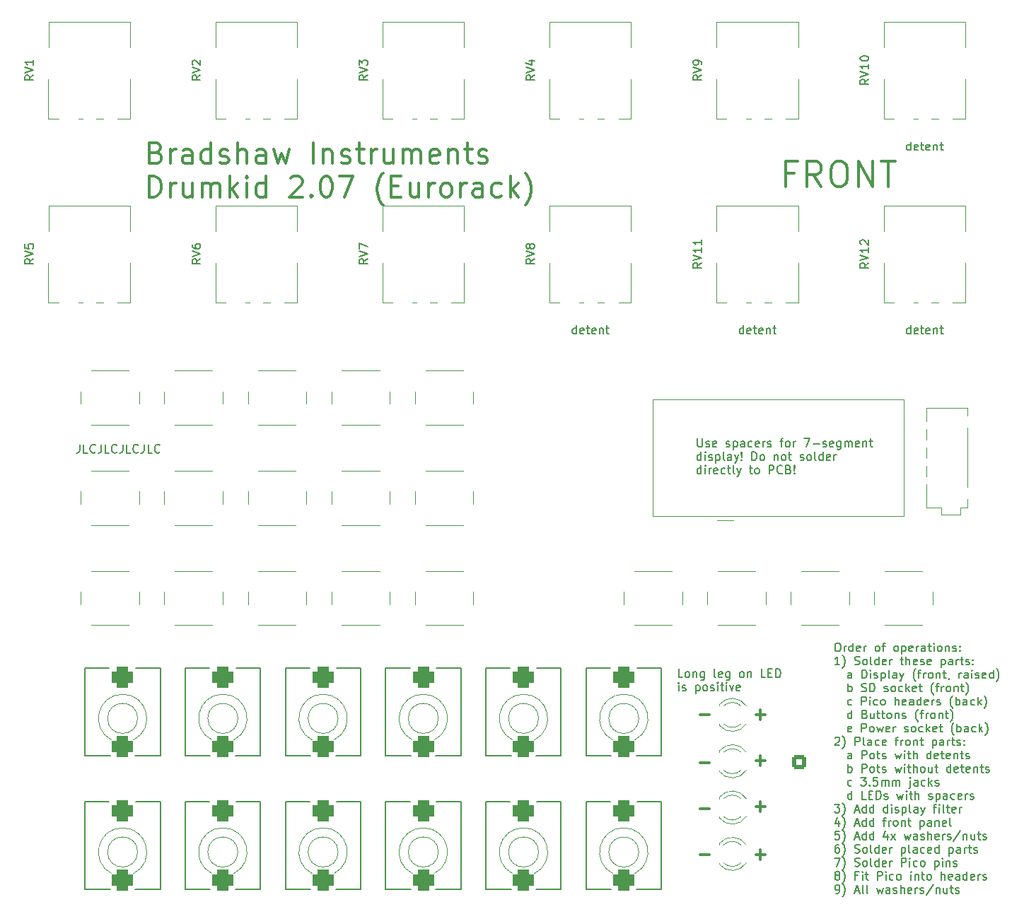
<source format=gbr>
%TF.GenerationSoftware,KiCad,Pcbnew,9.0.5*%
%TF.CreationDate,2026-01-23T09:59:20+00:00*%
%TF.ProjectId,dk2_07,646b325f-3037-42e6-9b69-6361645f7063,rev?*%
%TF.SameCoordinates,Original*%
%TF.FileFunction,Legend,Top*%
%TF.FilePolarity,Positive*%
%FSLAX46Y46*%
G04 Gerber Fmt 4.6, Leading zero omitted, Abs format (unit mm)*
G04 Created by KiCad (PCBNEW 9.0.5) date 2026-01-23 09:59:20*
%MOMM*%
%LPD*%
G01*
G04 APERTURE LIST*
G04 Aperture macros list*
%AMRoundRect*
0 Rectangle with rounded corners*
0 $1 Rounding radius*
0 $2 $3 $4 $5 $6 $7 $8 $9 X,Y pos of 4 corners*
0 Add a 4 corners polygon primitive as box body*
4,1,4,$2,$3,$4,$5,$6,$7,$8,$9,$2,$3,0*
0 Add four circle primitives for the rounded corners*
1,1,$1+$1,$2,$3*
1,1,$1+$1,$4,$5*
1,1,$1+$1,$6,$7*
1,1,$1+$1,$8,$9*
0 Add four rect primitives between the rounded corners*
20,1,$1+$1,$2,$3,$4,$5,0*
20,1,$1+$1,$4,$5,$6,$7,0*
20,1,$1+$1,$6,$7,$8,$9,0*
20,1,$1+$1,$8,$9,$2,$3,0*%
G04 Aperture macros list end*
%ADD10C,0.150000*%
%ADD11C,0.300000*%
%ADD12C,0.312500*%
%ADD13C,0.375000*%
%ADD14C,0.120000*%
%ADD15C,0.200000*%
%ADD16C,0.060000*%
%ADD17C,0.080000*%
%ADD18C,2.000000*%
%ADD19O,2.720000X3.240000*%
%ADD20R,1.800000X1.800000*%
%ADD21C,1.800000*%
%ADD22O,3.100000X2.300000*%
%ADD23RoundRect,0.650000X-0.650000X-0.650000X0.650000X-0.650000X0.650000X0.650000X-0.650000X0.650000X0*%
%ADD24R,1.500000X1.500000*%
%ADD25C,1.500000*%
%ADD26C,1.050000*%
%ADD27R,1.350000X1.350000*%
%ADD28R,1.700000X1.700000*%
%ADD29C,1.700000*%
%ADD30RoundRect,0.250000X-0.600000X-0.600000X0.600000X-0.600000X0.600000X0.600000X-0.600000X0.600000X0*%
G04 APERTURE END LIST*
D10*
X78872493Y-91119819D02*
X78872493Y-91834104D01*
X78872493Y-91834104D02*
X78824874Y-91976961D01*
X78824874Y-91976961D02*
X78729636Y-92072200D01*
X78729636Y-92072200D02*
X78586779Y-92119819D01*
X78586779Y-92119819D02*
X78491541Y-92119819D01*
X79824874Y-92119819D02*
X79348684Y-92119819D01*
X79348684Y-92119819D02*
X79348684Y-91119819D01*
X80729636Y-92024580D02*
X80682017Y-92072200D01*
X80682017Y-92072200D02*
X80539160Y-92119819D01*
X80539160Y-92119819D02*
X80443922Y-92119819D01*
X80443922Y-92119819D02*
X80301065Y-92072200D01*
X80301065Y-92072200D02*
X80205827Y-91976961D01*
X80205827Y-91976961D02*
X80158208Y-91881723D01*
X80158208Y-91881723D02*
X80110589Y-91691247D01*
X80110589Y-91691247D02*
X80110589Y-91548390D01*
X80110589Y-91548390D02*
X80158208Y-91357914D01*
X80158208Y-91357914D02*
X80205827Y-91262676D01*
X80205827Y-91262676D02*
X80301065Y-91167438D01*
X80301065Y-91167438D02*
X80443922Y-91119819D01*
X80443922Y-91119819D02*
X80539160Y-91119819D01*
X80539160Y-91119819D02*
X80682017Y-91167438D01*
X80682017Y-91167438D02*
X80729636Y-91215057D01*
X81443922Y-91119819D02*
X81443922Y-91834104D01*
X81443922Y-91834104D02*
X81396303Y-91976961D01*
X81396303Y-91976961D02*
X81301065Y-92072200D01*
X81301065Y-92072200D02*
X81158208Y-92119819D01*
X81158208Y-92119819D02*
X81062970Y-92119819D01*
X82396303Y-92119819D02*
X81920113Y-92119819D01*
X81920113Y-92119819D02*
X81920113Y-91119819D01*
X83301065Y-92024580D02*
X83253446Y-92072200D01*
X83253446Y-92072200D02*
X83110589Y-92119819D01*
X83110589Y-92119819D02*
X83015351Y-92119819D01*
X83015351Y-92119819D02*
X82872494Y-92072200D01*
X82872494Y-92072200D02*
X82777256Y-91976961D01*
X82777256Y-91976961D02*
X82729637Y-91881723D01*
X82729637Y-91881723D02*
X82682018Y-91691247D01*
X82682018Y-91691247D02*
X82682018Y-91548390D01*
X82682018Y-91548390D02*
X82729637Y-91357914D01*
X82729637Y-91357914D02*
X82777256Y-91262676D01*
X82777256Y-91262676D02*
X82872494Y-91167438D01*
X82872494Y-91167438D02*
X83015351Y-91119819D01*
X83015351Y-91119819D02*
X83110589Y-91119819D01*
X83110589Y-91119819D02*
X83253446Y-91167438D01*
X83253446Y-91167438D02*
X83301065Y-91215057D01*
X84015351Y-91119819D02*
X84015351Y-91834104D01*
X84015351Y-91834104D02*
X83967732Y-91976961D01*
X83967732Y-91976961D02*
X83872494Y-92072200D01*
X83872494Y-92072200D02*
X83729637Y-92119819D01*
X83729637Y-92119819D02*
X83634399Y-92119819D01*
X84967732Y-92119819D02*
X84491542Y-92119819D01*
X84491542Y-92119819D02*
X84491542Y-91119819D01*
X85872494Y-92024580D02*
X85824875Y-92072200D01*
X85824875Y-92072200D02*
X85682018Y-92119819D01*
X85682018Y-92119819D02*
X85586780Y-92119819D01*
X85586780Y-92119819D02*
X85443923Y-92072200D01*
X85443923Y-92072200D02*
X85348685Y-91976961D01*
X85348685Y-91976961D02*
X85301066Y-91881723D01*
X85301066Y-91881723D02*
X85253447Y-91691247D01*
X85253447Y-91691247D02*
X85253447Y-91548390D01*
X85253447Y-91548390D02*
X85301066Y-91357914D01*
X85301066Y-91357914D02*
X85348685Y-91262676D01*
X85348685Y-91262676D02*
X85443923Y-91167438D01*
X85443923Y-91167438D02*
X85586780Y-91119819D01*
X85586780Y-91119819D02*
X85682018Y-91119819D01*
X85682018Y-91119819D02*
X85824875Y-91167438D01*
X85824875Y-91167438D02*
X85872494Y-91215057D01*
X86586780Y-91119819D02*
X86586780Y-91834104D01*
X86586780Y-91834104D02*
X86539161Y-91976961D01*
X86539161Y-91976961D02*
X86443923Y-92072200D01*
X86443923Y-92072200D02*
X86301066Y-92119819D01*
X86301066Y-92119819D02*
X86205828Y-92119819D01*
X87539161Y-92119819D02*
X87062971Y-92119819D01*
X87062971Y-92119819D02*
X87062971Y-91119819D01*
X88443923Y-92024580D02*
X88396304Y-92072200D01*
X88396304Y-92072200D02*
X88253447Y-92119819D01*
X88253447Y-92119819D02*
X88158209Y-92119819D01*
X88158209Y-92119819D02*
X88015352Y-92072200D01*
X88015352Y-92072200D02*
X87920114Y-91976961D01*
X87920114Y-91976961D02*
X87872495Y-91881723D01*
X87872495Y-91881723D02*
X87824876Y-91691247D01*
X87824876Y-91691247D02*
X87824876Y-91548390D01*
X87824876Y-91548390D02*
X87872495Y-91357914D01*
X87872495Y-91357914D02*
X87920114Y-91262676D01*
X87920114Y-91262676D02*
X88015352Y-91167438D01*
X88015352Y-91167438D02*
X88158209Y-91119819D01*
X88158209Y-91119819D02*
X88253447Y-91119819D01*
X88253447Y-91119819D02*
X88396304Y-91167438D01*
X88396304Y-91167438D02*
X88443923Y-91215057D01*
D11*
X154245489Y-129220600D02*
X153102632Y-129220600D01*
X154245489Y-123470600D02*
X153102632Y-123470600D01*
D10*
X169527255Y-114890827D02*
X169717731Y-114890827D01*
X169717731Y-114890827D02*
X169812969Y-114938446D01*
X169812969Y-114938446D02*
X169908207Y-115033684D01*
X169908207Y-115033684D02*
X169955826Y-115224160D01*
X169955826Y-115224160D02*
X169955826Y-115557493D01*
X169955826Y-115557493D02*
X169908207Y-115747969D01*
X169908207Y-115747969D02*
X169812969Y-115843208D01*
X169812969Y-115843208D02*
X169717731Y-115890827D01*
X169717731Y-115890827D02*
X169527255Y-115890827D01*
X169527255Y-115890827D02*
X169432017Y-115843208D01*
X169432017Y-115843208D02*
X169336779Y-115747969D01*
X169336779Y-115747969D02*
X169289160Y-115557493D01*
X169289160Y-115557493D02*
X169289160Y-115224160D01*
X169289160Y-115224160D02*
X169336779Y-115033684D01*
X169336779Y-115033684D02*
X169432017Y-114938446D01*
X169432017Y-114938446D02*
X169527255Y-114890827D01*
X170384398Y-115890827D02*
X170384398Y-115224160D01*
X170384398Y-115414636D02*
X170432017Y-115319398D01*
X170432017Y-115319398D02*
X170479636Y-115271779D01*
X170479636Y-115271779D02*
X170574874Y-115224160D01*
X170574874Y-115224160D02*
X170670112Y-115224160D01*
X171432017Y-115890827D02*
X171432017Y-114890827D01*
X171432017Y-115843208D02*
X171336779Y-115890827D01*
X171336779Y-115890827D02*
X171146303Y-115890827D01*
X171146303Y-115890827D02*
X171051065Y-115843208D01*
X171051065Y-115843208D02*
X171003446Y-115795588D01*
X171003446Y-115795588D02*
X170955827Y-115700350D01*
X170955827Y-115700350D02*
X170955827Y-115414636D01*
X170955827Y-115414636D02*
X171003446Y-115319398D01*
X171003446Y-115319398D02*
X171051065Y-115271779D01*
X171051065Y-115271779D02*
X171146303Y-115224160D01*
X171146303Y-115224160D02*
X171336779Y-115224160D01*
X171336779Y-115224160D02*
X171432017Y-115271779D01*
X172289160Y-115843208D02*
X172193922Y-115890827D01*
X172193922Y-115890827D02*
X172003446Y-115890827D01*
X172003446Y-115890827D02*
X171908208Y-115843208D01*
X171908208Y-115843208D02*
X171860589Y-115747969D01*
X171860589Y-115747969D02*
X171860589Y-115367017D01*
X171860589Y-115367017D02*
X171908208Y-115271779D01*
X171908208Y-115271779D02*
X172003446Y-115224160D01*
X172003446Y-115224160D02*
X172193922Y-115224160D01*
X172193922Y-115224160D02*
X172289160Y-115271779D01*
X172289160Y-115271779D02*
X172336779Y-115367017D01*
X172336779Y-115367017D02*
X172336779Y-115462255D01*
X172336779Y-115462255D02*
X171860589Y-115557493D01*
X172765351Y-115890827D02*
X172765351Y-115224160D01*
X172765351Y-115414636D02*
X172812970Y-115319398D01*
X172812970Y-115319398D02*
X172860589Y-115271779D01*
X172860589Y-115271779D02*
X172955827Y-115224160D01*
X172955827Y-115224160D02*
X173051065Y-115224160D01*
X174289161Y-115890827D02*
X174193923Y-115843208D01*
X174193923Y-115843208D02*
X174146304Y-115795588D01*
X174146304Y-115795588D02*
X174098685Y-115700350D01*
X174098685Y-115700350D02*
X174098685Y-115414636D01*
X174098685Y-115414636D02*
X174146304Y-115319398D01*
X174146304Y-115319398D02*
X174193923Y-115271779D01*
X174193923Y-115271779D02*
X174289161Y-115224160D01*
X174289161Y-115224160D02*
X174432018Y-115224160D01*
X174432018Y-115224160D02*
X174527256Y-115271779D01*
X174527256Y-115271779D02*
X174574875Y-115319398D01*
X174574875Y-115319398D02*
X174622494Y-115414636D01*
X174622494Y-115414636D02*
X174622494Y-115700350D01*
X174622494Y-115700350D02*
X174574875Y-115795588D01*
X174574875Y-115795588D02*
X174527256Y-115843208D01*
X174527256Y-115843208D02*
X174432018Y-115890827D01*
X174432018Y-115890827D02*
X174289161Y-115890827D01*
X174908209Y-115224160D02*
X175289161Y-115224160D01*
X175051066Y-115890827D02*
X175051066Y-115033684D01*
X175051066Y-115033684D02*
X175098685Y-114938446D01*
X175098685Y-114938446D02*
X175193923Y-114890827D01*
X175193923Y-114890827D02*
X175289161Y-114890827D01*
X176527257Y-115890827D02*
X176432019Y-115843208D01*
X176432019Y-115843208D02*
X176384400Y-115795588D01*
X176384400Y-115795588D02*
X176336781Y-115700350D01*
X176336781Y-115700350D02*
X176336781Y-115414636D01*
X176336781Y-115414636D02*
X176384400Y-115319398D01*
X176384400Y-115319398D02*
X176432019Y-115271779D01*
X176432019Y-115271779D02*
X176527257Y-115224160D01*
X176527257Y-115224160D02*
X176670114Y-115224160D01*
X176670114Y-115224160D02*
X176765352Y-115271779D01*
X176765352Y-115271779D02*
X176812971Y-115319398D01*
X176812971Y-115319398D02*
X176860590Y-115414636D01*
X176860590Y-115414636D02*
X176860590Y-115700350D01*
X176860590Y-115700350D02*
X176812971Y-115795588D01*
X176812971Y-115795588D02*
X176765352Y-115843208D01*
X176765352Y-115843208D02*
X176670114Y-115890827D01*
X176670114Y-115890827D02*
X176527257Y-115890827D01*
X177289162Y-115224160D02*
X177289162Y-116224160D01*
X177289162Y-115271779D02*
X177384400Y-115224160D01*
X177384400Y-115224160D02*
X177574876Y-115224160D01*
X177574876Y-115224160D02*
X177670114Y-115271779D01*
X177670114Y-115271779D02*
X177717733Y-115319398D01*
X177717733Y-115319398D02*
X177765352Y-115414636D01*
X177765352Y-115414636D02*
X177765352Y-115700350D01*
X177765352Y-115700350D02*
X177717733Y-115795588D01*
X177717733Y-115795588D02*
X177670114Y-115843208D01*
X177670114Y-115843208D02*
X177574876Y-115890827D01*
X177574876Y-115890827D02*
X177384400Y-115890827D01*
X177384400Y-115890827D02*
X177289162Y-115843208D01*
X178574876Y-115843208D02*
X178479638Y-115890827D01*
X178479638Y-115890827D02*
X178289162Y-115890827D01*
X178289162Y-115890827D02*
X178193924Y-115843208D01*
X178193924Y-115843208D02*
X178146305Y-115747969D01*
X178146305Y-115747969D02*
X178146305Y-115367017D01*
X178146305Y-115367017D02*
X178193924Y-115271779D01*
X178193924Y-115271779D02*
X178289162Y-115224160D01*
X178289162Y-115224160D02*
X178479638Y-115224160D01*
X178479638Y-115224160D02*
X178574876Y-115271779D01*
X178574876Y-115271779D02*
X178622495Y-115367017D01*
X178622495Y-115367017D02*
X178622495Y-115462255D01*
X178622495Y-115462255D02*
X178146305Y-115557493D01*
X179051067Y-115890827D02*
X179051067Y-115224160D01*
X179051067Y-115414636D02*
X179098686Y-115319398D01*
X179098686Y-115319398D02*
X179146305Y-115271779D01*
X179146305Y-115271779D02*
X179241543Y-115224160D01*
X179241543Y-115224160D02*
X179336781Y-115224160D01*
X180098686Y-115890827D02*
X180098686Y-115367017D01*
X180098686Y-115367017D02*
X180051067Y-115271779D01*
X180051067Y-115271779D02*
X179955829Y-115224160D01*
X179955829Y-115224160D02*
X179765353Y-115224160D01*
X179765353Y-115224160D02*
X179670115Y-115271779D01*
X180098686Y-115843208D02*
X180003448Y-115890827D01*
X180003448Y-115890827D02*
X179765353Y-115890827D01*
X179765353Y-115890827D02*
X179670115Y-115843208D01*
X179670115Y-115843208D02*
X179622496Y-115747969D01*
X179622496Y-115747969D02*
X179622496Y-115652731D01*
X179622496Y-115652731D02*
X179670115Y-115557493D01*
X179670115Y-115557493D02*
X179765353Y-115509874D01*
X179765353Y-115509874D02*
X180003448Y-115509874D01*
X180003448Y-115509874D02*
X180098686Y-115462255D01*
X180432020Y-115224160D02*
X180812972Y-115224160D01*
X180574877Y-114890827D02*
X180574877Y-115747969D01*
X180574877Y-115747969D02*
X180622496Y-115843208D01*
X180622496Y-115843208D02*
X180717734Y-115890827D01*
X180717734Y-115890827D02*
X180812972Y-115890827D01*
X181146306Y-115890827D02*
X181146306Y-115224160D01*
X181146306Y-114890827D02*
X181098687Y-114938446D01*
X181098687Y-114938446D02*
X181146306Y-114986065D01*
X181146306Y-114986065D02*
X181193925Y-114938446D01*
X181193925Y-114938446D02*
X181146306Y-114890827D01*
X181146306Y-114890827D02*
X181146306Y-114986065D01*
X181765353Y-115890827D02*
X181670115Y-115843208D01*
X181670115Y-115843208D02*
X181622496Y-115795588D01*
X181622496Y-115795588D02*
X181574877Y-115700350D01*
X181574877Y-115700350D02*
X181574877Y-115414636D01*
X181574877Y-115414636D02*
X181622496Y-115319398D01*
X181622496Y-115319398D02*
X181670115Y-115271779D01*
X181670115Y-115271779D02*
X181765353Y-115224160D01*
X181765353Y-115224160D02*
X181908210Y-115224160D01*
X181908210Y-115224160D02*
X182003448Y-115271779D01*
X182003448Y-115271779D02*
X182051067Y-115319398D01*
X182051067Y-115319398D02*
X182098686Y-115414636D01*
X182098686Y-115414636D02*
X182098686Y-115700350D01*
X182098686Y-115700350D02*
X182051067Y-115795588D01*
X182051067Y-115795588D02*
X182003448Y-115843208D01*
X182003448Y-115843208D02*
X181908210Y-115890827D01*
X181908210Y-115890827D02*
X181765353Y-115890827D01*
X182527258Y-115224160D02*
X182527258Y-115890827D01*
X182527258Y-115319398D02*
X182574877Y-115271779D01*
X182574877Y-115271779D02*
X182670115Y-115224160D01*
X182670115Y-115224160D02*
X182812972Y-115224160D01*
X182812972Y-115224160D02*
X182908210Y-115271779D01*
X182908210Y-115271779D02*
X182955829Y-115367017D01*
X182955829Y-115367017D02*
X182955829Y-115890827D01*
X183384401Y-115843208D02*
X183479639Y-115890827D01*
X183479639Y-115890827D02*
X183670115Y-115890827D01*
X183670115Y-115890827D02*
X183765353Y-115843208D01*
X183765353Y-115843208D02*
X183812972Y-115747969D01*
X183812972Y-115747969D02*
X183812972Y-115700350D01*
X183812972Y-115700350D02*
X183765353Y-115605112D01*
X183765353Y-115605112D02*
X183670115Y-115557493D01*
X183670115Y-115557493D02*
X183527258Y-115557493D01*
X183527258Y-115557493D02*
X183432020Y-115509874D01*
X183432020Y-115509874D02*
X183384401Y-115414636D01*
X183384401Y-115414636D02*
X183384401Y-115367017D01*
X183384401Y-115367017D02*
X183432020Y-115271779D01*
X183432020Y-115271779D02*
X183527258Y-115224160D01*
X183527258Y-115224160D02*
X183670115Y-115224160D01*
X183670115Y-115224160D02*
X183765353Y-115271779D01*
X184241544Y-115795588D02*
X184289163Y-115843208D01*
X184289163Y-115843208D02*
X184241544Y-115890827D01*
X184241544Y-115890827D02*
X184193925Y-115843208D01*
X184193925Y-115843208D02*
X184241544Y-115795588D01*
X184241544Y-115795588D02*
X184241544Y-115890827D01*
X184241544Y-115271779D02*
X184289163Y-115319398D01*
X184289163Y-115319398D02*
X184241544Y-115367017D01*
X184241544Y-115367017D02*
X184193925Y-115319398D01*
X184193925Y-115319398D02*
X184241544Y-115271779D01*
X184241544Y-115271779D02*
X184241544Y-115367017D01*
X169860588Y-117500771D02*
X169289160Y-117500771D01*
X169574874Y-117500771D02*
X169574874Y-116500771D01*
X169574874Y-116500771D02*
X169479636Y-116643628D01*
X169479636Y-116643628D02*
X169384398Y-116738866D01*
X169384398Y-116738866D02*
X169289160Y-116786485D01*
X170193922Y-117881723D02*
X170241541Y-117834104D01*
X170241541Y-117834104D02*
X170336779Y-117691247D01*
X170336779Y-117691247D02*
X170384398Y-117596009D01*
X170384398Y-117596009D02*
X170432017Y-117453152D01*
X170432017Y-117453152D02*
X170479636Y-117215056D01*
X170479636Y-117215056D02*
X170479636Y-117024580D01*
X170479636Y-117024580D02*
X170432017Y-116786485D01*
X170432017Y-116786485D02*
X170384398Y-116643628D01*
X170384398Y-116643628D02*
X170336779Y-116548390D01*
X170336779Y-116548390D02*
X170241541Y-116405532D01*
X170241541Y-116405532D02*
X170193922Y-116357913D01*
X171670113Y-117453152D02*
X171812970Y-117500771D01*
X171812970Y-117500771D02*
X172051065Y-117500771D01*
X172051065Y-117500771D02*
X172146303Y-117453152D01*
X172146303Y-117453152D02*
X172193922Y-117405532D01*
X172193922Y-117405532D02*
X172241541Y-117310294D01*
X172241541Y-117310294D02*
X172241541Y-117215056D01*
X172241541Y-117215056D02*
X172193922Y-117119818D01*
X172193922Y-117119818D02*
X172146303Y-117072199D01*
X172146303Y-117072199D02*
X172051065Y-117024580D01*
X172051065Y-117024580D02*
X171860589Y-116976961D01*
X171860589Y-116976961D02*
X171765351Y-116929342D01*
X171765351Y-116929342D02*
X171717732Y-116881723D01*
X171717732Y-116881723D02*
X171670113Y-116786485D01*
X171670113Y-116786485D02*
X171670113Y-116691247D01*
X171670113Y-116691247D02*
X171717732Y-116596009D01*
X171717732Y-116596009D02*
X171765351Y-116548390D01*
X171765351Y-116548390D02*
X171860589Y-116500771D01*
X171860589Y-116500771D02*
X172098684Y-116500771D01*
X172098684Y-116500771D02*
X172241541Y-116548390D01*
X172812970Y-117500771D02*
X172717732Y-117453152D01*
X172717732Y-117453152D02*
X172670113Y-117405532D01*
X172670113Y-117405532D02*
X172622494Y-117310294D01*
X172622494Y-117310294D02*
X172622494Y-117024580D01*
X172622494Y-117024580D02*
X172670113Y-116929342D01*
X172670113Y-116929342D02*
X172717732Y-116881723D01*
X172717732Y-116881723D02*
X172812970Y-116834104D01*
X172812970Y-116834104D02*
X172955827Y-116834104D01*
X172955827Y-116834104D02*
X173051065Y-116881723D01*
X173051065Y-116881723D02*
X173098684Y-116929342D01*
X173098684Y-116929342D02*
X173146303Y-117024580D01*
X173146303Y-117024580D02*
X173146303Y-117310294D01*
X173146303Y-117310294D02*
X173098684Y-117405532D01*
X173098684Y-117405532D02*
X173051065Y-117453152D01*
X173051065Y-117453152D02*
X172955827Y-117500771D01*
X172955827Y-117500771D02*
X172812970Y-117500771D01*
X173717732Y-117500771D02*
X173622494Y-117453152D01*
X173622494Y-117453152D02*
X173574875Y-117357913D01*
X173574875Y-117357913D02*
X173574875Y-116500771D01*
X174527256Y-117500771D02*
X174527256Y-116500771D01*
X174527256Y-117453152D02*
X174432018Y-117500771D01*
X174432018Y-117500771D02*
X174241542Y-117500771D01*
X174241542Y-117500771D02*
X174146304Y-117453152D01*
X174146304Y-117453152D02*
X174098685Y-117405532D01*
X174098685Y-117405532D02*
X174051066Y-117310294D01*
X174051066Y-117310294D02*
X174051066Y-117024580D01*
X174051066Y-117024580D02*
X174098685Y-116929342D01*
X174098685Y-116929342D02*
X174146304Y-116881723D01*
X174146304Y-116881723D02*
X174241542Y-116834104D01*
X174241542Y-116834104D02*
X174432018Y-116834104D01*
X174432018Y-116834104D02*
X174527256Y-116881723D01*
X175384399Y-117453152D02*
X175289161Y-117500771D01*
X175289161Y-117500771D02*
X175098685Y-117500771D01*
X175098685Y-117500771D02*
X175003447Y-117453152D01*
X175003447Y-117453152D02*
X174955828Y-117357913D01*
X174955828Y-117357913D02*
X174955828Y-116976961D01*
X174955828Y-116976961D02*
X175003447Y-116881723D01*
X175003447Y-116881723D02*
X175098685Y-116834104D01*
X175098685Y-116834104D02*
X175289161Y-116834104D01*
X175289161Y-116834104D02*
X175384399Y-116881723D01*
X175384399Y-116881723D02*
X175432018Y-116976961D01*
X175432018Y-116976961D02*
X175432018Y-117072199D01*
X175432018Y-117072199D02*
X174955828Y-117167437D01*
X175860590Y-117500771D02*
X175860590Y-116834104D01*
X175860590Y-117024580D02*
X175908209Y-116929342D01*
X175908209Y-116929342D02*
X175955828Y-116881723D01*
X175955828Y-116881723D02*
X176051066Y-116834104D01*
X176051066Y-116834104D02*
X176146304Y-116834104D01*
X177098686Y-116834104D02*
X177479638Y-116834104D01*
X177241543Y-116500771D02*
X177241543Y-117357913D01*
X177241543Y-117357913D02*
X177289162Y-117453152D01*
X177289162Y-117453152D02*
X177384400Y-117500771D01*
X177384400Y-117500771D02*
X177479638Y-117500771D01*
X177812972Y-117500771D02*
X177812972Y-116500771D01*
X178241543Y-117500771D02*
X178241543Y-116976961D01*
X178241543Y-116976961D02*
X178193924Y-116881723D01*
X178193924Y-116881723D02*
X178098686Y-116834104D01*
X178098686Y-116834104D02*
X177955829Y-116834104D01*
X177955829Y-116834104D02*
X177860591Y-116881723D01*
X177860591Y-116881723D02*
X177812972Y-116929342D01*
X179098686Y-117453152D02*
X179003448Y-117500771D01*
X179003448Y-117500771D02*
X178812972Y-117500771D01*
X178812972Y-117500771D02*
X178717734Y-117453152D01*
X178717734Y-117453152D02*
X178670115Y-117357913D01*
X178670115Y-117357913D02*
X178670115Y-116976961D01*
X178670115Y-116976961D02*
X178717734Y-116881723D01*
X178717734Y-116881723D02*
X178812972Y-116834104D01*
X178812972Y-116834104D02*
X179003448Y-116834104D01*
X179003448Y-116834104D02*
X179098686Y-116881723D01*
X179098686Y-116881723D02*
X179146305Y-116976961D01*
X179146305Y-116976961D02*
X179146305Y-117072199D01*
X179146305Y-117072199D02*
X178670115Y-117167437D01*
X179527258Y-117453152D02*
X179622496Y-117500771D01*
X179622496Y-117500771D02*
X179812972Y-117500771D01*
X179812972Y-117500771D02*
X179908210Y-117453152D01*
X179908210Y-117453152D02*
X179955829Y-117357913D01*
X179955829Y-117357913D02*
X179955829Y-117310294D01*
X179955829Y-117310294D02*
X179908210Y-117215056D01*
X179908210Y-117215056D02*
X179812972Y-117167437D01*
X179812972Y-117167437D02*
X179670115Y-117167437D01*
X179670115Y-117167437D02*
X179574877Y-117119818D01*
X179574877Y-117119818D02*
X179527258Y-117024580D01*
X179527258Y-117024580D02*
X179527258Y-116976961D01*
X179527258Y-116976961D02*
X179574877Y-116881723D01*
X179574877Y-116881723D02*
X179670115Y-116834104D01*
X179670115Y-116834104D02*
X179812972Y-116834104D01*
X179812972Y-116834104D02*
X179908210Y-116881723D01*
X180765353Y-117453152D02*
X180670115Y-117500771D01*
X180670115Y-117500771D02*
X180479639Y-117500771D01*
X180479639Y-117500771D02*
X180384401Y-117453152D01*
X180384401Y-117453152D02*
X180336782Y-117357913D01*
X180336782Y-117357913D02*
X180336782Y-116976961D01*
X180336782Y-116976961D02*
X180384401Y-116881723D01*
X180384401Y-116881723D02*
X180479639Y-116834104D01*
X180479639Y-116834104D02*
X180670115Y-116834104D01*
X180670115Y-116834104D02*
X180765353Y-116881723D01*
X180765353Y-116881723D02*
X180812972Y-116976961D01*
X180812972Y-116976961D02*
X180812972Y-117072199D01*
X180812972Y-117072199D02*
X180336782Y-117167437D01*
X182003449Y-116834104D02*
X182003449Y-117834104D01*
X182003449Y-116881723D02*
X182098687Y-116834104D01*
X182098687Y-116834104D02*
X182289163Y-116834104D01*
X182289163Y-116834104D02*
X182384401Y-116881723D01*
X182384401Y-116881723D02*
X182432020Y-116929342D01*
X182432020Y-116929342D02*
X182479639Y-117024580D01*
X182479639Y-117024580D02*
X182479639Y-117310294D01*
X182479639Y-117310294D02*
X182432020Y-117405532D01*
X182432020Y-117405532D02*
X182384401Y-117453152D01*
X182384401Y-117453152D02*
X182289163Y-117500771D01*
X182289163Y-117500771D02*
X182098687Y-117500771D01*
X182098687Y-117500771D02*
X182003449Y-117453152D01*
X183336782Y-117500771D02*
X183336782Y-116976961D01*
X183336782Y-116976961D02*
X183289163Y-116881723D01*
X183289163Y-116881723D02*
X183193925Y-116834104D01*
X183193925Y-116834104D02*
X183003449Y-116834104D01*
X183003449Y-116834104D02*
X182908211Y-116881723D01*
X183336782Y-117453152D02*
X183241544Y-117500771D01*
X183241544Y-117500771D02*
X183003449Y-117500771D01*
X183003449Y-117500771D02*
X182908211Y-117453152D01*
X182908211Y-117453152D02*
X182860592Y-117357913D01*
X182860592Y-117357913D02*
X182860592Y-117262675D01*
X182860592Y-117262675D02*
X182908211Y-117167437D01*
X182908211Y-117167437D02*
X183003449Y-117119818D01*
X183003449Y-117119818D02*
X183241544Y-117119818D01*
X183241544Y-117119818D02*
X183336782Y-117072199D01*
X183812973Y-117500771D02*
X183812973Y-116834104D01*
X183812973Y-117024580D02*
X183860592Y-116929342D01*
X183860592Y-116929342D02*
X183908211Y-116881723D01*
X183908211Y-116881723D02*
X184003449Y-116834104D01*
X184003449Y-116834104D02*
X184098687Y-116834104D01*
X184289164Y-116834104D02*
X184670116Y-116834104D01*
X184432021Y-116500771D02*
X184432021Y-117357913D01*
X184432021Y-117357913D02*
X184479640Y-117453152D01*
X184479640Y-117453152D02*
X184574878Y-117500771D01*
X184574878Y-117500771D02*
X184670116Y-117500771D01*
X184955831Y-117453152D02*
X185051069Y-117500771D01*
X185051069Y-117500771D02*
X185241545Y-117500771D01*
X185241545Y-117500771D02*
X185336783Y-117453152D01*
X185336783Y-117453152D02*
X185384402Y-117357913D01*
X185384402Y-117357913D02*
X185384402Y-117310294D01*
X185384402Y-117310294D02*
X185336783Y-117215056D01*
X185336783Y-117215056D02*
X185241545Y-117167437D01*
X185241545Y-117167437D02*
X185098688Y-117167437D01*
X185098688Y-117167437D02*
X185003450Y-117119818D01*
X185003450Y-117119818D02*
X184955831Y-117024580D01*
X184955831Y-117024580D02*
X184955831Y-116976961D01*
X184955831Y-116976961D02*
X185003450Y-116881723D01*
X185003450Y-116881723D02*
X185098688Y-116834104D01*
X185098688Y-116834104D02*
X185241545Y-116834104D01*
X185241545Y-116834104D02*
X185336783Y-116881723D01*
X185812974Y-117405532D02*
X185860593Y-117453152D01*
X185860593Y-117453152D02*
X185812974Y-117500771D01*
X185812974Y-117500771D02*
X185765355Y-117453152D01*
X185765355Y-117453152D02*
X185812974Y-117405532D01*
X185812974Y-117405532D02*
X185812974Y-117500771D01*
X185812974Y-116881723D02*
X185860593Y-116929342D01*
X185860593Y-116929342D02*
X185812974Y-116976961D01*
X185812974Y-116976961D02*
X185765355Y-116929342D01*
X185765355Y-116929342D02*
X185812974Y-116881723D01*
X185812974Y-116881723D02*
X185812974Y-116976961D01*
X171289160Y-119110715D02*
X171289160Y-118586905D01*
X171289160Y-118586905D02*
X171241541Y-118491667D01*
X171241541Y-118491667D02*
X171146303Y-118444048D01*
X171146303Y-118444048D02*
X170955827Y-118444048D01*
X170955827Y-118444048D02*
X170860589Y-118491667D01*
X171289160Y-119063096D02*
X171193922Y-119110715D01*
X171193922Y-119110715D02*
X170955827Y-119110715D01*
X170955827Y-119110715D02*
X170860589Y-119063096D01*
X170860589Y-119063096D02*
X170812970Y-118967857D01*
X170812970Y-118967857D02*
X170812970Y-118872619D01*
X170812970Y-118872619D02*
X170860589Y-118777381D01*
X170860589Y-118777381D02*
X170955827Y-118729762D01*
X170955827Y-118729762D02*
X171193922Y-118729762D01*
X171193922Y-118729762D02*
X171289160Y-118682143D01*
X172527256Y-119110715D02*
X172527256Y-118110715D01*
X172527256Y-118110715D02*
X172765351Y-118110715D01*
X172765351Y-118110715D02*
X172908208Y-118158334D01*
X172908208Y-118158334D02*
X173003446Y-118253572D01*
X173003446Y-118253572D02*
X173051065Y-118348810D01*
X173051065Y-118348810D02*
X173098684Y-118539286D01*
X173098684Y-118539286D02*
X173098684Y-118682143D01*
X173098684Y-118682143D02*
X173051065Y-118872619D01*
X173051065Y-118872619D02*
X173003446Y-118967857D01*
X173003446Y-118967857D02*
X172908208Y-119063096D01*
X172908208Y-119063096D02*
X172765351Y-119110715D01*
X172765351Y-119110715D02*
X172527256Y-119110715D01*
X173527256Y-119110715D02*
X173527256Y-118444048D01*
X173527256Y-118110715D02*
X173479637Y-118158334D01*
X173479637Y-118158334D02*
X173527256Y-118205953D01*
X173527256Y-118205953D02*
X173574875Y-118158334D01*
X173574875Y-118158334D02*
X173527256Y-118110715D01*
X173527256Y-118110715D02*
X173527256Y-118205953D01*
X173955827Y-119063096D02*
X174051065Y-119110715D01*
X174051065Y-119110715D02*
X174241541Y-119110715D01*
X174241541Y-119110715D02*
X174336779Y-119063096D01*
X174336779Y-119063096D02*
X174384398Y-118967857D01*
X174384398Y-118967857D02*
X174384398Y-118920238D01*
X174384398Y-118920238D02*
X174336779Y-118825000D01*
X174336779Y-118825000D02*
X174241541Y-118777381D01*
X174241541Y-118777381D02*
X174098684Y-118777381D01*
X174098684Y-118777381D02*
X174003446Y-118729762D01*
X174003446Y-118729762D02*
X173955827Y-118634524D01*
X173955827Y-118634524D02*
X173955827Y-118586905D01*
X173955827Y-118586905D02*
X174003446Y-118491667D01*
X174003446Y-118491667D02*
X174098684Y-118444048D01*
X174098684Y-118444048D02*
X174241541Y-118444048D01*
X174241541Y-118444048D02*
X174336779Y-118491667D01*
X174812970Y-118444048D02*
X174812970Y-119444048D01*
X174812970Y-118491667D02*
X174908208Y-118444048D01*
X174908208Y-118444048D02*
X175098684Y-118444048D01*
X175098684Y-118444048D02*
X175193922Y-118491667D01*
X175193922Y-118491667D02*
X175241541Y-118539286D01*
X175241541Y-118539286D02*
X175289160Y-118634524D01*
X175289160Y-118634524D02*
X175289160Y-118920238D01*
X175289160Y-118920238D02*
X175241541Y-119015476D01*
X175241541Y-119015476D02*
X175193922Y-119063096D01*
X175193922Y-119063096D02*
X175098684Y-119110715D01*
X175098684Y-119110715D02*
X174908208Y-119110715D01*
X174908208Y-119110715D02*
X174812970Y-119063096D01*
X175860589Y-119110715D02*
X175765351Y-119063096D01*
X175765351Y-119063096D02*
X175717732Y-118967857D01*
X175717732Y-118967857D02*
X175717732Y-118110715D01*
X176670113Y-119110715D02*
X176670113Y-118586905D01*
X176670113Y-118586905D02*
X176622494Y-118491667D01*
X176622494Y-118491667D02*
X176527256Y-118444048D01*
X176527256Y-118444048D02*
X176336780Y-118444048D01*
X176336780Y-118444048D02*
X176241542Y-118491667D01*
X176670113Y-119063096D02*
X176574875Y-119110715D01*
X176574875Y-119110715D02*
X176336780Y-119110715D01*
X176336780Y-119110715D02*
X176241542Y-119063096D01*
X176241542Y-119063096D02*
X176193923Y-118967857D01*
X176193923Y-118967857D02*
X176193923Y-118872619D01*
X176193923Y-118872619D02*
X176241542Y-118777381D01*
X176241542Y-118777381D02*
X176336780Y-118729762D01*
X176336780Y-118729762D02*
X176574875Y-118729762D01*
X176574875Y-118729762D02*
X176670113Y-118682143D01*
X177051066Y-118444048D02*
X177289161Y-119110715D01*
X177527256Y-118444048D02*
X177289161Y-119110715D01*
X177289161Y-119110715D02*
X177193923Y-119348810D01*
X177193923Y-119348810D02*
X177146304Y-119396429D01*
X177146304Y-119396429D02*
X177051066Y-119444048D01*
X178955828Y-119491667D02*
X178908209Y-119444048D01*
X178908209Y-119444048D02*
X178812971Y-119301191D01*
X178812971Y-119301191D02*
X178765352Y-119205953D01*
X178765352Y-119205953D02*
X178717733Y-119063096D01*
X178717733Y-119063096D02*
X178670114Y-118825000D01*
X178670114Y-118825000D02*
X178670114Y-118634524D01*
X178670114Y-118634524D02*
X178717733Y-118396429D01*
X178717733Y-118396429D02*
X178765352Y-118253572D01*
X178765352Y-118253572D02*
X178812971Y-118158334D01*
X178812971Y-118158334D02*
X178908209Y-118015476D01*
X178908209Y-118015476D02*
X178955828Y-117967857D01*
X179193924Y-118444048D02*
X179574876Y-118444048D01*
X179336781Y-119110715D02*
X179336781Y-118253572D01*
X179336781Y-118253572D02*
X179384400Y-118158334D01*
X179384400Y-118158334D02*
X179479638Y-118110715D01*
X179479638Y-118110715D02*
X179574876Y-118110715D01*
X179908210Y-119110715D02*
X179908210Y-118444048D01*
X179908210Y-118634524D02*
X179955829Y-118539286D01*
X179955829Y-118539286D02*
X180003448Y-118491667D01*
X180003448Y-118491667D02*
X180098686Y-118444048D01*
X180098686Y-118444048D02*
X180193924Y-118444048D01*
X180670115Y-119110715D02*
X180574877Y-119063096D01*
X180574877Y-119063096D02*
X180527258Y-119015476D01*
X180527258Y-119015476D02*
X180479639Y-118920238D01*
X180479639Y-118920238D02*
X180479639Y-118634524D01*
X180479639Y-118634524D02*
X180527258Y-118539286D01*
X180527258Y-118539286D02*
X180574877Y-118491667D01*
X180574877Y-118491667D02*
X180670115Y-118444048D01*
X180670115Y-118444048D02*
X180812972Y-118444048D01*
X180812972Y-118444048D02*
X180908210Y-118491667D01*
X180908210Y-118491667D02*
X180955829Y-118539286D01*
X180955829Y-118539286D02*
X181003448Y-118634524D01*
X181003448Y-118634524D02*
X181003448Y-118920238D01*
X181003448Y-118920238D02*
X180955829Y-119015476D01*
X180955829Y-119015476D02*
X180908210Y-119063096D01*
X180908210Y-119063096D02*
X180812972Y-119110715D01*
X180812972Y-119110715D02*
X180670115Y-119110715D01*
X181432020Y-118444048D02*
X181432020Y-119110715D01*
X181432020Y-118539286D02*
X181479639Y-118491667D01*
X181479639Y-118491667D02*
X181574877Y-118444048D01*
X181574877Y-118444048D02*
X181717734Y-118444048D01*
X181717734Y-118444048D02*
X181812972Y-118491667D01*
X181812972Y-118491667D02*
X181860591Y-118586905D01*
X181860591Y-118586905D02*
X181860591Y-119110715D01*
X182193925Y-118444048D02*
X182574877Y-118444048D01*
X182336782Y-118110715D02*
X182336782Y-118967857D01*
X182336782Y-118967857D02*
X182384401Y-119063096D01*
X182384401Y-119063096D02*
X182479639Y-119110715D01*
X182479639Y-119110715D02*
X182574877Y-119110715D01*
X182955830Y-119063096D02*
X182955830Y-119110715D01*
X182955830Y-119110715D02*
X182908211Y-119205953D01*
X182908211Y-119205953D02*
X182860592Y-119253572D01*
X184146306Y-119110715D02*
X184146306Y-118444048D01*
X184146306Y-118634524D02*
X184193925Y-118539286D01*
X184193925Y-118539286D02*
X184241544Y-118491667D01*
X184241544Y-118491667D02*
X184336782Y-118444048D01*
X184336782Y-118444048D02*
X184432020Y-118444048D01*
X185193925Y-119110715D02*
X185193925Y-118586905D01*
X185193925Y-118586905D02*
X185146306Y-118491667D01*
X185146306Y-118491667D02*
X185051068Y-118444048D01*
X185051068Y-118444048D02*
X184860592Y-118444048D01*
X184860592Y-118444048D02*
X184765354Y-118491667D01*
X185193925Y-119063096D02*
X185098687Y-119110715D01*
X185098687Y-119110715D02*
X184860592Y-119110715D01*
X184860592Y-119110715D02*
X184765354Y-119063096D01*
X184765354Y-119063096D02*
X184717735Y-118967857D01*
X184717735Y-118967857D02*
X184717735Y-118872619D01*
X184717735Y-118872619D02*
X184765354Y-118777381D01*
X184765354Y-118777381D02*
X184860592Y-118729762D01*
X184860592Y-118729762D02*
X185098687Y-118729762D01*
X185098687Y-118729762D02*
X185193925Y-118682143D01*
X185670116Y-119110715D02*
X185670116Y-118444048D01*
X185670116Y-118110715D02*
X185622497Y-118158334D01*
X185622497Y-118158334D02*
X185670116Y-118205953D01*
X185670116Y-118205953D02*
X185717735Y-118158334D01*
X185717735Y-118158334D02*
X185670116Y-118110715D01*
X185670116Y-118110715D02*
X185670116Y-118205953D01*
X186098687Y-119063096D02*
X186193925Y-119110715D01*
X186193925Y-119110715D02*
X186384401Y-119110715D01*
X186384401Y-119110715D02*
X186479639Y-119063096D01*
X186479639Y-119063096D02*
X186527258Y-118967857D01*
X186527258Y-118967857D02*
X186527258Y-118920238D01*
X186527258Y-118920238D02*
X186479639Y-118825000D01*
X186479639Y-118825000D02*
X186384401Y-118777381D01*
X186384401Y-118777381D02*
X186241544Y-118777381D01*
X186241544Y-118777381D02*
X186146306Y-118729762D01*
X186146306Y-118729762D02*
X186098687Y-118634524D01*
X186098687Y-118634524D02*
X186098687Y-118586905D01*
X186098687Y-118586905D02*
X186146306Y-118491667D01*
X186146306Y-118491667D02*
X186241544Y-118444048D01*
X186241544Y-118444048D02*
X186384401Y-118444048D01*
X186384401Y-118444048D02*
X186479639Y-118491667D01*
X187336782Y-119063096D02*
X187241544Y-119110715D01*
X187241544Y-119110715D02*
X187051068Y-119110715D01*
X187051068Y-119110715D02*
X186955830Y-119063096D01*
X186955830Y-119063096D02*
X186908211Y-118967857D01*
X186908211Y-118967857D02*
X186908211Y-118586905D01*
X186908211Y-118586905D02*
X186955830Y-118491667D01*
X186955830Y-118491667D02*
X187051068Y-118444048D01*
X187051068Y-118444048D02*
X187241544Y-118444048D01*
X187241544Y-118444048D02*
X187336782Y-118491667D01*
X187336782Y-118491667D02*
X187384401Y-118586905D01*
X187384401Y-118586905D02*
X187384401Y-118682143D01*
X187384401Y-118682143D02*
X186908211Y-118777381D01*
X188241544Y-119110715D02*
X188241544Y-118110715D01*
X188241544Y-119063096D02*
X188146306Y-119110715D01*
X188146306Y-119110715D02*
X187955830Y-119110715D01*
X187955830Y-119110715D02*
X187860592Y-119063096D01*
X187860592Y-119063096D02*
X187812973Y-119015476D01*
X187812973Y-119015476D02*
X187765354Y-118920238D01*
X187765354Y-118920238D02*
X187765354Y-118634524D01*
X187765354Y-118634524D02*
X187812973Y-118539286D01*
X187812973Y-118539286D02*
X187860592Y-118491667D01*
X187860592Y-118491667D02*
X187955830Y-118444048D01*
X187955830Y-118444048D02*
X188146306Y-118444048D01*
X188146306Y-118444048D02*
X188241544Y-118491667D01*
X188622497Y-119491667D02*
X188670116Y-119444048D01*
X188670116Y-119444048D02*
X188765354Y-119301191D01*
X188765354Y-119301191D02*
X188812973Y-119205953D01*
X188812973Y-119205953D02*
X188860592Y-119063096D01*
X188860592Y-119063096D02*
X188908211Y-118825000D01*
X188908211Y-118825000D02*
X188908211Y-118634524D01*
X188908211Y-118634524D02*
X188860592Y-118396429D01*
X188860592Y-118396429D02*
X188812973Y-118253572D01*
X188812973Y-118253572D02*
X188765354Y-118158334D01*
X188765354Y-118158334D02*
X188670116Y-118015476D01*
X188670116Y-118015476D02*
X188622497Y-117967857D01*
X170860589Y-120720659D02*
X170860589Y-119720659D01*
X170860589Y-120101611D02*
X170955827Y-120053992D01*
X170955827Y-120053992D02*
X171146303Y-120053992D01*
X171146303Y-120053992D02*
X171241541Y-120101611D01*
X171241541Y-120101611D02*
X171289160Y-120149230D01*
X171289160Y-120149230D02*
X171336779Y-120244468D01*
X171336779Y-120244468D02*
X171336779Y-120530182D01*
X171336779Y-120530182D02*
X171289160Y-120625420D01*
X171289160Y-120625420D02*
X171241541Y-120673040D01*
X171241541Y-120673040D02*
X171146303Y-120720659D01*
X171146303Y-120720659D02*
X170955827Y-120720659D01*
X170955827Y-120720659D02*
X170860589Y-120673040D01*
X172479637Y-120673040D02*
X172622494Y-120720659D01*
X172622494Y-120720659D02*
X172860589Y-120720659D01*
X172860589Y-120720659D02*
X172955827Y-120673040D01*
X172955827Y-120673040D02*
X173003446Y-120625420D01*
X173003446Y-120625420D02*
X173051065Y-120530182D01*
X173051065Y-120530182D02*
X173051065Y-120434944D01*
X173051065Y-120434944D02*
X173003446Y-120339706D01*
X173003446Y-120339706D02*
X172955827Y-120292087D01*
X172955827Y-120292087D02*
X172860589Y-120244468D01*
X172860589Y-120244468D02*
X172670113Y-120196849D01*
X172670113Y-120196849D02*
X172574875Y-120149230D01*
X172574875Y-120149230D02*
X172527256Y-120101611D01*
X172527256Y-120101611D02*
X172479637Y-120006373D01*
X172479637Y-120006373D02*
X172479637Y-119911135D01*
X172479637Y-119911135D02*
X172527256Y-119815897D01*
X172527256Y-119815897D02*
X172574875Y-119768278D01*
X172574875Y-119768278D02*
X172670113Y-119720659D01*
X172670113Y-119720659D02*
X172908208Y-119720659D01*
X172908208Y-119720659D02*
X173051065Y-119768278D01*
X173479637Y-120720659D02*
X173479637Y-119720659D01*
X173479637Y-119720659D02*
X173717732Y-119720659D01*
X173717732Y-119720659D02*
X173860589Y-119768278D01*
X173860589Y-119768278D02*
X173955827Y-119863516D01*
X173955827Y-119863516D02*
X174003446Y-119958754D01*
X174003446Y-119958754D02*
X174051065Y-120149230D01*
X174051065Y-120149230D02*
X174051065Y-120292087D01*
X174051065Y-120292087D02*
X174003446Y-120482563D01*
X174003446Y-120482563D02*
X173955827Y-120577801D01*
X173955827Y-120577801D02*
X173860589Y-120673040D01*
X173860589Y-120673040D02*
X173717732Y-120720659D01*
X173717732Y-120720659D02*
X173479637Y-120720659D01*
X175193923Y-120673040D02*
X175289161Y-120720659D01*
X175289161Y-120720659D02*
X175479637Y-120720659D01*
X175479637Y-120720659D02*
X175574875Y-120673040D01*
X175574875Y-120673040D02*
X175622494Y-120577801D01*
X175622494Y-120577801D02*
X175622494Y-120530182D01*
X175622494Y-120530182D02*
X175574875Y-120434944D01*
X175574875Y-120434944D02*
X175479637Y-120387325D01*
X175479637Y-120387325D02*
X175336780Y-120387325D01*
X175336780Y-120387325D02*
X175241542Y-120339706D01*
X175241542Y-120339706D02*
X175193923Y-120244468D01*
X175193923Y-120244468D02*
X175193923Y-120196849D01*
X175193923Y-120196849D02*
X175241542Y-120101611D01*
X175241542Y-120101611D02*
X175336780Y-120053992D01*
X175336780Y-120053992D02*
X175479637Y-120053992D01*
X175479637Y-120053992D02*
X175574875Y-120101611D01*
X176193923Y-120720659D02*
X176098685Y-120673040D01*
X176098685Y-120673040D02*
X176051066Y-120625420D01*
X176051066Y-120625420D02*
X176003447Y-120530182D01*
X176003447Y-120530182D02*
X176003447Y-120244468D01*
X176003447Y-120244468D02*
X176051066Y-120149230D01*
X176051066Y-120149230D02*
X176098685Y-120101611D01*
X176098685Y-120101611D02*
X176193923Y-120053992D01*
X176193923Y-120053992D02*
X176336780Y-120053992D01*
X176336780Y-120053992D02*
X176432018Y-120101611D01*
X176432018Y-120101611D02*
X176479637Y-120149230D01*
X176479637Y-120149230D02*
X176527256Y-120244468D01*
X176527256Y-120244468D02*
X176527256Y-120530182D01*
X176527256Y-120530182D02*
X176479637Y-120625420D01*
X176479637Y-120625420D02*
X176432018Y-120673040D01*
X176432018Y-120673040D02*
X176336780Y-120720659D01*
X176336780Y-120720659D02*
X176193923Y-120720659D01*
X177384399Y-120673040D02*
X177289161Y-120720659D01*
X177289161Y-120720659D02*
X177098685Y-120720659D01*
X177098685Y-120720659D02*
X177003447Y-120673040D01*
X177003447Y-120673040D02*
X176955828Y-120625420D01*
X176955828Y-120625420D02*
X176908209Y-120530182D01*
X176908209Y-120530182D02*
X176908209Y-120244468D01*
X176908209Y-120244468D02*
X176955828Y-120149230D01*
X176955828Y-120149230D02*
X177003447Y-120101611D01*
X177003447Y-120101611D02*
X177098685Y-120053992D01*
X177098685Y-120053992D02*
X177289161Y-120053992D01*
X177289161Y-120053992D02*
X177384399Y-120101611D01*
X177812971Y-120720659D02*
X177812971Y-119720659D01*
X177908209Y-120339706D02*
X178193923Y-120720659D01*
X178193923Y-120053992D02*
X177812971Y-120434944D01*
X179003447Y-120673040D02*
X178908209Y-120720659D01*
X178908209Y-120720659D02*
X178717733Y-120720659D01*
X178717733Y-120720659D02*
X178622495Y-120673040D01*
X178622495Y-120673040D02*
X178574876Y-120577801D01*
X178574876Y-120577801D02*
X178574876Y-120196849D01*
X178574876Y-120196849D02*
X178622495Y-120101611D01*
X178622495Y-120101611D02*
X178717733Y-120053992D01*
X178717733Y-120053992D02*
X178908209Y-120053992D01*
X178908209Y-120053992D02*
X179003447Y-120101611D01*
X179003447Y-120101611D02*
X179051066Y-120196849D01*
X179051066Y-120196849D02*
X179051066Y-120292087D01*
X179051066Y-120292087D02*
X178574876Y-120387325D01*
X179336781Y-120053992D02*
X179717733Y-120053992D01*
X179479638Y-119720659D02*
X179479638Y-120577801D01*
X179479638Y-120577801D02*
X179527257Y-120673040D01*
X179527257Y-120673040D02*
X179622495Y-120720659D01*
X179622495Y-120720659D02*
X179717733Y-120720659D01*
X181098686Y-121101611D02*
X181051067Y-121053992D01*
X181051067Y-121053992D02*
X180955829Y-120911135D01*
X180955829Y-120911135D02*
X180908210Y-120815897D01*
X180908210Y-120815897D02*
X180860591Y-120673040D01*
X180860591Y-120673040D02*
X180812972Y-120434944D01*
X180812972Y-120434944D02*
X180812972Y-120244468D01*
X180812972Y-120244468D02*
X180860591Y-120006373D01*
X180860591Y-120006373D02*
X180908210Y-119863516D01*
X180908210Y-119863516D02*
X180955829Y-119768278D01*
X180955829Y-119768278D02*
X181051067Y-119625420D01*
X181051067Y-119625420D02*
X181098686Y-119577801D01*
X181336782Y-120053992D02*
X181717734Y-120053992D01*
X181479639Y-120720659D02*
X181479639Y-119863516D01*
X181479639Y-119863516D02*
X181527258Y-119768278D01*
X181527258Y-119768278D02*
X181622496Y-119720659D01*
X181622496Y-119720659D02*
X181717734Y-119720659D01*
X182051068Y-120720659D02*
X182051068Y-120053992D01*
X182051068Y-120244468D02*
X182098687Y-120149230D01*
X182098687Y-120149230D02*
X182146306Y-120101611D01*
X182146306Y-120101611D02*
X182241544Y-120053992D01*
X182241544Y-120053992D02*
X182336782Y-120053992D01*
X182812973Y-120720659D02*
X182717735Y-120673040D01*
X182717735Y-120673040D02*
X182670116Y-120625420D01*
X182670116Y-120625420D02*
X182622497Y-120530182D01*
X182622497Y-120530182D02*
X182622497Y-120244468D01*
X182622497Y-120244468D02*
X182670116Y-120149230D01*
X182670116Y-120149230D02*
X182717735Y-120101611D01*
X182717735Y-120101611D02*
X182812973Y-120053992D01*
X182812973Y-120053992D02*
X182955830Y-120053992D01*
X182955830Y-120053992D02*
X183051068Y-120101611D01*
X183051068Y-120101611D02*
X183098687Y-120149230D01*
X183098687Y-120149230D02*
X183146306Y-120244468D01*
X183146306Y-120244468D02*
X183146306Y-120530182D01*
X183146306Y-120530182D02*
X183098687Y-120625420D01*
X183098687Y-120625420D02*
X183051068Y-120673040D01*
X183051068Y-120673040D02*
X182955830Y-120720659D01*
X182955830Y-120720659D02*
X182812973Y-120720659D01*
X183574878Y-120053992D02*
X183574878Y-120720659D01*
X183574878Y-120149230D02*
X183622497Y-120101611D01*
X183622497Y-120101611D02*
X183717735Y-120053992D01*
X183717735Y-120053992D02*
X183860592Y-120053992D01*
X183860592Y-120053992D02*
X183955830Y-120101611D01*
X183955830Y-120101611D02*
X184003449Y-120196849D01*
X184003449Y-120196849D02*
X184003449Y-120720659D01*
X184336783Y-120053992D02*
X184717735Y-120053992D01*
X184479640Y-119720659D02*
X184479640Y-120577801D01*
X184479640Y-120577801D02*
X184527259Y-120673040D01*
X184527259Y-120673040D02*
X184622497Y-120720659D01*
X184622497Y-120720659D02*
X184717735Y-120720659D01*
X184955831Y-121101611D02*
X185003450Y-121053992D01*
X185003450Y-121053992D02*
X185098688Y-120911135D01*
X185098688Y-120911135D02*
X185146307Y-120815897D01*
X185146307Y-120815897D02*
X185193926Y-120673040D01*
X185193926Y-120673040D02*
X185241545Y-120434944D01*
X185241545Y-120434944D02*
X185241545Y-120244468D01*
X185241545Y-120244468D02*
X185193926Y-120006373D01*
X185193926Y-120006373D02*
X185146307Y-119863516D01*
X185146307Y-119863516D02*
X185098688Y-119768278D01*
X185098688Y-119768278D02*
X185003450Y-119625420D01*
X185003450Y-119625420D02*
X184955831Y-119577801D01*
X171289160Y-122282984D02*
X171193922Y-122330603D01*
X171193922Y-122330603D02*
X171003446Y-122330603D01*
X171003446Y-122330603D02*
X170908208Y-122282984D01*
X170908208Y-122282984D02*
X170860589Y-122235364D01*
X170860589Y-122235364D02*
X170812970Y-122140126D01*
X170812970Y-122140126D02*
X170812970Y-121854412D01*
X170812970Y-121854412D02*
X170860589Y-121759174D01*
X170860589Y-121759174D02*
X170908208Y-121711555D01*
X170908208Y-121711555D02*
X171003446Y-121663936D01*
X171003446Y-121663936D02*
X171193922Y-121663936D01*
X171193922Y-121663936D02*
X171289160Y-121711555D01*
X172479637Y-122330603D02*
X172479637Y-121330603D01*
X172479637Y-121330603D02*
X172860589Y-121330603D01*
X172860589Y-121330603D02*
X172955827Y-121378222D01*
X172955827Y-121378222D02*
X173003446Y-121425841D01*
X173003446Y-121425841D02*
X173051065Y-121521079D01*
X173051065Y-121521079D02*
X173051065Y-121663936D01*
X173051065Y-121663936D02*
X173003446Y-121759174D01*
X173003446Y-121759174D02*
X172955827Y-121806793D01*
X172955827Y-121806793D02*
X172860589Y-121854412D01*
X172860589Y-121854412D02*
X172479637Y-121854412D01*
X173479637Y-122330603D02*
X173479637Y-121663936D01*
X173479637Y-121330603D02*
X173432018Y-121378222D01*
X173432018Y-121378222D02*
X173479637Y-121425841D01*
X173479637Y-121425841D02*
X173527256Y-121378222D01*
X173527256Y-121378222D02*
X173479637Y-121330603D01*
X173479637Y-121330603D02*
X173479637Y-121425841D01*
X174384398Y-122282984D02*
X174289160Y-122330603D01*
X174289160Y-122330603D02*
X174098684Y-122330603D01*
X174098684Y-122330603D02*
X174003446Y-122282984D01*
X174003446Y-122282984D02*
X173955827Y-122235364D01*
X173955827Y-122235364D02*
X173908208Y-122140126D01*
X173908208Y-122140126D02*
X173908208Y-121854412D01*
X173908208Y-121854412D02*
X173955827Y-121759174D01*
X173955827Y-121759174D02*
X174003446Y-121711555D01*
X174003446Y-121711555D02*
X174098684Y-121663936D01*
X174098684Y-121663936D02*
X174289160Y-121663936D01*
X174289160Y-121663936D02*
X174384398Y-121711555D01*
X174955827Y-122330603D02*
X174860589Y-122282984D01*
X174860589Y-122282984D02*
X174812970Y-122235364D01*
X174812970Y-122235364D02*
X174765351Y-122140126D01*
X174765351Y-122140126D02*
X174765351Y-121854412D01*
X174765351Y-121854412D02*
X174812970Y-121759174D01*
X174812970Y-121759174D02*
X174860589Y-121711555D01*
X174860589Y-121711555D02*
X174955827Y-121663936D01*
X174955827Y-121663936D02*
X175098684Y-121663936D01*
X175098684Y-121663936D02*
X175193922Y-121711555D01*
X175193922Y-121711555D02*
X175241541Y-121759174D01*
X175241541Y-121759174D02*
X175289160Y-121854412D01*
X175289160Y-121854412D02*
X175289160Y-122140126D01*
X175289160Y-122140126D02*
X175241541Y-122235364D01*
X175241541Y-122235364D02*
X175193922Y-122282984D01*
X175193922Y-122282984D02*
X175098684Y-122330603D01*
X175098684Y-122330603D02*
X174955827Y-122330603D01*
X176479637Y-122330603D02*
X176479637Y-121330603D01*
X176908208Y-122330603D02*
X176908208Y-121806793D01*
X176908208Y-121806793D02*
X176860589Y-121711555D01*
X176860589Y-121711555D02*
X176765351Y-121663936D01*
X176765351Y-121663936D02*
X176622494Y-121663936D01*
X176622494Y-121663936D02*
X176527256Y-121711555D01*
X176527256Y-121711555D02*
X176479637Y-121759174D01*
X177765351Y-122282984D02*
X177670113Y-122330603D01*
X177670113Y-122330603D02*
X177479637Y-122330603D01*
X177479637Y-122330603D02*
X177384399Y-122282984D01*
X177384399Y-122282984D02*
X177336780Y-122187745D01*
X177336780Y-122187745D02*
X177336780Y-121806793D01*
X177336780Y-121806793D02*
X177384399Y-121711555D01*
X177384399Y-121711555D02*
X177479637Y-121663936D01*
X177479637Y-121663936D02*
X177670113Y-121663936D01*
X177670113Y-121663936D02*
X177765351Y-121711555D01*
X177765351Y-121711555D02*
X177812970Y-121806793D01*
X177812970Y-121806793D02*
X177812970Y-121902031D01*
X177812970Y-121902031D02*
X177336780Y-121997269D01*
X178670113Y-122330603D02*
X178670113Y-121806793D01*
X178670113Y-121806793D02*
X178622494Y-121711555D01*
X178622494Y-121711555D02*
X178527256Y-121663936D01*
X178527256Y-121663936D02*
X178336780Y-121663936D01*
X178336780Y-121663936D02*
X178241542Y-121711555D01*
X178670113Y-122282984D02*
X178574875Y-122330603D01*
X178574875Y-122330603D02*
X178336780Y-122330603D01*
X178336780Y-122330603D02*
X178241542Y-122282984D01*
X178241542Y-122282984D02*
X178193923Y-122187745D01*
X178193923Y-122187745D02*
X178193923Y-122092507D01*
X178193923Y-122092507D02*
X178241542Y-121997269D01*
X178241542Y-121997269D02*
X178336780Y-121949650D01*
X178336780Y-121949650D02*
X178574875Y-121949650D01*
X178574875Y-121949650D02*
X178670113Y-121902031D01*
X179574875Y-122330603D02*
X179574875Y-121330603D01*
X179574875Y-122282984D02*
X179479637Y-122330603D01*
X179479637Y-122330603D02*
X179289161Y-122330603D01*
X179289161Y-122330603D02*
X179193923Y-122282984D01*
X179193923Y-122282984D02*
X179146304Y-122235364D01*
X179146304Y-122235364D02*
X179098685Y-122140126D01*
X179098685Y-122140126D02*
X179098685Y-121854412D01*
X179098685Y-121854412D02*
X179146304Y-121759174D01*
X179146304Y-121759174D02*
X179193923Y-121711555D01*
X179193923Y-121711555D02*
X179289161Y-121663936D01*
X179289161Y-121663936D02*
X179479637Y-121663936D01*
X179479637Y-121663936D02*
X179574875Y-121711555D01*
X180432018Y-122282984D02*
X180336780Y-122330603D01*
X180336780Y-122330603D02*
X180146304Y-122330603D01*
X180146304Y-122330603D02*
X180051066Y-122282984D01*
X180051066Y-122282984D02*
X180003447Y-122187745D01*
X180003447Y-122187745D02*
X180003447Y-121806793D01*
X180003447Y-121806793D02*
X180051066Y-121711555D01*
X180051066Y-121711555D02*
X180146304Y-121663936D01*
X180146304Y-121663936D02*
X180336780Y-121663936D01*
X180336780Y-121663936D02*
X180432018Y-121711555D01*
X180432018Y-121711555D02*
X180479637Y-121806793D01*
X180479637Y-121806793D02*
X180479637Y-121902031D01*
X180479637Y-121902031D02*
X180003447Y-121997269D01*
X180908209Y-122330603D02*
X180908209Y-121663936D01*
X180908209Y-121854412D02*
X180955828Y-121759174D01*
X180955828Y-121759174D02*
X181003447Y-121711555D01*
X181003447Y-121711555D02*
X181098685Y-121663936D01*
X181098685Y-121663936D02*
X181193923Y-121663936D01*
X181479638Y-122282984D02*
X181574876Y-122330603D01*
X181574876Y-122330603D02*
X181765352Y-122330603D01*
X181765352Y-122330603D02*
X181860590Y-122282984D01*
X181860590Y-122282984D02*
X181908209Y-122187745D01*
X181908209Y-122187745D02*
X181908209Y-122140126D01*
X181908209Y-122140126D02*
X181860590Y-122044888D01*
X181860590Y-122044888D02*
X181765352Y-121997269D01*
X181765352Y-121997269D02*
X181622495Y-121997269D01*
X181622495Y-121997269D02*
X181527257Y-121949650D01*
X181527257Y-121949650D02*
X181479638Y-121854412D01*
X181479638Y-121854412D02*
X181479638Y-121806793D01*
X181479638Y-121806793D02*
X181527257Y-121711555D01*
X181527257Y-121711555D02*
X181622495Y-121663936D01*
X181622495Y-121663936D02*
X181765352Y-121663936D01*
X181765352Y-121663936D02*
X181860590Y-121711555D01*
X183384400Y-122711555D02*
X183336781Y-122663936D01*
X183336781Y-122663936D02*
X183241543Y-122521079D01*
X183241543Y-122521079D02*
X183193924Y-122425841D01*
X183193924Y-122425841D02*
X183146305Y-122282984D01*
X183146305Y-122282984D02*
X183098686Y-122044888D01*
X183098686Y-122044888D02*
X183098686Y-121854412D01*
X183098686Y-121854412D02*
X183146305Y-121616317D01*
X183146305Y-121616317D02*
X183193924Y-121473460D01*
X183193924Y-121473460D02*
X183241543Y-121378222D01*
X183241543Y-121378222D02*
X183336781Y-121235364D01*
X183336781Y-121235364D02*
X183384400Y-121187745D01*
X183765353Y-122330603D02*
X183765353Y-121330603D01*
X183765353Y-121711555D02*
X183860591Y-121663936D01*
X183860591Y-121663936D02*
X184051067Y-121663936D01*
X184051067Y-121663936D02*
X184146305Y-121711555D01*
X184146305Y-121711555D02*
X184193924Y-121759174D01*
X184193924Y-121759174D02*
X184241543Y-121854412D01*
X184241543Y-121854412D02*
X184241543Y-122140126D01*
X184241543Y-122140126D02*
X184193924Y-122235364D01*
X184193924Y-122235364D02*
X184146305Y-122282984D01*
X184146305Y-122282984D02*
X184051067Y-122330603D01*
X184051067Y-122330603D02*
X183860591Y-122330603D01*
X183860591Y-122330603D02*
X183765353Y-122282984D01*
X185098686Y-122330603D02*
X185098686Y-121806793D01*
X185098686Y-121806793D02*
X185051067Y-121711555D01*
X185051067Y-121711555D02*
X184955829Y-121663936D01*
X184955829Y-121663936D02*
X184765353Y-121663936D01*
X184765353Y-121663936D02*
X184670115Y-121711555D01*
X185098686Y-122282984D02*
X185003448Y-122330603D01*
X185003448Y-122330603D02*
X184765353Y-122330603D01*
X184765353Y-122330603D02*
X184670115Y-122282984D01*
X184670115Y-122282984D02*
X184622496Y-122187745D01*
X184622496Y-122187745D02*
X184622496Y-122092507D01*
X184622496Y-122092507D02*
X184670115Y-121997269D01*
X184670115Y-121997269D02*
X184765353Y-121949650D01*
X184765353Y-121949650D02*
X185003448Y-121949650D01*
X185003448Y-121949650D02*
X185098686Y-121902031D01*
X186003448Y-122282984D02*
X185908210Y-122330603D01*
X185908210Y-122330603D02*
X185717734Y-122330603D01*
X185717734Y-122330603D02*
X185622496Y-122282984D01*
X185622496Y-122282984D02*
X185574877Y-122235364D01*
X185574877Y-122235364D02*
X185527258Y-122140126D01*
X185527258Y-122140126D02*
X185527258Y-121854412D01*
X185527258Y-121854412D02*
X185574877Y-121759174D01*
X185574877Y-121759174D02*
X185622496Y-121711555D01*
X185622496Y-121711555D02*
X185717734Y-121663936D01*
X185717734Y-121663936D02*
X185908210Y-121663936D01*
X185908210Y-121663936D02*
X186003448Y-121711555D01*
X186432020Y-122330603D02*
X186432020Y-121330603D01*
X186527258Y-121949650D02*
X186812972Y-122330603D01*
X186812972Y-121663936D02*
X186432020Y-122044888D01*
X187146306Y-122711555D02*
X187193925Y-122663936D01*
X187193925Y-122663936D02*
X187289163Y-122521079D01*
X187289163Y-122521079D02*
X187336782Y-122425841D01*
X187336782Y-122425841D02*
X187384401Y-122282984D01*
X187384401Y-122282984D02*
X187432020Y-122044888D01*
X187432020Y-122044888D02*
X187432020Y-121854412D01*
X187432020Y-121854412D02*
X187384401Y-121616317D01*
X187384401Y-121616317D02*
X187336782Y-121473460D01*
X187336782Y-121473460D02*
X187289163Y-121378222D01*
X187289163Y-121378222D02*
X187193925Y-121235364D01*
X187193925Y-121235364D02*
X187146306Y-121187745D01*
X171289160Y-123940547D02*
X171289160Y-122940547D01*
X171289160Y-123892928D02*
X171193922Y-123940547D01*
X171193922Y-123940547D02*
X171003446Y-123940547D01*
X171003446Y-123940547D02*
X170908208Y-123892928D01*
X170908208Y-123892928D02*
X170860589Y-123845308D01*
X170860589Y-123845308D02*
X170812970Y-123750070D01*
X170812970Y-123750070D02*
X170812970Y-123464356D01*
X170812970Y-123464356D02*
X170860589Y-123369118D01*
X170860589Y-123369118D02*
X170908208Y-123321499D01*
X170908208Y-123321499D02*
X171003446Y-123273880D01*
X171003446Y-123273880D02*
X171193922Y-123273880D01*
X171193922Y-123273880D02*
X171289160Y-123321499D01*
X172860589Y-123416737D02*
X173003446Y-123464356D01*
X173003446Y-123464356D02*
X173051065Y-123511975D01*
X173051065Y-123511975D02*
X173098684Y-123607213D01*
X173098684Y-123607213D02*
X173098684Y-123750070D01*
X173098684Y-123750070D02*
X173051065Y-123845308D01*
X173051065Y-123845308D02*
X173003446Y-123892928D01*
X173003446Y-123892928D02*
X172908208Y-123940547D01*
X172908208Y-123940547D02*
X172527256Y-123940547D01*
X172527256Y-123940547D02*
X172527256Y-122940547D01*
X172527256Y-122940547D02*
X172860589Y-122940547D01*
X172860589Y-122940547D02*
X172955827Y-122988166D01*
X172955827Y-122988166D02*
X173003446Y-123035785D01*
X173003446Y-123035785D02*
X173051065Y-123131023D01*
X173051065Y-123131023D02*
X173051065Y-123226261D01*
X173051065Y-123226261D02*
X173003446Y-123321499D01*
X173003446Y-123321499D02*
X172955827Y-123369118D01*
X172955827Y-123369118D02*
X172860589Y-123416737D01*
X172860589Y-123416737D02*
X172527256Y-123416737D01*
X173955827Y-123273880D02*
X173955827Y-123940547D01*
X173527256Y-123273880D02*
X173527256Y-123797689D01*
X173527256Y-123797689D02*
X173574875Y-123892928D01*
X173574875Y-123892928D02*
X173670113Y-123940547D01*
X173670113Y-123940547D02*
X173812970Y-123940547D01*
X173812970Y-123940547D02*
X173908208Y-123892928D01*
X173908208Y-123892928D02*
X173955827Y-123845308D01*
X174289161Y-123273880D02*
X174670113Y-123273880D01*
X174432018Y-122940547D02*
X174432018Y-123797689D01*
X174432018Y-123797689D02*
X174479637Y-123892928D01*
X174479637Y-123892928D02*
X174574875Y-123940547D01*
X174574875Y-123940547D02*
X174670113Y-123940547D01*
X174860590Y-123273880D02*
X175241542Y-123273880D01*
X175003447Y-122940547D02*
X175003447Y-123797689D01*
X175003447Y-123797689D02*
X175051066Y-123892928D01*
X175051066Y-123892928D02*
X175146304Y-123940547D01*
X175146304Y-123940547D02*
X175241542Y-123940547D01*
X175717733Y-123940547D02*
X175622495Y-123892928D01*
X175622495Y-123892928D02*
X175574876Y-123845308D01*
X175574876Y-123845308D02*
X175527257Y-123750070D01*
X175527257Y-123750070D02*
X175527257Y-123464356D01*
X175527257Y-123464356D02*
X175574876Y-123369118D01*
X175574876Y-123369118D02*
X175622495Y-123321499D01*
X175622495Y-123321499D02*
X175717733Y-123273880D01*
X175717733Y-123273880D02*
X175860590Y-123273880D01*
X175860590Y-123273880D02*
X175955828Y-123321499D01*
X175955828Y-123321499D02*
X176003447Y-123369118D01*
X176003447Y-123369118D02*
X176051066Y-123464356D01*
X176051066Y-123464356D02*
X176051066Y-123750070D01*
X176051066Y-123750070D02*
X176003447Y-123845308D01*
X176003447Y-123845308D02*
X175955828Y-123892928D01*
X175955828Y-123892928D02*
X175860590Y-123940547D01*
X175860590Y-123940547D02*
X175717733Y-123940547D01*
X176479638Y-123273880D02*
X176479638Y-123940547D01*
X176479638Y-123369118D02*
X176527257Y-123321499D01*
X176527257Y-123321499D02*
X176622495Y-123273880D01*
X176622495Y-123273880D02*
X176765352Y-123273880D01*
X176765352Y-123273880D02*
X176860590Y-123321499D01*
X176860590Y-123321499D02*
X176908209Y-123416737D01*
X176908209Y-123416737D02*
X176908209Y-123940547D01*
X177336781Y-123892928D02*
X177432019Y-123940547D01*
X177432019Y-123940547D02*
X177622495Y-123940547D01*
X177622495Y-123940547D02*
X177717733Y-123892928D01*
X177717733Y-123892928D02*
X177765352Y-123797689D01*
X177765352Y-123797689D02*
X177765352Y-123750070D01*
X177765352Y-123750070D02*
X177717733Y-123654832D01*
X177717733Y-123654832D02*
X177622495Y-123607213D01*
X177622495Y-123607213D02*
X177479638Y-123607213D01*
X177479638Y-123607213D02*
X177384400Y-123559594D01*
X177384400Y-123559594D02*
X177336781Y-123464356D01*
X177336781Y-123464356D02*
X177336781Y-123416737D01*
X177336781Y-123416737D02*
X177384400Y-123321499D01*
X177384400Y-123321499D02*
X177479638Y-123273880D01*
X177479638Y-123273880D02*
X177622495Y-123273880D01*
X177622495Y-123273880D02*
X177717733Y-123321499D01*
X179241543Y-124321499D02*
X179193924Y-124273880D01*
X179193924Y-124273880D02*
X179098686Y-124131023D01*
X179098686Y-124131023D02*
X179051067Y-124035785D01*
X179051067Y-124035785D02*
X179003448Y-123892928D01*
X179003448Y-123892928D02*
X178955829Y-123654832D01*
X178955829Y-123654832D02*
X178955829Y-123464356D01*
X178955829Y-123464356D02*
X179003448Y-123226261D01*
X179003448Y-123226261D02*
X179051067Y-123083404D01*
X179051067Y-123083404D02*
X179098686Y-122988166D01*
X179098686Y-122988166D02*
X179193924Y-122845308D01*
X179193924Y-122845308D02*
X179241543Y-122797689D01*
X179479639Y-123273880D02*
X179860591Y-123273880D01*
X179622496Y-123940547D02*
X179622496Y-123083404D01*
X179622496Y-123083404D02*
X179670115Y-122988166D01*
X179670115Y-122988166D02*
X179765353Y-122940547D01*
X179765353Y-122940547D02*
X179860591Y-122940547D01*
X180193925Y-123940547D02*
X180193925Y-123273880D01*
X180193925Y-123464356D02*
X180241544Y-123369118D01*
X180241544Y-123369118D02*
X180289163Y-123321499D01*
X180289163Y-123321499D02*
X180384401Y-123273880D01*
X180384401Y-123273880D02*
X180479639Y-123273880D01*
X180955830Y-123940547D02*
X180860592Y-123892928D01*
X180860592Y-123892928D02*
X180812973Y-123845308D01*
X180812973Y-123845308D02*
X180765354Y-123750070D01*
X180765354Y-123750070D02*
X180765354Y-123464356D01*
X180765354Y-123464356D02*
X180812973Y-123369118D01*
X180812973Y-123369118D02*
X180860592Y-123321499D01*
X180860592Y-123321499D02*
X180955830Y-123273880D01*
X180955830Y-123273880D02*
X181098687Y-123273880D01*
X181098687Y-123273880D02*
X181193925Y-123321499D01*
X181193925Y-123321499D02*
X181241544Y-123369118D01*
X181241544Y-123369118D02*
X181289163Y-123464356D01*
X181289163Y-123464356D02*
X181289163Y-123750070D01*
X181289163Y-123750070D02*
X181241544Y-123845308D01*
X181241544Y-123845308D02*
X181193925Y-123892928D01*
X181193925Y-123892928D02*
X181098687Y-123940547D01*
X181098687Y-123940547D02*
X180955830Y-123940547D01*
X181717735Y-123273880D02*
X181717735Y-123940547D01*
X181717735Y-123369118D02*
X181765354Y-123321499D01*
X181765354Y-123321499D02*
X181860592Y-123273880D01*
X181860592Y-123273880D02*
X182003449Y-123273880D01*
X182003449Y-123273880D02*
X182098687Y-123321499D01*
X182098687Y-123321499D02*
X182146306Y-123416737D01*
X182146306Y-123416737D02*
X182146306Y-123940547D01*
X182479640Y-123273880D02*
X182860592Y-123273880D01*
X182622497Y-122940547D02*
X182622497Y-123797689D01*
X182622497Y-123797689D02*
X182670116Y-123892928D01*
X182670116Y-123892928D02*
X182765354Y-123940547D01*
X182765354Y-123940547D02*
X182860592Y-123940547D01*
X183098688Y-124321499D02*
X183146307Y-124273880D01*
X183146307Y-124273880D02*
X183241545Y-124131023D01*
X183241545Y-124131023D02*
X183289164Y-124035785D01*
X183289164Y-124035785D02*
X183336783Y-123892928D01*
X183336783Y-123892928D02*
X183384402Y-123654832D01*
X183384402Y-123654832D02*
X183384402Y-123464356D01*
X183384402Y-123464356D02*
X183336783Y-123226261D01*
X183336783Y-123226261D02*
X183289164Y-123083404D01*
X183289164Y-123083404D02*
X183241545Y-122988166D01*
X183241545Y-122988166D02*
X183146307Y-122845308D01*
X183146307Y-122845308D02*
X183098688Y-122797689D01*
X171241541Y-125502872D02*
X171146303Y-125550491D01*
X171146303Y-125550491D02*
X170955827Y-125550491D01*
X170955827Y-125550491D02*
X170860589Y-125502872D01*
X170860589Y-125502872D02*
X170812970Y-125407633D01*
X170812970Y-125407633D02*
X170812970Y-125026681D01*
X170812970Y-125026681D02*
X170860589Y-124931443D01*
X170860589Y-124931443D02*
X170955827Y-124883824D01*
X170955827Y-124883824D02*
X171146303Y-124883824D01*
X171146303Y-124883824D02*
X171241541Y-124931443D01*
X171241541Y-124931443D02*
X171289160Y-125026681D01*
X171289160Y-125026681D02*
X171289160Y-125121919D01*
X171289160Y-125121919D02*
X170812970Y-125217157D01*
X172479637Y-125550491D02*
X172479637Y-124550491D01*
X172479637Y-124550491D02*
X172860589Y-124550491D01*
X172860589Y-124550491D02*
X172955827Y-124598110D01*
X172955827Y-124598110D02*
X173003446Y-124645729D01*
X173003446Y-124645729D02*
X173051065Y-124740967D01*
X173051065Y-124740967D02*
X173051065Y-124883824D01*
X173051065Y-124883824D02*
X173003446Y-124979062D01*
X173003446Y-124979062D02*
X172955827Y-125026681D01*
X172955827Y-125026681D02*
X172860589Y-125074300D01*
X172860589Y-125074300D02*
X172479637Y-125074300D01*
X173622494Y-125550491D02*
X173527256Y-125502872D01*
X173527256Y-125502872D02*
X173479637Y-125455252D01*
X173479637Y-125455252D02*
X173432018Y-125360014D01*
X173432018Y-125360014D02*
X173432018Y-125074300D01*
X173432018Y-125074300D02*
X173479637Y-124979062D01*
X173479637Y-124979062D02*
X173527256Y-124931443D01*
X173527256Y-124931443D02*
X173622494Y-124883824D01*
X173622494Y-124883824D02*
X173765351Y-124883824D01*
X173765351Y-124883824D02*
X173860589Y-124931443D01*
X173860589Y-124931443D02*
X173908208Y-124979062D01*
X173908208Y-124979062D02*
X173955827Y-125074300D01*
X173955827Y-125074300D02*
X173955827Y-125360014D01*
X173955827Y-125360014D02*
X173908208Y-125455252D01*
X173908208Y-125455252D02*
X173860589Y-125502872D01*
X173860589Y-125502872D02*
X173765351Y-125550491D01*
X173765351Y-125550491D02*
X173622494Y-125550491D01*
X174289161Y-124883824D02*
X174479637Y-125550491D01*
X174479637Y-125550491D02*
X174670113Y-125074300D01*
X174670113Y-125074300D02*
X174860589Y-125550491D01*
X174860589Y-125550491D02*
X175051065Y-124883824D01*
X175812970Y-125502872D02*
X175717732Y-125550491D01*
X175717732Y-125550491D02*
X175527256Y-125550491D01*
X175527256Y-125550491D02*
X175432018Y-125502872D01*
X175432018Y-125502872D02*
X175384399Y-125407633D01*
X175384399Y-125407633D02*
X175384399Y-125026681D01*
X175384399Y-125026681D02*
X175432018Y-124931443D01*
X175432018Y-124931443D02*
X175527256Y-124883824D01*
X175527256Y-124883824D02*
X175717732Y-124883824D01*
X175717732Y-124883824D02*
X175812970Y-124931443D01*
X175812970Y-124931443D02*
X175860589Y-125026681D01*
X175860589Y-125026681D02*
X175860589Y-125121919D01*
X175860589Y-125121919D02*
X175384399Y-125217157D01*
X176289161Y-125550491D02*
X176289161Y-124883824D01*
X176289161Y-125074300D02*
X176336780Y-124979062D01*
X176336780Y-124979062D02*
X176384399Y-124931443D01*
X176384399Y-124931443D02*
X176479637Y-124883824D01*
X176479637Y-124883824D02*
X176574875Y-124883824D01*
X177622495Y-125502872D02*
X177717733Y-125550491D01*
X177717733Y-125550491D02*
X177908209Y-125550491D01*
X177908209Y-125550491D02*
X178003447Y-125502872D01*
X178003447Y-125502872D02*
X178051066Y-125407633D01*
X178051066Y-125407633D02*
X178051066Y-125360014D01*
X178051066Y-125360014D02*
X178003447Y-125264776D01*
X178003447Y-125264776D02*
X177908209Y-125217157D01*
X177908209Y-125217157D02*
X177765352Y-125217157D01*
X177765352Y-125217157D02*
X177670114Y-125169538D01*
X177670114Y-125169538D02*
X177622495Y-125074300D01*
X177622495Y-125074300D02*
X177622495Y-125026681D01*
X177622495Y-125026681D02*
X177670114Y-124931443D01*
X177670114Y-124931443D02*
X177765352Y-124883824D01*
X177765352Y-124883824D02*
X177908209Y-124883824D01*
X177908209Y-124883824D02*
X178003447Y-124931443D01*
X178622495Y-125550491D02*
X178527257Y-125502872D01*
X178527257Y-125502872D02*
X178479638Y-125455252D01*
X178479638Y-125455252D02*
X178432019Y-125360014D01*
X178432019Y-125360014D02*
X178432019Y-125074300D01*
X178432019Y-125074300D02*
X178479638Y-124979062D01*
X178479638Y-124979062D02*
X178527257Y-124931443D01*
X178527257Y-124931443D02*
X178622495Y-124883824D01*
X178622495Y-124883824D02*
X178765352Y-124883824D01*
X178765352Y-124883824D02*
X178860590Y-124931443D01*
X178860590Y-124931443D02*
X178908209Y-124979062D01*
X178908209Y-124979062D02*
X178955828Y-125074300D01*
X178955828Y-125074300D02*
X178955828Y-125360014D01*
X178955828Y-125360014D02*
X178908209Y-125455252D01*
X178908209Y-125455252D02*
X178860590Y-125502872D01*
X178860590Y-125502872D02*
X178765352Y-125550491D01*
X178765352Y-125550491D02*
X178622495Y-125550491D01*
X179812971Y-125502872D02*
X179717733Y-125550491D01*
X179717733Y-125550491D02*
X179527257Y-125550491D01*
X179527257Y-125550491D02*
X179432019Y-125502872D01*
X179432019Y-125502872D02*
X179384400Y-125455252D01*
X179384400Y-125455252D02*
X179336781Y-125360014D01*
X179336781Y-125360014D02*
X179336781Y-125074300D01*
X179336781Y-125074300D02*
X179384400Y-124979062D01*
X179384400Y-124979062D02*
X179432019Y-124931443D01*
X179432019Y-124931443D02*
X179527257Y-124883824D01*
X179527257Y-124883824D02*
X179717733Y-124883824D01*
X179717733Y-124883824D02*
X179812971Y-124931443D01*
X180241543Y-125550491D02*
X180241543Y-124550491D01*
X180336781Y-125169538D02*
X180622495Y-125550491D01*
X180622495Y-124883824D02*
X180241543Y-125264776D01*
X181432019Y-125502872D02*
X181336781Y-125550491D01*
X181336781Y-125550491D02*
X181146305Y-125550491D01*
X181146305Y-125550491D02*
X181051067Y-125502872D01*
X181051067Y-125502872D02*
X181003448Y-125407633D01*
X181003448Y-125407633D02*
X181003448Y-125026681D01*
X181003448Y-125026681D02*
X181051067Y-124931443D01*
X181051067Y-124931443D02*
X181146305Y-124883824D01*
X181146305Y-124883824D02*
X181336781Y-124883824D01*
X181336781Y-124883824D02*
X181432019Y-124931443D01*
X181432019Y-124931443D02*
X181479638Y-125026681D01*
X181479638Y-125026681D02*
X181479638Y-125121919D01*
X181479638Y-125121919D02*
X181003448Y-125217157D01*
X181765353Y-124883824D02*
X182146305Y-124883824D01*
X181908210Y-124550491D02*
X181908210Y-125407633D01*
X181908210Y-125407633D02*
X181955829Y-125502872D01*
X181955829Y-125502872D02*
X182051067Y-125550491D01*
X182051067Y-125550491D02*
X182146305Y-125550491D01*
X183527258Y-125931443D02*
X183479639Y-125883824D01*
X183479639Y-125883824D02*
X183384401Y-125740967D01*
X183384401Y-125740967D02*
X183336782Y-125645729D01*
X183336782Y-125645729D02*
X183289163Y-125502872D01*
X183289163Y-125502872D02*
X183241544Y-125264776D01*
X183241544Y-125264776D02*
X183241544Y-125074300D01*
X183241544Y-125074300D02*
X183289163Y-124836205D01*
X183289163Y-124836205D02*
X183336782Y-124693348D01*
X183336782Y-124693348D02*
X183384401Y-124598110D01*
X183384401Y-124598110D02*
X183479639Y-124455252D01*
X183479639Y-124455252D02*
X183527258Y-124407633D01*
X183908211Y-125550491D02*
X183908211Y-124550491D01*
X183908211Y-124931443D02*
X184003449Y-124883824D01*
X184003449Y-124883824D02*
X184193925Y-124883824D01*
X184193925Y-124883824D02*
X184289163Y-124931443D01*
X184289163Y-124931443D02*
X184336782Y-124979062D01*
X184336782Y-124979062D02*
X184384401Y-125074300D01*
X184384401Y-125074300D02*
X184384401Y-125360014D01*
X184384401Y-125360014D02*
X184336782Y-125455252D01*
X184336782Y-125455252D02*
X184289163Y-125502872D01*
X184289163Y-125502872D02*
X184193925Y-125550491D01*
X184193925Y-125550491D02*
X184003449Y-125550491D01*
X184003449Y-125550491D02*
X183908211Y-125502872D01*
X185241544Y-125550491D02*
X185241544Y-125026681D01*
X185241544Y-125026681D02*
X185193925Y-124931443D01*
X185193925Y-124931443D02*
X185098687Y-124883824D01*
X185098687Y-124883824D02*
X184908211Y-124883824D01*
X184908211Y-124883824D02*
X184812973Y-124931443D01*
X185241544Y-125502872D02*
X185146306Y-125550491D01*
X185146306Y-125550491D02*
X184908211Y-125550491D01*
X184908211Y-125550491D02*
X184812973Y-125502872D01*
X184812973Y-125502872D02*
X184765354Y-125407633D01*
X184765354Y-125407633D02*
X184765354Y-125312395D01*
X184765354Y-125312395D02*
X184812973Y-125217157D01*
X184812973Y-125217157D02*
X184908211Y-125169538D01*
X184908211Y-125169538D02*
X185146306Y-125169538D01*
X185146306Y-125169538D02*
X185241544Y-125121919D01*
X186146306Y-125502872D02*
X186051068Y-125550491D01*
X186051068Y-125550491D02*
X185860592Y-125550491D01*
X185860592Y-125550491D02*
X185765354Y-125502872D01*
X185765354Y-125502872D02*
X185717735Y-125455252D01*
X185717735Y-125455252D02*
X185670116Y-125360014D01*
X185670116Y-125360014D02*
X185670116Y-125074300D01*
X185670116Y-125074300D02*
X185717735Y-124979062D01*
X185717735Y-124979062D02*
X185765354Y-124931443D01*
X185765354Y-124931443D02*
X185860592Y-124883824D01*
X185860592Y-124883824D02*
X186051068Y-124883824D01*
X186051068Y-124883824D02*
X186146306Y-124931443D01*
X186574878Y-125550491D02*
X186574878Y-124550491D01*
X186670116Y-125169538D02*
X186955830Y-125550491D01*
X186955830Y-124883824D02*
X186574878Y-125264776D01*
X187289164Y-125931443D02*
X187336783Y-125883824D01*
X187336783Y-125883824D02*
X187432021Y-125740967D01*
X187432021Y-125740967D02*
X187479640Y-125645729D01*
X187479640Y-125645729D02*
X187527259Y-125502872D01*
X187527259Y-125502872D02*
X187574878Y-125264776D01*
X187574878Y-125264776D02*
X187574878Y-125074300D01*
X187574878Y-125074300D02*
X187527259Y-124836205D01*
X187527259Y-124836205D02*
X187479640Y-124693348D01*
X187479640Y-124693348D02*
X187432021Y-124598110D01*
X187432021Y-124598110D02*
X187336783Y-124455252D01*
X187336783Y-124455252D02*
X187289164Y-124407633D01*
X169289160Y-126255673D02*
X169336779Y-126208054D01*
X169336779Y-126208054D02*
X169432017Y-126160435D01*
X169432017Y-126160435D02*
X169670112Y-126160435D01*
X169670112Y-126160435D02*
X169765350Y-126208054D01*
X169765350Y-126208054D02*
X169812969Y-126255673D01*
X169812969Y-126255673D02*
X169860588Y-126350911D01*
X169860588Y-126350911D02*
X169860588Y-126446149D01*
X169860588Y-126446149D02*
X169812969Y-126589006D01*
X169812969Y-126589006D02*
X169241541Y-127160435D01*
X169241541Y-127160435D02*
X169860588Y-127160435D01*
X170193922Y-127541387D02*
X170241541Y-127493768D01*
X170241541Y-127493768D02*
X170336779Y-127350911D01*
X170336779Y-127350911D02*
X170384398Y-127255673D01*
X170384398Y-127255673D02*
X170432017Y-127112816D01*
X170432017Y-127112816D02*
X170479636Y-126874720D01*
X170479636Y-126874720D02*
X170479636Y-126684244D01*
X170479636Y-126684244D02*
X170432017Y-126446149D01*
X170432017Y-126446149D02*
X170384398Y-126303292D01*
X170384398Y-126303292D02*
X170336779Y-126208054D01*
X170336779Y-126208054D02*
X170241541Y-126065196D01*
X170241541Y-126065196D02*
X170193922Y-126017577D01*
X171717732Y-127160435D02*
X171717732Y-126160435D01*
X171717732Y-126160435D02*
X172098684Y-126160435D01*
X172098684Y-126160435D02*
X172193922Y-126208054D01*
X172193922Y-126208054D02*
X172241541Y-126255673D01*
X172241541Y-126255673D02*
X172289160Y-126350911D01*
X172289160Y-126350911D02*
X172289160Y-126493768D01*
X172289160Y-126493768D02*
X172241541Y-126589006D01*
X172241541Y-126589006D02*
X172193922Y-126636625D01*
X172193922Y-126636625D02*
X172098684Y-126684244D01*
X172098684Y-126684244D02*
X171717732Y-126684244D01*
X172860589Y-127160435D02*
X172765351Y-127112816D01*
X172765351Y-127112816D02*
X172717732Y-127017577D01*
X172717732Y-127017577D02*
X172717732Y-126160435D01*
X173670113Y-127160435D02*
X173670113Y-126636625D01*
X173670113Y-126636625D02*
X173622494Y-126541387D01*
X173622494Y-126541387D02*
X173527256Y-126493768D01*
X173527256Y-126493768D02*
X173336780Y-126493768D01*
X173336780Y-126493768D02*
X173241542Y-126541387D01*
X173670113Y-127112816D02*
X173574875Y-127160435D01*
X173574875Y-127160435D02*
X173336780Y-127160435D01*
X173336780Y-127160435D02*
X173241542Y-127112816D01*
X173241542Y-127112816D02*
X173193923Y-127017577D01*
X173193923Y-127017577D02*
X173193923Y-126922339D01*
X173193923Y-126922339D02*
X173241542Y-126827101D01*
X173241542Y-126827101D02*
X173336780Y-126779482D01*
X173336780Y-126779482D02*
X173574875Y-126779482D01*
X173574875Y-126779482D02*
X173670113Y-126731863D01*
X174574875Y-127112816D02*
X174479637Y-127160435D01*
X174479637Y-127160435D02*
X174289161Y-127160435D01*
X174289161Y-127160435D02*
X174193923Y-127112816D01*
X174193923Y-127112816D02*
X174146304Y-127065196D01*
X174146304Y-127065196D02*
X174098685Y-126969958D01*
X174098685Y-126969958D02*
X174098685Y-126684244D01*
X174098685Y-126684244D02*
X174146304Y-126589006D01*
X174146304Y-126589006D02*
X174193923Y-126541387D01*
X174193923Y-126541387D02*
X174289161Y-126493768D01*
X174289161Y-126493768D02*
X174479637Y-126493768D01*
X174479637Y-126493768D02*
X174574875Y-126541387D01*
X175384399Y-127112816D02*
X175289161Y-127160435D01*
X175289161Y-127160435D02*
X175098685Y-127160435D01*
X175098685Y-127160435D02*
X175003447Y-127112816D01*
X175003447Y-127112816D02*
X174955828Y-127017577D01*
X174955828Y-127017577D02*
X174955828Y-126636625D01*
X174955828Y-126636625D02*
X175003447Y-126541387D01*
X175003447Y-126541387D02*
X175098685Y-126493768D01*
X175098685Y-126493768D02*
X175289161Y-126493768D01*
X175289161Y-126493768D02*
X175384399Y-126541387D01*
X175384399Y-126541387D02*
X175432018Y-126636625D01*
X175432018Y-126636625D02*
X175432018Y-126731863D01*
X175432018Y-126731863D02*
X174955828Y-126827101D01*
X176479638Y-126493768D02*
X176860590Y-126493768D01*
X176622495Y-127160435D02*
X176622495Y-126303292D01*
X176622495Y-126303292D02*
X176670114Y-126208054D01*
X176670114Y-126208054D02*
X176765352Y-126160435D01*
X176765352Y-126160435D02*
X176860590Y-126160435D01*
X177193924Y-127160435D02*
X177193924Y-126493768D01*
X177193924Y-126684244D02*
X177241543Y-126589006D01*
X177241543Y-126589006D02*
X177289162Y-126541387D01*
X177289162Y-126541387D02*
X177384400Y-126493768D01*
X177384400Y-126493768D02*
X177479638Y-126493768D01*
X177955829Y-127160435D02*
X177860591Y-127112816D01*
X177860591Y-127112816D02*
X177812972Y-127065196D01*
X177812972Y-127065196D02*
X177765353Y-126969958D01*
X177765353Y-126969958D02*
X177765353Y-126684244D01*
X177765353Y-126684244D02*
X177812972Y-126589006D01*
X177812972Y-126589006D02*
X177860591Y-126541387D01*
X177860591Y-126541387D02*
X177955829Y-126493768D01*
X177955829Y-126493768D02*
X178098686Y-126493768D01*
X178098686Y-126493768D02*
X178193924Y-126541387D01*
X178193924Y-126541387D02*
X178241543Y-126589006D01*
X178241543Y-126589006D02*
X178289162Y-126684244D01*
X178289162Y-126684244D02*
X178289162Y-126969958D01*
X178289162Y-126969958D02*
X178241543Y-127065196D01*
X178241543Y-127065196D02*
X178193924Y-127112816D01*
X178193924Y-127112816D02*
X178098686Y-127160435D01*
X178098686Y-127160435D02*
X177955829Y-127160435D01*
X178717734Y-126493768D02*
X178717734Y-127160435D01*
X178717734Y-126589006D02*
X178765353Y-126541387D01*
X178765353Y-126541387D02*
X178860591Y-126493768D01*
X178860591Y-126493768D02*
X179003448Y-126493768D01*
X179003448Y-126493768D02*
X179098686Y-126541387D01*
X179098686Y-126541387D02*
X179146305Y-126636625D01*
X179146305Y-126636625D02*
X179146305Y-127160435D01*
X179479639Y-126493768D02*
X179860591Y-126493768D01*
X179622496Y-126160435D02*
X179622496Y-127017577D01*
X179622496Y-127017577D02*
X179670115Y-127112816D01*
X179670115Y-127112816D02*
X179765353Y-127160435D01*
X179765353Y-127160435D02*
X179860591Y-127160435D01*
X180955830Y-126493768D02*
X180955830Y-127493768D01*
X180955830Y-126541387D02*
X181051068Y-126493768D01*
X181051068Y-126493768D02*
X181241544Y-126493768D01*
X181241544Y-126493768D02*
X181336782Y-126541387D01*
X181336782Y-126541387D02*
X181384401Y-126589006D01*
X181384401Y-126589006D02*
X181432020Y-126684244D01*
X181432020Y-126684244D02*
X181432020Y-126969958D01*
X181432020Y-126969958D02*
X181384401Y-127065196D01*
X181384401Y-127065196D02*
X181336782Y-127112816D01*
X181336782Y-127112816D02*
X181241544Y-127160435D01*
X181241544Y-127160435D02*
X181051068Y-127160435D01*
X181051068Y-127160435D02*
X180955830Y-127112816D01*
X182289163Y-127160435D02*
X182289163Y-126636625D01*
X182289163Y-126636625D02*
X182241544Y-126541387D01*
X182241544Y-126541387D02*
X182146306Y-126493768D01*
X182146306Y-126493768D02*
X181955830Y-126493768D01*
X181955830Y-126493768D02*
X181860592Y-126541387D01*
X182289163Y-127112816D02*
X182193925Y-127160435D01*
X182193925Y-127160435D02*
X181955830Y-127160435D01*
X181955830Y-127160435D02*
X181860592Y-127112816D01*
X181860592Y-127112816D02*
X181812973Y-127017577D01*
X181812973Y-127017577D02*
X181812973Y-126922339D01*
X181812973Y-126922339D02*
X181860592Y-126827101D01*
X181860592Y-126827101D02*
X181955830Y-126779482D01*
X181955830Y-126779482D02*
X182193925Y-126779482D01*
X182193925Y-126779482D02*
X182289163Y-126731863D01*
X182765354Y-127160435D02*
X182765354Y-126493768D01*
X182765354Y-126684244D02*
X182812973Y-126589006D01*
X182812973Y-126589006D02*
X182860592Y-126541387D01*
X182860592Y-126541387D02*
X182955830Y-126493768D01*
X182955830Y-126493768D02*
X183051068Y-126493768D01*
X183241545Y-126493768D02*
X183622497Y-126493768D01*
X183384402Y-126160435D02*
X183384402Y-127017577D01*
X183384402Y-127017577D02*
X183432021Y-127112816D01*
X183432021Y-127112816D02*
X183527259Y-127160435D01*
X183527259Y-127160435D02*
X183622497Y-127160435D01*
X183908212Y-127112816D02*
X184003450Y-127160435D01*
X184003450Y-127160435D02*
X184193926Y-127160435D01*
X184193926Y-127160435D02*
X184289164Y-127112816D01*
X184289164Y-127112816D02*
X184336783Y-127017577D01*
X184336783Y-127017577D02*
X184336783Y-126969958D01*
X184336783Y-126969958D02*
X184289164Y-126874720D01*
X184289164Y-126874720D02*
X184193926Y-126827101D01*
X184193926Y-126827101D02*
X184051069Y-126827101D01*
X184051069Y-126827101D02*
X183955831Y-126779482D01*
X183955831Y-126779482D02*
X183908212Y-126684244D01*
X183908212Y-126684244D02*
X183908212Y-126636625D01*
X183908212Y-126636625D02*
X183955831Y-126541387D01*
X183955831Y-126541387D02*
X184051069Y-126493768D01*
X184051069Y-126493768D02*
X184193926Y-126493768D01*
X184193926Y-126493768D02*
X184289164Y-126541387D01*
X184765355Y-127065196D02*
X184812974Y-127112816D01*
X184812974Y-127112816D02*
X184765355Y-127160435D01*
X184765355Y-127160435D02*
X184717736Y-127112816D01*
X184717736Y-127112816D02*
X184765355Y-127065196D01*
X184765355Y-127065196D02*
X184765355Y-127160435D01*
X184765355Y-126541387D02*
X184812974Y-126589006D01*
X184812974Y-126589006D02*
X184765355Y-126636625D01*
X184765355Y-126636625D02*
X184717736Y-126589006D01*
X184717736Y-126589006D02*
X184765355Y-126541387D01*
X184765355Y-126541387D02*
X184765355Y-126636625D01*
X171289160Y-128770379D02*
X171289160Y-128246569D01*
X171289160Y-128246569D02*
X171241541Y-128151331D01*
X171241541Y-128151331D02*
X171146303Y-128103712D01*
X171146303Y-128103712D02*
X170955827Y-128103712D01*
X170955827Y-128103712D02*
X170860589Y-128151331D01*
X171289160Y-128722760D02*
X171193922Y-128770379D01*
X171193922Y-128770379D02*
X170955827Y-128770379D01*
X170955827Y-128770379D02*
X170860589Y-128722760D01*
X170860589Y-128722760D02*
X170812970Y-128627521D01*
X170812970Y-128627521D02*
X170812970Y-128532283D01*
X170812970Y-128532283D02*
X170860589Y-128437045D01*
X170860589Y-128437045D02*
X170955827Y-128389426D01*
X170955827Y-128389426D02*
X171193922Y-128389426D01*
X171193922Y-128389426D02*
X171289160Y-128341807D01*
X172527256Y-128770379D02*
X172527256Y-127770379D01*
X172527256Y-127770379D02*
X172908208Y-127770379D01*
X172908208Y-127770379D02*
X173003446Y-127817998D01*
X173003446Y-127817998D02*
X173051065Y-127865617D01*
X173051065Y-127865617D02*
X173098684Y-127960855D01*
X173098684Y-127960855D02*
X173098684Y-128103712D01*
X173098684Y-128103712D02*
X173051065Y-128198950D01*
X173051065Y-128198950D02*
X173003446Y-128246569D01*
X173003446Y-128246569D02*
X172908208Y-128294188D01*
X172908208Y-128294188D02*
X172527256Y-128294188D01*
X173670113Y-128770379D02*
X173574875Y-128722760D01*
X173574875Y-128722760D02*
X173527256Y-128675140D01*
X173527256Y-128675140D02*
X173479637Y-128579902D01*
X173479637Y-128579902D02*
X173479637Y-128294188D01*
X173479637Y-128294188D02*
X173527256Y-128198950D01*
X173527256Y-128198950D02*
X173574875Y-128151331D01*
X173574875Y-128151331D02*
X173670113Y-128103712D01*
X173670113Y-128103712D02*
X173812970Y-128103712D01*
X173812970Y-128103712D02*
X173908208Y-128151331D01*
X173908208Y-128151331D02*
X173955827Y-128198950D01*
X173955827Y-128198950D02*
X174003446Y-128294188D01*
X174003446Y-128294188D02*
X174003446Y-128579902D01*
X174003446Y-128579902D02*
X173955827Y-128675140D01*
X173955827Y-128675140D02*
X173908208Y-128722760D01*
X173908208Y-128722760D02*
X173812970Y-128770379D01*
X173812970Y-128770379D02*
X173670113Y-128770379D01*
X174289161Y-128103712D02*
X174670113Y-128103712D01*
X174432018Y-127770379D02*
X174432018Y-128627521D01*
X174432018Y-128627521D02*
X174479637Y-128722760D01*
X174479637Y-128722760D02*
X174574875Y-128770379D01*
X174574875Y-128770379D02*
X174670113Y-128770379D01*
X174955828Y-128722760D02*
X175051066Y-128770379D01*
X175051066Y-128770379D02*
X175241542Y-128770379D01*
X175241542Y-128770379D02*
X175336780Y-128722760D01*
X175336780Y-128722760D02*
X175384399Y-128627521D01*
X175384399Y-128627521D02*
X175384399Y-128579902D01*
X175384399Y-128579902D02*
X175336780Y-128484664D01*
X175336780Y-128484664D02*
X175241542Y-128437045D01*
X175241542Y-128437045D02*
X175098685Y-128437045D01*
X175098685Y-128437045D02*
X175003447Y-128389426D01*
X175003447Y-128389426D02*
X174955828Y-128294188D01*
X174955828Y-128294188D02*
X174955828Y-128246569D01*
X174955828Y-128246569D02*
X175003447Y-128151331D01*
X175003447Y-128151331D02*
X175098685Y-128103712D01*
X175098685Y-128103712D02*
X175241542Y-128103712D01*
X175241542Y-128103712D02*
X175336780Y-128151331D01*
X176479638Y-128103712D02*
X176670114Y-128770379D01*
X176670114Y-128770379D02*
X176860590Y-128294188D01*
X176860590Y-128294188D02*
X177051066Y-128770379D01*
X177051066Y-128770379D02*
X177241542Y-128103712D01*
X177622495Y-128770379D02*
X177622495Y-128103712D01*
X177622495Y-127770379D02*
X177574876Y-127817998D01*
X177574876Y-127817998D02*
X177622495Y-127865617D01*
X177622495Y-127865617D02*
X177670114Y-127817998D01*
X177670114Y-127817998D02*
X177622495Y-127770379D01*
X177622495Y-127770379D02*
X177622495Y-127865617D01*
X177955828Y-128103712D02*
X178336780Y-128103712D01*
X178098685Y-127770379D02*
X178098685Y-128627521D01*
X178098685Y-128627521D02*
X178146304Y-128722760D01*
X178146304Y-128722760D02*
X178241542Y-128770379D01*
X178241542Y-128770379D02*
X178336780Y-128770379D01*
X178670114Y-128770379D02*
X178670114Y-127770379D01*
X179098685Y-128770379D02*
X179098685Y-128246569D01*
X179098685Y-128246569D02*
X179051066Y-128151331D01*
X179051066Y-128151331D02*
X178955828Y-128103712D01*
X178955828Y-128103712D02*
X178812971Y-128103712D01*
X178812971Y-128103712D02*
X178717733Y-128151331D01*
X178717733Y-128151331D02*
X178670114Y-128198950D01*
X180765352Y-128770379D02*
X180765352Y-127770379D01*
X180765352Y-128722760D02*
X180670114Y-128770379D01*
X180670114Y-128770379D02*
X180479638Y-128770379D01*
X180479638Y-128770379D02*
X180384400Y-128722760D01*
X180384400Y-128722760D02*
X180336781Y-128675140D01*
X180336781Y-128675140D02*
X180289162Y-128579902D01*
X180289162Y-128579902D02*
X180289162Y-128294188D01*
X180289162Y-128294188D02*
X180336781Y-128198950D01*
X180336781Y-128198950D02*
X180384400Y-128151331D01*
X180384400Y-128151331D02*
X180479638Y-128103712D01*
X180479638Y-128103712D02*
X180670114Y-128103712D01*
X180670114Y-128103712D02*
X180765352Y-128151331D01*
X181622495Y-128722760D02*
X181527257Y-128770379D01*
X181527257Y-128770379D02*
X181336781Y-128770379D01*
X181336781Y-128770379D02*
X181241543Y-128722760D01*
X181241543Y-128722760D02*
X181193924Y-128627521D01*
X181193924Y-128627521D02*
X181193924Y-128246569D01*
X181193924Y-128246569D02*
X181241543Y-128151331D01*
X181241543Y-128151331D02*
X181336781Y-128103712D01*
X181336781Y-128103712D02*
X181527257Y-128103712D01*
X181527257Y-128103712D02*
X181622495Y-128151331D01*
X181622495Y-128151331D02*
X181670114Y-128246569D01*
X181670114Y-128246569D02*
X181670114Y-128341807D01*
X181670114Y-128341807D02*
X181193924Y-128437045D01*
X181955829Y-128103712D02*
X182336781Y-128103712D01*
X182098686Y-127770379D02*
X182098686Y-128627521D01*
X182098686Y-128627521D02*
X182146305Y-128722760D01*
X182146305Y-128722760D02*
X182241543Y-128770379D01*
X182241543Y-128770379D02*
X182336781Y-128770379D01*
X183051067Y-128722760D02*
X182955829Y-128770379D01*
X182955829Y-128770379D02*
X182765353Y-128770379D01*
X182765353Y-128770379D02*
X182670115Y-128722760D01*
X182670115Y-128722760D02*
X182622496Y-128627521D01*
X182622496Y-128627521D02*
X182622496Y-128246569D01*
X182622496Y-128246569D02*
X182670115Y-128151331D01*
X182670115Y-128151331D02*
X182765353Y-128103712D01*
X182765353Y-128103712D02*
X182955829Y-128103712D01*
X182955829Y-128103712D02*
X183051067Y-128151331D01*
X183051067Y-128151331D02*
X183098686Y-128246569D01*
X183098686Y-128246569D02*
X183098686Y-128341807D01*
X183098686Y-128341807D02*
X182622496Y-128437045D01*
X183527258Y-128103712D02*
X183527258Y-128770379D01*
X183527258Y-128198950D02*
X183574877Y-128151331D01*
X183574877Y-128151331D02*
X183670115Y-128103712D01*
X183670115Y-128103712D02*
X183812972Y-128103712D01*
X183812972Y-128103712D02*
X183908210Y-128151331D01*
X183908210Y-128151331D02*
X183955829Y-128246569D01*
X183955829Y-128246569D02*
X183955829Y-128770379D01*
X184289163Y-128103712D02*
X184670115Y-128103712D01*
X184432020Y-127770379D02*
X184432020Y-128627521D01*
X184432020Y-128627521D02*
X184479639Y-128722760D01*
X184479639Y-128722760D02*
X184574877Y-128770379D01*
X184574877Y-128770379D02*
X184670115Y-128770379D01*
X184955830Y-128722760D02*
X185051068Y-128770379D01*
X185051068Y-128770379D02*
X185241544Y-128770379D01*
X185241544Y-128770379D02*
X185336782Y-128722760D01*
X185336782Y-128722760D02*
X185384401Y-128627521D01*
X185384401Y-128627521D02*
X185384401Y-128579902D01*
X185384401Y-128579902D02*
X185336782Y-128484664D01*
X185336782Y-128484664D02*
X185241544Y-128437045D01*
X185241544Y-128437045D02*
X185098687Y-128437045D01*
X185098687Y-128437045D02*
X185003449Y-128389426D01*
X185003449Y-128389426D02*
X184955830Y-128294188D01*
X184955830Y-128294188D02*
X184955830Y-128246569D01*
X184955830Y-128246569D02*
X185003449Y-128151331D01*
X185003449Y-128151331D02*
X185098687Y-128103712D01*
X185098687Y-128103712D02*
X185241544Y-128103712D01*
X185241544Y-128103712D02*
X185336782Y-128151331D01*
X170860589Y-130380323D02*
X170860589Y-129380323D01*
X170860589Y-129761275D02*
X170955827Y-129713656D01*
X170955827Y-129713656D02*
X171146303Y-129713656D01*
X171146303Y-129713656D02*
X171241541Y-129761275D01*
X171241541Y-129761275D02*
X171289160Y-129808894D01*
X171289160Y-129808894D02*
X171336779Y-129904132D01*
X171336779Y-129904132D02*
X171336779Y-130189846D01*
X171336779Y-130189846D02*
X171289160Y-130285084D01*
X171289160Y-130285084D02*
X171241541Y-130332704D01*
X171241541Y-130332704D02*
X171146303Y-130380323D01*
X171146303Y-130380323D02*
X170955827Y-130380323D01*
X170955827Y-130380323D02*
X170860589Y-130332704D01*
X172527256Y-130380323D02*
X172527256Y-129380323D01*
X172527256Y-129380323D02*
X172908208Y-129380323D01*
X172908208Y-129380323D02*
X173003446Y-129427942D01*
X173003446Y-129427942D02*
X173051065Y-129475561D01*
X173051065Y-129475561D02*
X173098684Y-129570799D01*
X173098684Y-129570799D02*
X173098684Y-129713656D01*
X173098684Y-129713656D02*
X173051065Y-129808894D01*
X173051065Y-129808894D02*
X173003446Y-129856513D01*
X173003446Y-129856513D02*
X172908208Y-129904132D01*
X172908208Y-129904132D02*
X172527256Y-129904132D01*
X173670113Y-130380323D02*
X173574875Y-130332704D01*
X173574875Y-130332704D02*
X173527256Y-130285084D01*
X173527256Y-130285084D02*
X173479637Y-130189846D01*
X173479637Y-130189846D02*
X173479637Y-129904132D01*
X173479637Y-129904132D02*
X173527256Y-129808894D01*
X173527256Y-129808894D02*
X173574875Y-129761275D01*
X173574875Y-129761275D02*
X173670113Y-129713656D01*
X173670113Y-129713656D02*
X173812970Y-129713656D01*
X173812970Y-129713656D02*
X173908208Y-129761275D01*
X173908208Y-129761275D02*
X173955827Y-129808894D01*
X173955827Y-129808894D02*
X174003446Y-129904132D01*
X174003446Y-129904132D02*
X174003446Y-130189846D01*
X174003446Y-130189846D02*
X173955827Y-130285084D01*
X173955827Y-130285084D02*
X173908208Y-130332704D01*
X173908208Y-130332704D02*
X173812970Y-130380323D01*
X173812970Y-130380323D02*
X173670113Y-130380323D01*
X174289161Y-129713656D02*
X174670113Y-129713656D01*
X174432018Y-129380323D02*
X174432018Y-130237465D01*
X174432018Y-130237465D02*
X174479637Y-130332704D01*
X174479637Y-130332704D02*
X174574875Y-130380323D01*
X174574875Y-130380323D02*
X174670113Y-130380323D01*
X174955828Y-130332704D02*
X175051066Y-130380323D01*
X175051066Y-130380323D02*
X175241542Y-130380323D01*
X175241542Y-130380323D02*
X175336780Y-130332704D01*
X175336780Y-130332704D02*
X175384399Y-130237465D01*
X175384399Y-130237465D02*
X175384399Y-130189846D01*
X175384399Y-130189846D02*
X175336780Y-130094608D01*
X175336780Y-130094608D02*
X175241542Y-130046989D01*
X175241542Y-130046989D02*
X175098685Y-130046989D01*
X175098685Y-130046989D02*
X175003447Y-129999370D01*
X175003447Y-129999370D02*
X174955828Y-129904132D01*
X174955828Y-129904132D02*
X174955828Y-129856513D01*
X174955828Y-129856513D02*
X175003447Y-129761275D01*
X175003447Y-129761275D02*
X175098685Y-129713656D01*
X175098685Y-129713656D02*
X175241542Y-129713656D01*
X175241542Y-129713656D02*
X175336780Y-129761275D01*
X176479638Y-129713656D02*
X176670114Y-130380323D01*
X176670114Y-130380323D02*
X176860590Y-129904132D01*
X176860590Y-129904132D02*
X177051066Y-130380323D01*
X177051066Y-130380323D02*
X177241542Y-129713656D01*
X177622495Y-130380323D02*
X177622495Y-129713656D01*
X177622495Y-129380323D02*
X177574876Y-129427942D01*
X177574876Y-129427942D02*
X177622495Y-129475561D01*
X177622495Y-129475561D02*
X177670114Y-129427942D01*
X177670114Y-129427942D02*
X177622495Y-129380323D01*
X177622495Y-129380323D02*
X177622495Y-129475561D01*
X177955828Y-129713656D02*
X178336780Y-129713656D01*
X178098685Y-129380323D02*
X178098685Y-130237465D01*
X178098685Y-130237465D02*
X178146304Y-130332704D01*
X178146304Y-130332704D02*
X178241542Y-130380323D01*
X178241542Y-130380323D02*
X178336780Y-130380323D01*
X178670114Y-130380323D02*
X178670114Y-129380323D01*
X179098685Y-130380323D02*
X179098685Y-129856513D01*
X179098685Y-129856513D02*
X179051066Y-129761275D01*
X179051066Y-129761275D02*
X178955828Y-129713656D01*
X178955828Y-129713656D02*
X178812971Y-129713656D01*
X178812971Y-129713656D02*
X178717733Y-129761275D01*
X178717733Y-129761275D02*
X178670114Y-129808894D01*
X179717733Y-130380323D02*
X179622495Y-130332704D01*
X179622495Y-130332704D02*
X179574876Y-130285084D01*
X179574876Y-130285084D02*
X179527257Y-130189846D01*
X179527257Y-130189846D02*
X179527257Y-129904132D01*
X179527257Y-129904132D02*
X179574876Y-129808894D01*
X179574876Y-129808894D02*
X179622495Y-129761275D01*
X179622495Y-129761275D02*
X179717733Y-129713656D01*
X179717733Y-129713656D02*
X179860590Y-129713656D01*
X179860590Y-129713656D02*
X179955828Y-129761275D01*
X179955828Y-129761275D02*
X180003447Y-129808894D01*
X180003447Y-129808894D02*
X180051066Y-129904132D01*
X180051066Y-129904132D02*
X180051066Y-130189846D01*
X180051066Y-130189846D02*
X180003447Y-130285084D01*
X180003447Y-130285084D02*
X179955828Y-130332704D01*
X179955828Y-130332704D02*
X179860590Y-130380323D01*
X179860590Y-130380323D02*
X179717733Y-130380323D01*
X180908209Y-129713656D02*
X180908209Y-130380323D01*
X180479638Y-129713656D02*
X180479638Y-130237465D01*
X180479638Y-130237465D02*
X180527257Y-130332704D01*
X180527257Y-130332704D02*
X180622495Y-130380323D01*
X180622495Y-130380323D02*
X180765352Y-130380323D01*
X180765352Y-130380323D02*
X180860590Y-130332704D01*
X180860590Y-130332704D02*
X180908209Y-130285084D01*
X181241543Y-129713656D02*
X181622495Y-129713656D01*
X181384400Y-129380323D02*
X181384400Y-130237465D01*
X181384400Y-130237465D02*
X181432019Y-130332704D01*
X181432019Y-130332704D02*
X181527257Y-130380323D01*
X181527257Y-130380323D02*
X181622495Y-130380323D01*
X183146305Y-130380323D02*
X183146305Y-129380323D01*
X183146305Y-130332704D02*
X183051067Y-130380323D01*
X183051067Y-130380323D02*
X182860591Y-130380323D01*
X182860591Y-130380323D02*
X182765353Y-130332704D01*
X182765353Y-130332704D02*
X182717734Y-130285084D01*
X182717734Y-130285084D02*
X182670115Y-130189846D01*
X182670115Y-130189846D02*
X182670115Y-129904132D01*
X182670115Y-129904132D02*
X182717734Y-129808894D01*
X182717734Y-129808894D02*
X182765353Y-129761275D01*
X182765353Y-129761275D02*
X182860591Y-129713656D01*
X182860591Y-129713656D02*
X183051067Y-129713656D01*
X183051067Y-129713656D02*
X183146305Y-129761275D01*
X184003448Y-130332704D02*
X183908210Y-130380323D01*
X183908210Y-130380323D02*
X183717734Y-130380323D01*
X183717734Y-130380323D02*
X183622496Y-130332704D01*
X183622496Y-130332704D02*
X183574877Y-130237465D01*
X183574877Y-130237465D02*
X183574877Y-129856513D01*
X183574877Y-129856513D02*
X183622496Y-129761275D01*
X183622496Y-129761275D02*
X183717734Y-129713656D01*
X183717734Y-129713656D02*
X183908210Y-129713656D01*
X183908210Y-129713656D02*
X184003448Y-129761275D01*
X184003448Y-129761275D02*
X184051067Y-129856513D01*
X184051067Y-129856513D02*
X184051067Y-129951751D01*
X184051067Y-129951751D02*
X183574877Y-130046989D01*
X184336782Y-129713656D02*
X184717734Y-129713656D01*
X184479639Y-129380323D02*
X184479639Y-130237465D01*
X184479639Y-130237465D02*
X184527258Y-130332704D01*
X184527258Y-130332704D02*
X184622496Y-130380323D01*
X184622496Y-130380323D02*
X184717734Y-130380323D01*
X185432020Y-130332704D02*
X185336782Y-130380323D01*
X185336782Y-130380323D02*
X185146306Y-130380323D01*
X185146306Y-130380323D02*
X185051068Y-130332704D01*
X185051068Y-130332704D02*
X185003449Y-130237465D01*
X185003449Y-130237465D02*
X185003449Y-129856513D01*
X185003449Y-129856513D02*
X185051068Y-129761275D01*
X185051068Y-129761275D02*
X185146306Y-129713656D01*
X185146306Y-129713656D02*
X185336782Y-129713656D01*
X185336782Y-129713656D02*
X185432020Y-129761275D01*
X185432020Y-129761275D02*
X185479639Y-129856513D01*
X185479639Y-129856513D02*
X185479639Y-129951751D01*
X185479639Y-129951751D02*
X185003449Y-130046989D01*
X185908211Y-129713656D02*
X185908211Y-130380323D01*
X185908211Y-129808894D02*
X185955830Y-129761275D01*
X185955830Y-129761275D02*
X186051068Y-129713656D01*
X186051068Y-129713656D02*
X186193925Y-129713656D01*
X186193925Y-129713656D02*
X186289163Y-129761275D01*
X186289163Y-129761275D02*
X186336782Y-129856513D01*
X186336782Y-129856513D02*
X186336782Y-130380323D01*
X186670116Y-129713656D02*
X187051068Y-129713656D01*
X186812973Y-129380323D02*
X186812973Y-130237465D01*
X186812973Y-130237465D02*
X186860592Y-130332704D01*
X186860592Y-130332704D02*
X186955830Y-130380323D01*
X186955830Y-130380323D02*
X187051068Y-130380323D01*
X187336783Y-130332704D02*
X187432021Y-130380323D01*
X187432021Y-130380323D02*
X187622497Y-130380323D01*
X187622497Y-130380323D02*
X187717735Y-130332704D01*
X187717735Y-130332704D02*
X187765354Y-130237465D01*
X187765354Y-130237465D02*
X187765354Y-130189846D01*
X187765354Y-130189846D02*
X187717735Y-130094608D01*
X187717735Y-130094608D02*
X187622497Y-130046989D01*
X187622497Y-130046989D02*
X187479640Y-130046989D01*
X187479640Y-130046989D02*
X187384402Y-129999370D01*
X187384402Y-129999370D02*
X187336783Y-129904132D01*
X187336783Y-129904132D02*
X187336783Y-129856513D01*
X187336783Y-129856513D02*
X187384402Y-129761275D01*
X187384402Y-129761275D02*
X187479640Y-129713656D01*
X187479640Y-129713656D02*
X187622497Y-129713656D01*
X187622497Y-129713656D02*
X187717735Y-129761275D01*
X171289160Y-131942648D02*
X171193922Y-131990267D01*
X171193922Y-131990267D02*
X171003446Y-131990267D01*
X171003446Y-131990267D02*
X170908208Y-131942648D01*
X170908208Y-131942648D02*
X170860589Y-131895028D01*
X170860589Y-131895028D02*
X170812970Y-131799790D01*
X170812970Y-131799790D02*
X170812970Y-131514076D01*
X170812970Y-131514076D02*
X170860589Y-131418838D01*
X170860589Y-131418838D02*
X170908208Y-131371219D01*
X170908208Y-131371219D02*
X171003446Y-131323600D01*
X171003446Y-131323600D02*
X171193922Y-131323600D01*
X171193922Y-131323600D02*
X171289160Y-131371219D01*
X172384399Y-130990267D02*
X173003446Y-130990267D01*
X173003446Y-130990267D02*
X172670113Y-131371219D01*
X172670113Y-131371219D02*
X172812970Y-131371219D01*
X172812970Y-131371219D02*
X172908208Y-131418838D01*
X172908208Y-131418838D02*
X172955827Y-131466457D01*
X172955827Y-131466457D02*
X173003446Y-131561695D01*
X173003446Y-131561695D02*
X173003446Y-131799790D01*
X173003446Y-131799790D02*
X172955827Y-131895028D01*
X172955827Y-131895028D02*
X172908208Y-131942648D01*
X172908208Y-131942648D02*
X172812970Y-131990267D01*
X172812970Y-131990267D02*
X172527256Y-131990267D01*
X172527256Y-131990267D02*
X172432018Y-131942648D01*
X172432018Y-131942648D02*
X172384399Y-131895028D01*
X173432018Y-131895028D02*
X173479637Y-131942648D01*
X173479637Y-131942648D02*
X173432018Y-131990267D01*
X173432018Y-131990267D02*
X173384399Y-131942648D01*
X173384399Y-131942648D02*
X173432018Y-131895028D01*
X173432018Y-131895028D02*
X173432018Y-131990267D01*
X174384398Y-130990267D02*
X173908208Y-130990267D01*
X173908208Y-130990267D02*
X173860589Y-131466457D01*
X173860589Y-131466457D02*
X173908208Y-131418838D01*
X173908208Y-131418838D02*
X174003446Y-131371219D01*
X174003446Y-131371219D02*
X174241541Y-131371219D01*
X174241541Y-131371219D02*
X174336779Y-131418838D01*
X174336779Y-131418838D02*
X174384398Y-131466457D01*
X174384398Y-131466457D02*
X174432017Y-131561695D01*
X174432017Y-131561695D02*
X174432017Y-131799790D01*
X174432017Y-131799790D02*
X174384398Y-131895028D01*
X174384398Y-131895028D02*
X174336779Y-131942648D01*
X174336779Y-131942648D02*
X174241541Y-131990267D01*
X174241541Y-131990267D02*
X174003446Y-131990267D01*
X174003446Y-131990267D02*
X173908208Y-131942648D01*
X173908208Y-131942648D02*
X173860589Y-131895028D01*
X174860589Y-131990267D02*
X174860589Y-131323600D01*
X174860589Y-131418838D02*
X174908208Y-131371219D01*
X174908208Y-131371219D02*
X175003446Y-131323600D01*
X175003446Y-131323600D02*
X175146303Y-131323600D01*
X175146303Y-131323600D02*
X175241541Y-131371219D01*
X175241541Y-131371219D02*
X175289160Y-131466457D01*
X175289160Y-131466457D02*
X175289160Y-131990267D01*
X175289160Y-131466457D02*
X175336779Y-131371219D01*
X175336779Y-131371219D02*
X175432017Y-131323600D01*
X175432017Y-131323600D02*
X175574874Y-131323600D01*
X175574874Y-131323600D02*
X175670113Y-131371219D01*
X175670113Y-131371219D02*
X175717732Y-131466457D01*
X175717732Y-131466457D02*
X175717732Y-131990267D01*
X176193922Y-131990267D02*
X176193922Y-131323600D01*
X176193922Y-131418838D02*
X176241541Y-131371219D01*
X176241541Y-131371219D02*
X176336779Y-131323600D01*
X176336779Y-131323600D02*
X176479636Y-131323600D01*
X176479636Y-131323600D02*
X176574874Y-131371219D01*
X176574874Y-131371219D02*
X176622493Y-131466457D01*
X176622493Y-131466457D02*
X176622493Y-131990267D01*
X176622493Y-131466457D02*
X176670112Y-131371219D01*
X176670112Y-131371219D02*
X176765350Y-131323600D01*
X176765350Y-131323600D02*
X176908207Y-131323600D01*
X176908207Y-131323600D02*
X177003446Y-131371219D01*
X177003446Y-131371219D02*
X177051065Y-131466457D01*
X177051065Y-131466457D02*
X177051065Y-131990267D01*
X178289160Y-131323600D02*
X178289160Y-132180743D01*
X178289160Y-132180743D02*
X178241541Y-132275981D01*
X178241541Y-132275981D02*
X178146303Y-132323600D01*
X178146303Y-132323600D02*
X178098684Y-132323600D01*
X178289160Y-130990267D02*
X178241541Y-131037886D01*
X178241541Y-131037886D02*
X178289160Y-131085505D01*
X178289160Y-131085505D02*
X178336779Y-131037886D01*
X178336779Y-131037886D02*
X178289160Y-130990267D01*
X178289160Y-130990267D02*
X178289160Y-131085505D01*
X179193921Y-131990267D02*
X179193921Y-131466457D01*
X179193921Y-131466457D02*
X179146302Y-131371219D01*
X179146302Y-131371219D02*
X179051064Y-131323600D01*
X179051064Y-131323600D02*
X178860588Y-131323600D01*
X178860588Y-131323600D02*
X178765350Y-131371219D01*
X179193921Y-131942648D02*
X179098683Y-131990267D01*
X179098683Y-131990267D02*
X178860588Y-131990267D01*
X178860588Y-131990267D02*
X178765350Y-131942648D01*
X178765350Y-131942648D02*
X178717731Y-131847409D01*
X178717731Y-131847409D02*
X178717731Y-131752171D01*
X178717731Y-131752171D02*
X178765350Y-131656933D01*
X178765350Y-131656933D02*
X178860588Y-131609314D01*
X178860588Y-131609314D02*
X179098683Y-131609314D01*
X179098683Y-131609314D02*
X179193921Y-131561695D01*
X180098683Y-131942648D02*
X180003445Y-131990267D01*
X180003445Y-131990267D02*
X179812969Y-131990267D01*
X179812969Y-131990267D02*
X179717731Y-131942648D01*
X179717731Y-131942648D02*
X179670112Y-131895028D01*
X179670112Y-131895028D02*
X179622493Y-131799790D01*
X179622493Y-131799790D02*
X179622493Y-131514076D01*
X179622493Y-131514076D02*
X179670112Y-131418838D01*
X179670112Y-131418838D02*
X179717731Y-131371219D01*
X179717731Y-131371219D02*
X179812969Y-131323600D01*
X179812969Y-131323600D02*
X180003445Y-131323600D01*
X180003445Y-131323600D02*
X180098683Y-131371219D01*
X180527255Y-131990267D02*
X180527255Y-130990267D01*
X180622493Y-131609314D02*
X180908207Y-131990267D01*
X180908207Y-131323600D02*
X180527255Y-131704552D01*
X181289160Y-131942648D02*
X181384398Y-131990267D01*
X181384398Y-131990267D02*
X181574874Y-131990267D01*
X181574874Y-131990267D02*
X181670112Y-131942648D01*
X181670112Y-131942648D02*
X181717731Y-131847409D01*
X181717731Y-131847409D02*
X181717731Y-131799790D01*
X181717731Y-131799790D02*
X181670112Y-131704552D01*
X181670112Y-131704552D02*
X181574874Y-131656933D01*
X181574874Y-131656933D02*
X181432017Y-131656933D01*
X181432017Y-131656933D02*
X181336779Y-131609314D01*
X181336779Y-131609314D02*
X181289160Y-131514076D01*
X181289160Y-131514076D02*
X181289160Y-131466457D01*
X181289160Y-131466457D02*
X181336779Y-131371219D01*
X181336779Y-131371219D02*
X181432017Y-131323600D01*
X181432017Y-131323600D02*
X181574874Y-131323600D01*
X181574874Y-131323600D02*
X181670112Y-131371219D01*
X171289160Y-133600211D02*
X171289160Y-132600211D01*
X171289160Y-133552592D02*
X171193922Y-133600211D01*
X171193922Y-133600211D02*
X171003446Y-133600211D01*
X171003446Y-133600211D02*
X170908208Y-133552592D01*
X170908208Y-133552592D02*
X170860589Y-133504972D01*
X170860589Y-133504972D02*
X170812970Y-133409734D01*
X170812970Y-133409734D02*
X170812970Y-133124020D01*
X170812970Y-133124020D02*
X170860589Y-133028782D01*
X170860589Y-133028782D02*
X170908208Y-132981163D01*
X170908208Y-132981163D02*
X171003446Y-132933544D01*
X171003446Y-132933544D02*
X171193922Y-132933544D01*
X171193922Y-132933544D02*
X171289160Y-132981163D01*
X173003446Y-133600211D02*
X172527256Y-133600211D01*
X172527256Y-133600211D02*
X172527256Y-132600211D01*
X173336780Y-133076401D02*
X173670113Y-133076401D01*
X173812970Y-133600211D02*
X173336780Y-133600211D01*
X173336780Y-133600211D02*
X173336780Y-132600211D01*
X173336780Y-132600211D02*
X173812970Y-132600211D01*
X174241542Y-133600211D02*
X174241542Y-132600211D01*
X174241542Y-132600211D02*
X174479637Y-132600211D01*
X174479637Y-132600211D02*
X174622494Y-132647830D01*
X174622494Y-132647830D02*
X174717732Y-132743068D01*
X174717732Y-132743068D02*
X174765351Y-132838306D01*
X174765351Y-132838306D02*
X174812970Y-133028782D01*
X174812970Y-133028782D02*
X174812970Y-133171639D01*
X174812970Y-133171639D02*
X174765351Y-133362115D01*
X174765351Y-133362115D02*
X174717732Y-133457353D01*
X174717732Y-133457353D02*
X174622494Y-133552592D01*
X174622494Y-133552592D02*
X174479637Y-133600211D01*
X174479637Y-133600211D02*
X174241542Y-133600211D01*
X175193923Y-133552592D02*
X175289161Y-133600211D01*
X175289161Y-133600211D02*
X175479637Y-133600211D01*
X175479637Y-133600211D02*
X175574875Y-133552592D01*
X175574875Y-133552592D02*
X175622494Y-133457353D01*
X175622494Y-133457353D02*
X175622494Y-133409734D01*
X175622494Y-133409734D02*
X175574875Y-133314496D01*
X175574875Y-133314496D02*
X175479637Y-133266877D01*
X175479637Y-133266877D02*
X175336780Y-133266877D01*
X175336780Y-133266877D02*
X175241542Y-133219258D01*
X175241542Y-133219258D02*
X175193923Y-133124020D01*
X175193923Y-133124020D02*
X175193923Y-133076401D01*
X175193923Y-133076401D02*
X175241542Y-132981163D01*
X175241542Y-132981163D02*
X175336780Y-132933544D01*
X175336780Y-132933544D02*
X175479637Y-132933544D01*
X175479637Y-132933544D02*
X175574875Y-132981163D01*
X176717733Y-132933544D02*
X176908209Y-133600211D01*
X176908209Y-133600211D02*
X177098685Y-133124020D01*
X177098685Y-133124020D02*
X177289161Y-133600211D01*
X177289161Y-133600211D02*
X177479637Y-132933544D01*
X177860590Y-133600211D02*
X177860590Y-132933544D01*
X177860590Y-132600211D02*
X177812971Y-132647830D01*
X177812971Y-132647830D02*
X177860590Y-132695449D01*
X177860590Y-132695449D02*
X177908209Y-132647830D01*
X177908209Y-132647830D02*
X177860590Y-132600211D01*
X177860590Y-132600211D02*
X177860590Y-132695449D01*
X178193923Y-132933544D02*
X178574875Y-132933544D01*
X178336780Y-132600211D02*
X178336780Y-133457353D01*
X178336780Y-133457353D02*
X178384399Y-133552592D01*
X178384399Y-133552592D02*
X178479637Y-133600211D01*
X178479637Y-133600211D02*
X178574875Y-133600211D01*
X178908209Y-133600211D02*
X178908209Y-132600211D01*
X179336780Y-133600211D02*
X179336780Y-133076401D01*
X179336780Y-133076401D02*
X179289161Y-132981163D01*
X179289161Y-132981163D02*
X179193923Y-132933544D01*
X179193923Y-132933544D02*
X179051066Y-132933544D01*
X179051066Y-132933544D02*
X178955828Y-132981163D01*
X178955828Y-132981163D02*
X178908209Y-133028782D01*
X180527257Y-133552592D02*
X180622495Y-133600211D01*
X180622495Y-133600211D02*
X180812971Y-133600211D01*
X180812971Y-133600211D02*
X180908209Y-133552592D01*
X180908209Y-133552592D02*
X180955828Y-133457353D01*
X180955828Y-133457353D02*
X180955828Y-133409734D01*
X180955828Y-133409734D02*
X180908209Y-133314496D01*
X180908209Y-133314496D02*
X180812971Y-133266877D01*
X180812971Y-133266877D02*
X180670114Y-133266877D01*
X180670114Y-133266877D02*
X180574876Y-133219258D01*
X180574876Y-133219258D02*
X180527257Y-133124020D01*
X180527257Y-133124020D02*
X180527257Y-133076401D01*
X180527257Y-133076401D02*
X180574876Y-132981163D01*
X180574876Y-132981163D02*
X180670114Y-132933544D01*
X180670114Y-132933544D02*
X180812971Y-132933544D01*
X180812971Y-132933544D02*
X180908209Y-132981163D01*
X181384400Y-132933544D02*
X181384400Y-133933544D01*
X181384400Y-132981163D02*
X181479638Y-132933544D01*
X181479638Y-132933544D02*
X181670114Y-132933544D01*
X181670114Y-132933544D02*
X181765352Y-132981163D01*
X181765352Y-132981163D02*
X181812971Y-133028782D01*
X181812971Y-133028782D02*
X181860590Y-133124020D01*
X181860590Y-133124020D02*
X181860590Y-133409734D01*
X181860590Y-133409734D02*
X181812971Y-133504972D01*
X181812971Y-133504972D02*
X181765352Y-133552592D01*
X181765352Y-133552592D02*
X181670114Y-133600211D01*
X181670114Y-133600211D02*
X181479638Y-133600211D01*
X181479638Y-133600211D02*
X181384400Y-133552592D01*
X182717733Y-133600211D02*
X182717733Y-133076401D01*
X182717733Y-133076401D02*
X182670114Y-132981163D01*
X182670114Y-132981163D02*
X182574876Y-132933544D01*
X182574876Y-132933544D02*
X182384400Y-132933544D01*
X182384400Y-132933544D02*
X182289162Y-132981163D01*
X182717733Y-133552592D02*
X182622495Y-133600211D01*
X182622495Y-133600211D02*
X182384400Y-133600211D01*
X182384400Y-133600211D02*
X182289162Y-133552592D01*
X182289162Y-133552592D02*
X182241543Y-133457353D01*
X182241543Y-133457353D02*
X182241543Y-133362115D01*
X182241543Y-133362115D02*
X182289162Y-133266877D01*
X182289162Y-133266877D02*
X182384400Y-133219258D01*
X182384400Y-133219258D02*
X182622495Y-133219258D01*
X182622495Y-133219258D02*
X182717733Y-133171639D01*
X183622495Y-133552592D02*
X183527257Y-133600211D01*
X183527257Y-133600211D02*
X183336781Y-133600211D01*
X183336781Y-133600211D02*
X183241543Y-133552592D01*
X183241543Y-133552592D02*
X183193924Y-133504972D01*
X183193924Y-133504972D02*
X183146305Y-133409734D01*
X183146305Y-133409734D02*
X183146305Y-133124020D01*
X183146305Y-133124020D02*
X183193924Y-133028782D01*
X183193924Y-133028782D02*
X183241543Y-132981163D01*
X183241543Y-132981163D02*
X183336781Y-132933544D01*
X183336781Y-132933544D02*
X183527257Y-132933544D01*
X183527257Y-132933544D02*
X183622495Y-132981163D01*
X184432019Y-133552592D02*
X184336781Y-133600211D01*
X184336781Y-133600211D02*
X184146305Y-133600211D01*
X184146305Y-133600211D02*
X184051067Y-133552592D01*
X184051067Y-133552592D02*
X184003448Y-133457353D01*
X184003448Y-133457353D02*
X184003448Y-133076401D01*
X184003448Y-133076401D02*
X184051067Y-132981163D01*
X184051067Y-132981163D02*
X184146305Y-132933544D01*
X184146305Y-132933544D02*
X184336781Y-132933544D01*
X184336781Y-132933544D02*
X184432019Y-132981163D01*
X184432019Y-132981163D02*
X184479638Y-133076401D01*
X184479638Y-133076401D02*
X184479638Y-133171639D01*
X184479638Y-133171639D02*
X184003448Y-133266877D01*
X184908210Y-133600211D02*
X184908210Y-132933544D01*
X184908210Y-133124020D02*
X184955829Y-133028782D01*
X184955829Y-133028782D02*
X185003448Y-132981163D01*
X185003448Y-132981163D02*
X185098686Y-132933544D01*
X185098686Y-132933544D02*
X185193924Y-132933544D01*
X185479639Y-133552592D02*
X185574877Y-133600211D01*
X185574877Y-133600211D02*
X185765353Y-133600211D01*
X185765353Y-133600211D02*
X185860591Y-133552592D01*
X185860591Y-133552592D02*
X185908210Y-133457353D01*
X185908210Y-133457353D02*
X185908210Y-133409734D01*
X185908210Y-133409734D02*
X185860591Y-133314496D01*
X185860591Y-133314496D02*
X185765353Y-133266877D01*
X185765353Y-133266877D02*
X185622496Y-133266877D01*
X185622496Y-133266877D02*
X185527258Y-133219258D01*
X185527258Y-133219258D02*
X185479639Y-133124020D01*
X185479639Y-133124020D02*
X185479639Y-133076401D01*
X185479639Y-133076401D02*
X185527258Y-132981163D01*
X185527258Y-132981163D02*
X185622496Y-132933544D01*
X185622496Y-132933544D02*
X185765353Y-132933544D01*
X185765353Y-132933544D02*
X185860591Y-132981163D01*
X169241541Y-134210155D02*
X169860588Y-134210155D01*
X169860588Y-134210155D02*
X169527255Y-134591107D01*
X169527255Y-134591107D02*
X169670112Y-134591107D01*
X169670112Y-134591107D02*
X169765350Y-134638726D01*
X169765350Y-134638726D02*
X169812969Y-134686345D01*
X169812969Y-134686345D02*
X169860588Y-134781583D01*
X169860588Y-134781583D02*
X169860588Y-135019678D01*
X169860588Y-135019678D02*
X169812969Y-135114916D01*
X169812969Y-135114916D02*
X169765350Y-135162536D01*
X169765350Y-135162536D02*
X169670112Y-135210155D01*
X169670112Y-135210155D02*
X169384398Y-135210155D01*
X169384398Y-135210155D02*
X169289160Y-135162536D01*
X169289160Y-135162536D02*
X169241541Y-135114916D01*
X170193922Y-135591107D02*
X170241541Y-135543488D01*
X170241541Y-135543488D02*
X170336779Y-135400631D01*
X170336779Y-135400631D02*
X170384398Y-135305393D01*
X170384398Y-135305393D02*
X170432017Y-135162536D01*
X170432017Y-135162536D02*
X170479636Y-134924440D01*
X170479636Y-134924440D02*
X170479636Y-134733964D01*
X170479636Y-134733964D02*
X170432017Y-134495869D01*
X170432017Y-134495869D02*
X170384398Y-134353012D01*
X170384398Y-134353012D02*
X170336779Y-134257774D01*
X170336779Y-134257774D02*
X170241541Y-134114916D01*
X170241541Y-134114916D02*
X170193922Y-134067297D01*
X171670113Y-134924440D02*
X172146303Y-134924440D01*
X171574875Y-135210155D02*
X171908208Y-134210155D01*
X171908208Y-134210155D02*
X172241541Y-135210155D01*
X173003446Y-135210155D02*
X173003446Y-134210155D01*
X173003446Y-135162536D02*
X172908208Y-135210155D01*
X172908208Y-135210155D02*
X172717732Y-135210155D01*
X172717732Y-135210155D02*
X172622494Y-135162536D01*
X172622494Y-135162536D02*
X172574875Y-135114916D01*
X172574875Y-135114916D02*
X172527256Y-135019678D01*
X172527256Y-135019678D02*
X172527256Y-134733964D01*
X172527256Y-134733964D02*
X172574875Y-134638726D01*
X172574875Y-134638726D02*
X172622494Y-134591107D01*
X172622494Y-134591107D02*
X172717732Y-134543488D01*
X172717732Y-134543488D02*
X172908208Y-134543488D01*
X172908208Y-134543488D02*
X173003446Y-134591107D01*
X173908208Y-135210155D02*
X173908208Y-134210155D01*
X173908208Y-135162536D02*
X173812970Y-135210155D01*
X173812970Y-135210155D02*
X173622494Y-135210155D01*
X173622494Y-135210155D02*
X173527256Y-135162536D01*
X173527256Y-135162536D02*
X173479637Y-135114916D01*
X173479637Y-135114916D02*
X173432018Y-135019678D01*
X173432018Y-135019678D02*
X173432018Y-134733964D01*
X173432018Y-134733964D02*
X173479637Y-134638726D01*
X173479637Y-134638726D02*
X173527256Y-134591107D01*
X173527256Y-134591107D02*
X173622494Y-134543488D01*
X173622494Y-134543488D02*
X173812970Y-134543488D01*
X173812970Y-134543488D02*
X173908208Y-134591107D01*
X175574875Y-135210155D02*
X175574875Y-134210155D01*
X175574875Y-135162536D02*
X175479637Y-135210155D01*
X175479637Y-135210155D02*
X175289161Y-135210155D01*
X175289161Y-135210155D02*
X175193923Y-135162536D01*
X175193923Y-135162536D02*
X175146304Y-135114916D01*
X175146304Y-135114916D02*
X175098685Y-135019678D01*
X175098685Y-135019678D02*
X175098685Y-134733964D01*
X175098685Y-134733964D02*
X175146304Y-134638726D01*
X175146304Y-134638726D02*
X175193923Y-134591107D01*
X175193923Y-134591107D02*
X175289161Y-134543488D01*
X175289161Y-134543488D02*
X175479637Y-134543488D01*
X175479637Y-134543488D02*
X175574875Y-134591107D01*
X176051066Y-135210155D02*
X176051066Y-134543488D01*
X176051066Y-134210155D02*
X176003447Y-134257774D01*
X176003447Y-134257774D02*
X176051066Y-134305393D01*
X176051066Y-134305393D02*
X176098685Y-134257774D01*
X176098685Y-134257774D02*
X176051066Y-134210155D01*
X176051066Y-134210155D02*
X176051066Y-134305393D01*
X176479637Y-135162536D02*
X176574875Y-135210155D01*
X176574875Y-135210155D02*
X176765351Y-135210155D01*
X176765351Y-135210155D02*
X176860589Y-135162536D01*
X176860589Y-135162536D02*
X176908208Y-135067297D01*
X176908208Y-135067297D02*
X176908208Y-135019678D01*
X176908208Y-135019678D02*
X176860589Y-134924440D01*
X176860589Y-134924440D02*
X176765351Y-134876821D01*
X176765351Y-134876821D02*
X176622494Y-134876821D01*
X176622494Y-134876821D02*
X176527256Y-134829202D01*
X176527256Y-134829202D02*
X176479637Y-134733964D01*
X176479637Y-134733964D02*
X176479637Y-134686345D01*
X176479637Y-134686345D02*
X176527256Y-134591107D01*
X176527256Y-134591107D02*
X176622494Y-134543488D01*
X176622494Y-134543488D02*
X176765351Y-134543488D01*
X176765351Y-134543488D02*
X176860589Y-134591107D01*
X177336780Y-134543488D02*
X177336780Y-135543488D01*
X177336780Y-134591107D02*
X177432018Y-134543488D01*
X177432018Y-134543488D02*
X177622494Y-134543488D01*
X177622494Y-134543488D02*
X177717732Y-134591107D01*
X177717732Y-134591107D02*
X177765351Y-134638726D01*
X177765351Y-134638726D02*
X177812970Y-134733964D01*
X177812970Y-134733964D02*
X177812970Y-135019678D01*
X177812970Y-135019678D02*
X177765351Y-135114916D01*
X177765351Y-135114916D02*
X177717732Y-135162536D01*
X177717732Y-135162536D02*
X177622494Y-135210155D01*
X177622494Y-135210155D02*
X177432018Y-135210155D01*
X177432018Y-135210155D02*
X177336780Y-135162536D01*
X178384399Y-135210155D02*
X178289161Y-135162536D01*
X178289161Y-135162536D02*
X178241542Y-135067297D01*
X178241542Y-135067297D02*
X178241542Y-134210155D01*
X179193923Y-135210155D02*
X179193923Y-134686345D01*
X179193923Y-134686345D02*
X179146304Y-134591107D01*
X179146304Y-134591107D02*
X179051066Y-134543488D01*
X179051066Y-134543488D02*
X178860590Y-134543488D01*
X178860590Y-134543488D02*
X178765352Y-134591107D01*
X179193923Y-135162536D02*
X179098685Y-135210155D01*
X179098685Y-135210155D02*
X178860590Y-135210155D01*
X178860590Y-135210155D02*
X178765352Y-135162536D01*
X178765352Y-135162536D02*
X178717733Y-135067297D01*
X178717733Y-135067297D02*
X178717733Y-134972059D01*
X178717733Y-134972059D02*
X178765352Y-134876821D01*
X178765352Y-134876821D02*
X178860590Y-134829202D01*
X178860590Y-134829202D02*
X179098685Y-134829202D01*
X179098685Y-134829202D02*
X179193923Y-134781583D01*
X179574876Y-134543488D02*
X179812971Y-135210155D01*
X180051066Y-134543488D02*
X179812971Y-135210155D01*
X179812971Y-135210155D02*
X179717733Y-135448250D01*
X179717733Y-135448250D02*
X179670114Y-135495869D01*
X179670114Y-135495869D02*
X179574876Y-135543488D01*
X181051067Y-134543488D02*
X181432019Y-134543488D01*
X181193924Y-135210155D02*
X181193924Y-134353012D01*
X181193924Y-134353012D02*
X181241543Y-134257774D01*
X181241543Y-134257774D02*
X181336781Y-134210155D01*
X181336781Y-134210155D02*
X181432019Y-134210155D01*
X181765353Y-135210155D02*
X181765353Y-134543488D01*
X181765353Y-134210155D02*
X181717734Y-134257774D01*
X181717734Y-134257774D02*
X181765353Y-134305393D01*
X181765353Y-134305393D02*
X181812972Y-134257774D01*
X181812972Y-134257774D02*
X181765353Y-134210155D01*
X181765353Y-134210155D02*
X181765353Y-134305393D01*
X182384400Y-135210155D02*
X182289162Y-135162536D01*
X182289162Y-135162536D02*
X182241543Y-135067297D01*
X182241543Y-135067297D02*
X182241543Y-134210155D01*
X182622496Y-134543488D02*
X183003448Y-134543488D01*
X182765353Y-134210155D02*
X182765353Y-135067297D01*
X182765353Y-135067297D02*
X182812972Y-135162536D01*
X182812972Y-135162536D02*
X182908210Y-135210155D01*
X182908210Y-135210155D02*
X183003448Y-135210155D01*
X183717734Y-135162536D02*
X183622496Y-135210155D01*
X183622496Y-135210155D02*
X183432020Y-135210155D01*
X183432020Y-135210155D02*
X183336782Y-135162536D01*
X183336782Y-135162536D02*
X183289163Y-135067297D01*
X183289163Y-135067297D02*
X183289163Y-134686345D01*
X183289163Y-134686345D02*
X183336782Y-134591107D01*
X183336782Y-134591107D02*
X183432020Y-134543488D01*
X183432020Y-134543488D02*
X183622496Y-134543488D01*
X183622496Y-134543488D02*
X183717734Y-134591107D01*
X183717734Y-134591107D02*
X183765353Y-134686345D01*
X183765353Y-134686345D02*
X183765353Y-134781583D01*
X183765353Y-134781583D02*
X183289163Y-134876821D01*
X184193925Y-135210155D02*
X184193925Y-134543488D01*
X184193925Y-134733964D02*
X184241544Y-134638726D01*
X184241544Y-134638726D02*
X184289163Y-134591107D01*
X184289163Y-134591107D02*
X184384401Y-134543488D01*
X184384401Y-134543488D02*
X184479639Y-134543488D01*
X169765350Y-136153432D02*
X169765350Y-136820099D01*
X169527255Y-135772480D02*
X169289160Y-136486765D01*
X169289160Y-136486765D02*
X169908207Y-136486765D01*
X170193922Y-137201051D02*
X170241541Y-137153432D01*
X170241541Y-137153432D02*
X170336779Y-137010575D01*
X170336779Y-137010575D02*
X170384398Y-136915337D01*
X170384398Y-136915337D02*
X170432017Y-136772480D01*
X170432017Y-136772480D02*
X170479636Y-136534384D01*
X170479636Y-136534384D02*
X170479636Y-136343908D01*
X170479636Y-136343908D02*
X170432017Y-136105813D01*
X170432017Y-136105813D02*
X170384398Y-135962956D01*
X170384398Y-135962956D02*
X170336779Y-135867718D01*
X170336779Y-135867718D02*
X170241541Y-135724860D01*
X170241541Y-135724860D02*
X170193922Y-135677241D01*
X171670113Y-136534384D02*
X172146303Y-136534384D01*
X171574875Y-136820099D02*
X171908208Y-135820099D01*
X171908208Y-135820099D02*
X172241541Y-136820099D01*
X173003446Y-136820099D02*
X173003446Y-135820099D01*
X173003446Y-136772480D02*
X172908208Y-136820099D01*
X172908208Y-136820099D02*
X172717732Y-136820099D01*
X172717732Y-136820099D02*
X172622494Y-136772480D01*
X172622494Y-136772480D02*
X172574875Y-136724860D01*
X172574875Y-136724860D02*
X172527256Y-136629622D01*
X172527256Y-136629622D02*
X172527256Y-136343908D01*
X172527256Y-136343908D02*
X172574875Y-136248670D01*
X172574875Y-136248670D02*
X172622494Y-136201051D01*
X172622494Y-136201051D02*
X172717732Y-136153432D01*
X172717732Y-136153432D02*
X172908208Y-136153432D01*
X172908208Y-136153432D02*
X173003446Y-136201051D01*
X173908208Y-136820099D02*
X173908208Y-135820099D01*
X173908208Y-136772480D02*
X173812970Y-136820099D01*
X173812970Y-136820099D02*
X173622494Y-136820099D01*
X173622494Y-136820099D02*
X173527256Y-136772480D01*
X173527256Y-136772480D02*
X173479637Y-136724860D01*
X173479637Y-136724860D02*
X173432018Y-136629622D01*
X173432018Y-136629622D02*
X173432018Y-136343908D01*
X173432018Y-136343908D02*
X173479637Y-136248670D01*
X173479637Y-136248670D02*
X173527256Y-136201051D01*
X173527256Y-136201051D02*
X173622494Y-136153432D01*
X173622494Y-136153432D02*
X173812970Y-136153432D01*
X173812970Y-136153432D02*
X173908208Y-136201051D01*
X175003447Y-136153432D02*
X175384399Y-136153432D01*
X175146304Y-136820099D02*
X175146304Y-135962956D01*
X175146304Y-135962956D02*
X175193923Y-135867718D01*
X175193923Y-135867718D02*
X175289161Y-135820099D01*
X175289161Y-135820099D02*
X175384399Y-135820099D01*
X175717733Y-136820099D02*
X175717733Y-136153432D01*
X175717733Y-136343908D02*
X175765352Y-136248670D01*
X175765352Y-136248670D02*
X175812971Y-136201051D01*
X175812971Y-136201051D02*
X175908209Y-136153432D01*
X175908209Y-136153432D02*
X176003447Y-136153432D01*
X176479638Y-136820099D02*
X176384400Y-136772480D01*
X176384400Y-136772480D02*
X176336781Y-136724860D01*
X176336781Y-136724860D02*
X176289162Y-136629622D01*
X176289162Y-136629622D02*
X176289162Y-136343908D01*
X176289162Y-136343908D02*
X176336781Y-136248670D01*
X176336781Y-136248670D02*
X176384400Y-136201051D01*
X176384400Y-136201051D02*
X176479638Y-136153432D01*
X176479638Y-136153432D02*
X176622495Y-136153432D01*
X176622495Y-136153432D02*
X176717733Y-136201051D01*
X176717733Y-136201051D02*
X176765352Y-136248670D01*
X176765352Y-136248670D02*
X176812971Y-136343908D01*
X176812971Y-136343908D02*
X176812971Y-136629622D01*
X176812971Y-136629622D02*
X176765352Y-136724860D01*
X176765352Y-136724860D02*
X176717733Y-136772480D01*
X176717733Y-136772480D02*
X176622495Y-136820099D01*
X176622495Y-136820099D02*
X176479638Y-136820099D01*
X177241543Y-136153432D02*
X177241543Y-136820099D01*
X177241543Y-136248670D02*
X177289162Y-136201051D01*
X177289162Y-136201051D02*
X177384400Y-136153432D01*
X177384400Y-136153432D02*
X177527257Y-136153432D01*
X177527257Y-136153432D02*
X177622495Y-136201051D01*
X177622495Y-136201051D02*
X177670114Y-136296289D01*
X177670114Y-136296289D02*
X177670114Y-136820099D01*
X178003448Y-136153432D02*
X178384400Y-136153432D01*
X178146305Y-135820099D02*
X178146305Y-136677241D01*
X178146305Y-136677241D02*
X178193924Y-136772480D01*
X178193924Y-136772480D02*
X178289162Y-136820099D01*
X178289162Y-136820099D02*
X178384400Y-136820099D01*
X179479639Y-136153432D02*
X179479639Y-137153432D01*
X179479639Y-136201051D02*
X179574877Y-136153432D01*
X179574877Y-136153432D02*
X179765353Y-136153432D01*
X179765353Y-136153432D02*
X179860591Y-136201051D01*
X179860591Y-136201051D02*
X179908210Y-136248670D01*
X179908210Y-136248670D02*
X179955829Y-136343908D01*
X179955829Y-136343908D02*
X179955829Y-136629622D01*
X179955829Y-136629622D02*
X179908210Y-136724860D01*
X179908210Y-136724860D02*
X179860591Y-136772480D01*
X179860591Y-136772480D02*
X179765353Y-136820099D01*
X179765353Y-136820099D02*
X179574877Y-136820099D01*
X179574877Y-136820099D02*
X179479639Y-136772480D01*
X180812972Y-136820099D02*
X180812972Y-136296289D01*
X180812972Y-136296289D02*
X180765353Y-136201051D01*
X180765353Y-136201051D02*
X180670115Y-136153432D01*
X180670115Y-136153432D02*
X180479639Y-136153432D01*
X180479639Y-136153432D02*
X180384401Y-136201051D01*
X180812972Y-136772480D02*
X180717734Y-136820099D01*
X180717734Y-136820099D02*
X180479639Y-136820099D01*
X180479639Y-136820099D02*
X180384401Y-136772480D01*
X180384401Y-136772480D02*
X180336782Y-136677241D01*
X180336782Y-136677241D02*
X180336782Y-136582003D01*
X180336782Y-136582003D02*
X180384401Y-136486765D01*
X180384401Y-136486765D02*
X180479639Y-136439146D01*
X180479639Y-136439146D02*
X180717734Y-136439146D01*
X180717734Y-136439146D02*
X180812972Y-136391527D01*
X181289163Y-136153432D02*
X181289163Y-136820099D01*
X181289163Y-136248670D02*
X181336782Y-136201051D01*
X181336782Y-136201051D02*
X181432020Y-136153432D01*
X181432020Y-136153432D02*
X181574877Y-136153432D01*
X181574877Y-136153432D02*
X181670115Y-136201051D01*
X181670115Y-136201051D02*
X181717734Y-136296289D01*
X181717734Y-136296289D02*
X181717734Y-136820099D01*
X182574877Y-136772480D02*
X182479639Y-136820099D01*
X182479639Y-136820099D02*
X182289163Y-136820099D01*
X182289163Y-136820099D02*
X182193925Y-136772480D01*
X182193925Y-136772480D02*
X182146306Y-136677241D01*
X182146306Y-136677241D02*
X182146306Y-136296289D01*
X182146306Y-136296289D02*
X182193925Y-136201051D01*
X182193925Y-136201051D02*
X182289163Y-136153432D01*
X182289163Y-136153432D02*
X182479639Y-136153432D01*
X182479639Y-136153432D02*
X182574877Y-136201051D01*
X182574877Y-136201051D02*
X182622496Y-136296289D01*
X182622496Y-136296289D02*
X182622496Y-136391527D01*
X182622496Y-136391527D02*
X182146306Y-136486765D01*
X183193925Y-136820099D02*
X183098687Y-136772480D01*
X183098687Y-136772480D02*
X183051068Y-136677241D01*
X183051068Y-136677241D02*
X183051068Y-135820099D01*
X169812969Y-137430043D02*
X169336779Y-137430043D01*
X169336779Y-137430043D02*
X169289160Y-137906233D01*
X169289160Y-137906233D02*
X169336779Y-137858614D01*
X169336779Y-137858614D02*
X169432017Y-137810995D01*
X169432017Y-137810995D02*
X169670112Y-137810995D01*
X169670112Y-137810995D02*
X169765350Y-137858614D01*
X169765350Y-137858614D02*
X169812969Y-137906233D01*
X169812969Y-137906233D02*
X169860588Y-138001471D01*
X169860588Y-138001471D02*
X169860588Y-138239566D01*
X169860588Y-138239566D02*
X169812969Y-138334804D01*
X169812969Y-138334804D02*
X169765350Y-138382424D01*
X169765350Y-138382424D02*
X169670112Y-138430043D01*
X169670112Y-138430043D02*
X169432017Y-138430043D01*
X169432017Y-138430043D02*
X169336779Y-138382424D01*
X169336779Y-138382424D02*
X169289160Y-138334804D01*
X170193922Y-138810995D02*
X170241541Y-138763376D01*
X170241541Y-138763376D02*
X170336779Y-138620519D01*
X170336779Y-138620519D02*
X170384398Y-138525281D01*
X170384398Y-138525281D02*
X170432017Y-138382424D01*
X170432017Y-138382424D02*
X170479636Y-138144328D01*
X170479636Y-138144328D02*
X170479636Y-137953852D01*
X170479636Y-137953852D02*
X170432017Y-137715757D01*
X170432017Y-137715757D02*
X170384398Y-137572900D01*
X170384398Y-137572900D02*
X170336779Y-137477662D01*
X170336779Y-137477662D02*
X170241541Y-137334804D01*
X170241541Y-137334804D02*
X170193922Y-137287185D01*
X171670113Y-138144328D02*
X172146303Y-138144328D01*
X171574875Y-138430043D02*
X171908208Y-137430043D01*
X171908208Y-137430043D02*
X172241541Y-138430043D01*
X173003446Y-138430043D02*
X173003446Y-137430043D01*
X173003446Y-138382424D02*
X172908208Y-138430043D01*
X172908208Y-138430043D02*
X172717732Y-138430043D01*
X172717732Y-138430043D02*
X172622494Y-138382424D01*
X172622494Y-138382424D02*
X172574875Y-138334804D01*
X172574875Y-138334804D02*
X172527256Y-138239566D01*
X172527256Y-138239566D02*
X172527256Y-137953852D01*
X172527256Y-137953852D02*
X172574875Y-137858614D01*
X172574875Y-137858614D02*
X172622494Y-137810995D01*
X172622494Y-137810995D02*
X172717732Y-137763376D01*
X172717732Y-137763376D02*
X172908208Y-137763376D01*
X172908208Y-137763376D02*
X173003446Y-137810995D01*
X173908208Y-138430043D02*
X173908208Y-137430043D01*
X173908208Y-138382424D02*
X173812970Y-138430043D01*
X173812970Y-138430043D02*
X173622494Y-138430043D01*
X173622494Y-138430043D02*
X173527256Y-138382424D01*
X173527256Y-138382424D02*
X173479637Y-138334804D01*
X173479637Y-138334804D02*
X173432018Y-138239566D01*
X173432018Y-138239566D02*
X173432018Y-137953852D01*
X173432018Y-137953852D02*
X173479637Y-137858614D01*
X173479637Y-137858614D02*
X173527256Y-137810995D01*
X173527256Y-137810995D02*
X173622494Y-137763376D01*
X173622494Y-137763376D02*
X173812970Y-137763376D01*
X173812970Y-137763376D02*
X173908208Y-137810995D01*
X175574875Y-137763376D02*
X175574875Y-138430043D01*
X175336780Y-137382424D02*
X175098685Y-138096709D01*
X175098685Y-138096709D02*
X175717732Y-138096709D01*
X176003447Y-138430043D02*
X176527256Y-137763376D01*
X176003447Y-137763376D02*
X176527256Y-138430043D01*
X177574876Y-137763376D02*
X177765352Y-138430043D01*
X177765352Y-138430043D02*
X177955828Y-137953852D01*
X177955828Y-137953852D02*
X178146304Y-138430043D01*
X178146304Y-138430043D02*
X178336780Y-137763376D01*
X179146304Y-138430043D02*
X179146304Y-137906233D01*
X179146304Y-137906233D02*
X179098685Y-137810995D01*
X179098685Y-137810995D02*
X179003447Y-137763376D01*
X179003447Y-137763376D02*
X178812971Y-137763376D01*
X178812971Y-137763376D02*
X178717733Y-137810995D01*
X179146304Y-138382424D02*
X179051066Y-138430043D01*
X179051066Y-138430043D02*
X178812971Y-138430043D01*
X178812971Y-138430043D02*
X178717733Y-138382424D01*
X178717733Y-138382424D02*
X178670114Y-138287185D01*
X178670114Y-138287185D02*
X178670114Y-138191947D01*
X178670114Y-138191947D02*
X178717733Y-138096709D01*
X178717733Y-138096709D02*
X178812971Y-138049090D01*
X178812971Y-138049090D02*
X179051066Y-138049090D01*
X179051066Y-138049090D02*
X179146304Y-138001471D01*
X179574876Y-138382424D02*
X179670114Y-138430043D01*
X179670114Y-138430043D02*
X179860590Y-138430043D01*
X179860590Y-138430043D02*
X179955828Y-138382424D01*
X179955828Y-138382424D02*
X180003447Y-138287185D01*
X180003447Y-138287185D02*
X180003447Y-138239566D01*
X180003447Y-138239566D02*
X179955828Y-138144328D01*
X179955828Y-138144328D02*
X179860590Y-138096709D01*
X179860590Y-138096709D02*
X179717733Y-138096709D01*
X179717733Y-138096709D02*
X179622495Y-138049090D01*
X179622495Y-138049090D02*
X179574876Y-137953852D01*
X179574876Y-137953852D02*
X179574876Y-137906233D01*
X179574876Y-137906233D02*
X179622495Y-137810995D01*
X179622495Y-137810995D02*
X179717733Y-137763376D01*
X179717733Y-137763376D02*
X179860590Y-137763376D01*
X179860590Y-137763376D02*
X179955828Y-137810995D01*
X180432019Y-138430043D02*
X180432019Y-137430043D01*
X180860590Y-138430043D02*
X180860590Y-137906233D01*
X180860590Y-137906233D02*
X180812971Y-137810995D01*
X180812971Y-137810995D02*
X180717733Y-137763376D01*
X180717733Y-137763376D02*
X180574876Y-137763376D01*
X180574876Y-137763376D02*
X180479638Y-137810995D01*
X180479638Y-137810995D02*
X180432019Y-137858614D01*
X181717733Y-138382424D02*
X181622495Y-138430043D01*
X181622495Y-138430043D02*
X181432019Y-138430043D01*
X181432019Y-138430043D02*
X181336781Y-138382424D01*
X181336781Y-138382424D02*
X181289162Y-138287185D01*
X181289162Y-138287185D02*
X181289162Y-137906233D01*
X181289162Y-137906233D02*
X181336781Y-137810995D01*
X181336781Y-137810995D02*
X181432019Y-137763376D01*
X181432019Y-137763376D02*
X181622495Y-137763376D01*
X181622495Y-137763376D02*
X181717733Y-137810995D01*
X181717733Y-137810995D02*
X181765352Y-137906233D01*
X181765352Y-137906233D02*
X181765352Y-138001471D01*
X181765352Y-138001471D02*
X181289162Y-138096709D01*
X182193924Y-138430043D02*
X182193924Y-137763376D01*
X182193924Y-137953852D02*
X182241543Y-137858614D01*
X182241543Y-137858614D02*
X182289162Y-137810995D01*
X182289162Y-137810995D02*
X182384400Y-137763376D01*
X182384400Y-137763376D02*
X182479638Y-137763376D01*
X182765353Y-138382424D02*
X182860591Y-138430043D01*
X182860591Y-138430043D02*
X183051067Y-138430043D01*
X183051067Y-138430043D02*
X183146305Y-138382424D01*
X183146305Y-138382424D02*
X183193924Y-138287185D01*
X183193924Y-138287185D02*
X183193924Y-138239566D01*
X183193924Y-138239566D02*
X183146305Y-138144328D01*
X183146305Y-138144328D02*
X183051067Y-138096709D01*
X183051067Y-138096709D02*
X182908210Y-138096709D01*
X182908210Y-138096709D02*
X182812972Y-138049090D01*
X182812972Y-138049090D02*
X182765353Y-137953852D01*
X182765353Y-137953852D02*
X182765353Y-137906233D01*
X182765353Y-137906233D02*
X182812972Y-137810995D01*
X182812972Y-137810995D02*
X182908210Y-137763376D01*
X182908210Y-137763376D02*
X183051067Y-137763376D01*
X183051067Y-137763376D02*
X183146305Y-137810995D01*
X184336781Y-137382424D02*
X183479639Y-138668138D01*
X184670115Y-137763376D02*
X184670115Y-138430043D01*
X184670115Y-137858614D02*
X184717734Y-137810995D01*
X184717734Y-137810995D02*
X184812972Y-137763376D01*
X184812972Y-137763376D02*
X184955829Y-137763376D01*
X184955829Y-137763376D02*
X185051067Y-137810995D01*
X185051067Y-137810995D02*
X185098686Y-137906233D01*
X185098686Y-137906233D02*
X185098686Y-138430043D01*
X186003448Y-137763376D02*
X186003448Y-138430043D01*
X185574877Y-137763376D02*
X185574877Y-138287185D01*
X185574877Y-138287185D02*
X185622496Y-138382424D01*
X185622496Y-138382424D02*
X185717734Y-138430043D01*
X185717734Y-138430043D02*
X185860591Y-138430043D01*
X185860591Y-138430043D02*
X185955829Y-138382424D01*
X185955829Y-138382424D02*
X186003448Y-138334804D01*
X186336782Y-137763376D02*
X186717734Y-137763376D01*
X186479639Y-137430043D02*
X186479639Y-138287185D01*
X186479639Y-138287185D02*
X186527258Y-138382424D01*
X186527258Y-138382424D02*
X186622496Y-138430043D01*
X186622496Y-138430043D02*
X186717734Y-138430043D01*
X187003449Y-138382424D02*
X187098687Y-138430043D01*
X187098687Y-138430043D02*
X187289163Y-138430043D01*
X187289163Y-138430043D02*
X187384401Y-138382424D01*
X187384401Y-138382424D02*
X187432020Y-138287185D01*
X187432020Y-138287185D02*
X187432020Y-138239566D01*
X187432020Y-138239566D02*
X187384401Y-138144328D01*
X187384401Y-138144328D02*
X187289163Y-138096709D01*
X187289163Y-138096709D02*
X187146306Y-138096709D01*
X187146306Y-138096709D02*
X187051068Y-138049090D01*
X187051068Y-138049090D02*
X187003449Y-137953852D01*
X187003449Y-137953852D02*
X187003449Y-137906233D01*
X187003449Y-137906233D02*
X187051068Y-137810995D01*
X187051068Y-137810995D02*
X187146306Y-137763376D01*
X187146306Y-137763376D02*
X187289163Y-137763376D01*
X187289163Y-137763376D02*
X187384401Y-137810995D01*
X169765350Y-139039987D02*
X169574874Y-139039987D01*
X169574874Y-139039987D02*
X169479636Y-139087606D01*
X169479636Y-139087606D02*
X169432017Y-139135225D01*
X169432017Y-139135225D02*
X169336779Y-139278082D01*
X169336779Y-139278082D02*
X169289160Y-139468558D01*
X169289160Y-139468558D02*
X169289160Y-139849510D01*
X169289160Y-139849510D02*
X169336779Y-139944748D01*
X169336779Y-139944748D02*
X169384398Y-139992368D01*
X169384398Y-139992368D02*
X169479636Y-140039987D01*
X169479636Y-140039987D02*
X169670112Y-140039987D01*
X169670112Y-140039987D02*
X169765350Y-139992368D01*
X169765350Y-139992368D02*
X169812969Y-139944748D01*
X169812969Y-139944748D02*
X169860588Y-139849510D01*
X169860588Y-139849510D02*
X169860588Y-139611415D01*
X169860588Y-139611415D02*
X169812969Y-139516177D01*
X169812969Y-139516177D02*
X169765350Y-139468558D01*
X169765350Y-139468558D02*
X169670112Y-139420939D01*
X169670112Y-139420939D02*
X169479636Y-139420939D01*
X169479636Y-139420939D02*
X169384398Y-139468558D01*
X169384398Y-139468558D02*
X169336779Y-139516177D01*
X169336779Y-139516177D02*
X169289160Y-139611415D01*
X170193922Y-140420939D02*
X170241541Y-140373320D01*
X170241541Y-140373320D02*
X170336779Y-140230463D01*
X170336779Y-140230463D02*
X170384398Y-140135225D01*
X170384398Y-140135225D02*
X170432017Y-139992368D01*
X170432017Y-139992368D02*
X170479636Y-139754272D01*
X170479636Y-139754272D02*
X170479636Y-139563796D01*
X170479636Y-139563796D02*
X170432017Y-139325701D01*
X170432017Y-139325701D02*
X170384398Y-139182844D01*
X170384398Y-139182844D02*
X170336779Y-139087606D01*
X170336779Y-139087606D02*
X170241541Y-138944748D01*
X170241541Y-138944748D02*
X170193922Y-138897129D01*
X171670113Y-139992368D02*
X171812970Y-140039987D01*
X171812970Y-140039987D02*
X172051065Y-140039987D01*
X172051065Y-140039987D02*
X172146303Y-139992368D01*
X172146303Y-139992368D02*
X172193922Y-139944748D01*
X172193922Y-139944748D02*
X172241541Y-139849510D01*
X172241541Y-139849510D02*
X172241541Y-139754272D01*
X172241541Y-139754272D02*
X172193922Y-139659034D01*
X172193922Y-139659034D02*
X172146303Y-139611415D01*
X172146303Y-139611415D02*
X172051065Y-139563796D01*
X172051065Y-139563796D02*
X171860589Y-139516177D01*
X171860589Y-139516177D02*
X171765351Y-139468558D01*
X171765351Y-139468558D02*
X171717732Y-139420939D01*
X171717732Y-139420939D02*
X171670113Y-139325701D01*
X171670113Y-139325701D02*
X171670113Y-139230463D01*
X171670113Y-139230463D02*
X171717732Y-139135225D01*
X171717732Y-139135225D02*
X171765351Y-139087606D01*
X171765351Y-139087606D02*
X171860589Y-139039987D01*
X171860589Y-139039987D02*
X172098684Y-139039987D01*
X172098684Y-139039987D02*
X172241541Y-139087606D01*
X172812970Y-140039987D02*
X172717732Y-139992368D01*
X172717732Y-139992368D02*
X172670113Y-139944748D01*
X172670113Y-139944748D02*
X172622494Y-139849510D01*
X172622494Y-139849510D02*
X172622494Y-139563796D01*
X172622494Y-139563796D02*
X172670113Y-139468558D01*
X172670113Y-139468558D02*
X172717732Y-139420939D01*
X172717732Y-139420939D02*
X172812970Y-139373320D01*
X172812970Y-139373320D02*
X172955827Y-139373320D01*
X172955827Y-139373320D02*
X173051065Y-139420939D01*
X173051065Y-139420939D02*
X173098684Y-139468558D01*
X173098684Y-139468558D02*
X173146303Y-139563796D01*
X173146303Y-139563796D02*
X173146303Y-139849510D01*
X173146303Y-139849510D02*
X173098684Y-139944748D01*
X173098684Y-139944748D02*
X173051065Y-139992368D01*
X173051065Y-139992368D02*
X172955827Y-140039987D01*
X172955827Y-140039987D02*
X172812970Y-140039987D01*
X173717732Y-140039987D02*
X173622494Y-139992368D01*
X173622494Y-139992368D02*
X173574875Y-139897129D01*
X173574875Y-139897129D02*
X173574875Y-139039987D01*
X174527256Y-140039987D02*
X174527256Y-139039987D01*
X174527256Y-139992368D02*
X174432018Y-140039987D01*
X174432018Y-140039987D02*
X174241542Y-140039987D01*
X174241542Y-140039987D02*
X174146304Y-139992368D01*
X174146304Y-139992368D02*
X174098685Y-139944748D01*
X174098685Y-139944748D02*
X174051066Y-139849510D01*
X174051066Y-139849510D02*
X174051066Y-139563796D01*
X174051066Y-139563796D02*
X174098685Y-139468558D01*
X174098685Y-139468558D02*
X174146304Y-139420939D01*
X174146304Y-139420939D02*
X174241542Y-139373320D01*
X174241542Y-139373320D02*
X174432018Y-139373320D01*
X174432018Y-139373320D02*
X174527256Y-139420939D01*
X175384399Y-139992368D02*
X175289161Y-140039987D01*
X175289161Y-140039987D02*
X175098685Y-140039987D01*
X175098685Y-140039987D02*
X175003447Y-139992368D01*
X175003447Y-139992368D02*
X174955828Y-139897129D01*
X174955828Y-139897129D02*
X174955828Y-139516177D01*
X174955828Y-139516177D02*
X175003447Y-139420939D01*
X175003447Y-139420939D02*
X175098685Y-139373320D01*
X175098685Y-139373320D02*
X175289161Y-139373320D01*
X175289161Y-139373320D02*
X175384399Y-139420939D01*
X175384399Y-139420939D02*
X175432018Y-139516177D01*
X175432018Y-139516177D02*
X175432018Y-139611415D01*
X175432018Y-139611415D02*
X174955828Y-139706653D01*
X175860590Y-140039987D02*
X175860590Y-139373320D01*
X175860590Y-139563796D02*
X175908209Y-139468558D01*
X175908209Y-139468558D02*
X175955828Y-139420939D01*
X175955828Y-139420939D02*
X176051066Y-139373320D01*
X176051066Y-139373320D02*
X176146304Y-139373320D01*
X177241543Y-139373320D02*
X177241543Y-140373320D01*
X177241543Y-139420939D02*
X177336781Y-139373320D01*
X177336781Y-139373320D02*
X177527257Y-139373320D01*
X177527257Y-139373320D02*
X177622495Y-139420939D01*
X177622495Y-139420939D02*
X177670114Y-139468558D01*
X177670114Y-139468558D02*
X177717733Y-139563796D01*
X177717733Y-139563796D02*
X177717733Y-139849510D01*
X177717733Y-139849510D02*
X177670114Y-139944748D01*
X177670114Y-139944748D02*
X177622495Y-139992368D01*
X177622495Y-139992368D02*
X177527257Y-140039987D01*
X177527257Y-140039987D02*
X177336781Y-140039987D01*
X177336781Y-140039987D02*
X177241543Y-139992368D01*
X178289162Y-140039987D02*
X178193924Y-139992368D01*
X178193924Y-139992368D02*
X178146305Y-139897129D01*
X178146305Y-139897129D02*
X178146305Y-139039987D01*
X179098686Y-140039987D02*
X179098686Y-139516177D01*
X179098686Y-139516177D02*
X179051067Y-139420939D01*
X179051067Y-139420939D02*
X178955829Y-139373320D01*
X178955829Y-139373320D02*
X178765353Y-139373320D01*
X178765353Y-139373320D02*
X178670115Y-139420939D01*
X179098686Y-139992368D02*
X179003448Y-140039987D01*
X179003448Y-140039987D02*
X178765353Y-140039987D01*
X178765353Y-140039987D02*
X178670115Y-139992368D01*
X178670115Y-139992368D02*
X178622496Y-139897129D01*
X178622496Y-139897129D02*
X178622496Y-139801891D01*
X178622496Y-139801891D02*
X178670115Y-139706653D01*
X178670115Y-139706653D02*
X178765353Y-139659034D01*
X178765353Y-139659034D02*
X179003448Y-139659034D01*
X179003448Y-139659034D02*
X179098686Y-139611415D01*
X180003448Y-139992368D02*
X179908210Y-140039987D01*
X179908210Y-140039987D02*
X179717734Y-140039987D01*
X179717734Y-140039987D02*
X179622496Y-139992368D01*
X179622496Y-139992368D02*
X179574877Y-139944748D01*
X179574877Y-139944748D02*
X179527258Y-139849510D01*
X179527258Y-139849510D02*
X179527258Y-139563796D01*
X179527258Y-139563796D02*
X179574877Y-139468558D01*
X179574877Y-139468558D02*
X179622496Y-139420939D01*
X179622496Y-139420939D02*
X179717734Y-139373320D01*
X179717734Y-139373320D02*
X179908210Y-139373320D01*
X179908210Y-139373320D02*
X180003448Y-139420939D01*
X180812972Y-139992368D02*
X180717734Y-140039987D01*
X180717734Y-140039987D02*
X180527258Y-140039987D01*
X180527258Y-140039987D02*
X180432020Y-139992368D01*
X180432020Y-139992368D02*
X180384401Y-139897129D01*
X180384401Y-139897129D02*
X180384401Y-139516177D01*
X180384401Y-139516177D02*
X180432020Y-139420939D01*
X180432020Y-139420939D02*
X180527258Y-139373320D01*
X180527258Y-139373320D02*
X180717734Y-139373320D01*
X180717734Y-139373320D02*
X180812972Y-139420939D01*
X180812972Y-139420939D02*
X180860591Y-139516177D01*
X180860591Y-139516177D02*
X180860591Y-139611415D01*
X180860591Y-139611415D02*
X180384401Y-139706653D01*
X181717734Y-140039987D02*
X181717734Y-139039987D01*
X181717734Y-139992368D02*
X181622496Y-140039987D01*
X181622496Y-140039987D02*
X181432020Y-140039987D01*
X181432020Y-140039987D02*
X181336782Y-139992368D01*
X181336782Y-139992368D02*
X181289163Y-139944748D01*
X181289163Y-139944748D02*
X181241544Y-139849510D01*
X181241544Y-139849510D02*
X181241544Y-139563796D01*
X181241544Y-139563796D02*
X181289163Y-139468558D01*
X181289163Y-139468558D02*
X181336782Y-139420939D01*
X181336782Y-139420939D02*
X181432020Y-139373320D01*
X181432020Y-139373320D02*
X181622496Y-139373320D01*
X181622496Y-139373320D02*
X181717734Y-139420939D01*
X182955830Y-139373320D02*
X182955830Y-140373320D01*
X182955830Y-139420939D02*
X183051068Y-139373320D01*
X183051068Y-139373320D02*
X183241544Y-139373320D01*
X183241544Y-139373320D02*
X183336782Y-139420939D01*
X183336782Y-139420939D02*
X183384401Y-139468558D01*
X183384401Y-139468558D02*
X183432020Y-139563796D01*
X183432020Y-139563796D02*
X183432020Y-139849510D01*
X183432020Y-139849510D02*
X183384401Y-139944748D01*
X183384401Y-139944748D02*
X183336782Y-139992368D01*
X183336782Y-139992368D02*
X183241544Y-140039987D01*
X183241544Y-140039987D02*
X183051068Y-140039987D01*
X183051068Y-140039987D02*
X182955830Y-139992368D01*
X184289163Y-140039987D02*
X184289163Y-139516177D01*
X184289163Y-139516177D02*
X184241544Y-139420939D01*
X184241544Y-139420939D02*
X184146306Y-139373320D01*
X184146306Y-139373320D02*
X183955830Y-139373320D01*
X183955830Y-139373320D02*
X183860592Y-139420939D01*
X184289163Y-139992368D02*
X184193925Y-140039987D01*
X184193925Y-140039987D02*
X183955830Y-140039987D01*
X183955830Y-140039987D02*
X183860592Y-139992368D01*
X183860592Y-139992368D02*
X183812973Y-139897129D01*
X183812973Y-139897129D02*
X183812973Y-139801891D01*
X183812973Y-139801891D02*
X183860592Y-139706653D01*
X183860592Y-139706653D02*
X183955830Y-139659034D01*
X183955830Y-139659034D02*
X184193925Y-139659034D01*
X184193925Y-139659034D02*
X184289163Y-139611415D01*
X184765354Y-140039987D02*
X184765354Y-139373320D01*
X184765354Y-139563796D02*
X184812973Y-139468558D01*
X184812973Y-139468558D02*
X184860592Y-139420939D01*
X184860592Y-139420939D02*
X184955830Y-139373320D01*
X184955830Y-139373320D02*
X185051068Y-139373320D01*
X185241545Y-139373320D02*
X185622497Y-139373320D01*
X185384402Y-139039987D02*
X185384402Y-139897129D01*
X185384402Y-139897129D02*
X185432021Y-139992368D01*
X185432021Y-139992368D02*
X185527259Y-140039987D01*
X185527259Y-140039987D02*
X185622497Y-140039987D01*
X185908212Y-139992368D02*
X186003450Y-140039987D01*
X186003450Y-140039987D02*
X186193926Y-140039987D01*
X186193926Y-140039987D02*
X186289164Y-139992368D01*
X186289164Y-139992368D02*
X186336783Y-139897129D01*
X186336783Y-139897129D02*
X186336783Y-139849510D01*
X186336783Y-139849510D02*
X186289164Y-139754272D01*
X186289164Y-139754272D02*
X186193926Y-139706653D01*
X186193926Y-139706653D02*
X186051069Y-139706653D01*
X186051069Y-139706653D02*
X185955831Y-139659034D01*
X185955831Y-139659034D02*
X185908212Y-139563796D01*
X185908212Y-139563796D02*
X185908212Y-139516177D01*
X185908212Y-139516177D02*
X185955831Y-139420939D01*
X185955831Y-139420939D02*
X186051069Y-139373320D01*
X186051069Y-139373320D02*
X186193926Y-139373320D01*
X186193926Y-139373320D02*
X186289164Y-139420939D01*
X169241541Y-140649931D02*
X169908207Y-140649931D01*
X169908207Y-140649931D02*
X169479636Y-141649931D01*
X170193922Y-142030883D02*
X170241541Y-141983264D01*
X170241541Y-141983264D02*
X170336779Y-141840407D01*
X170336779Y-141840407D02*
X170384398Y-141745169D01*
X170384398Y-141745169D02*
X170432017Y-141602312D01*
X170432017Y-141602312D02*
X170479636Y-141364216D01*
X170479636Y-141364216D02*
X170479636Y-141173740D01*
X170479636Y-141173740D02*
X170432017Y-140935645D01*
X170432017Y-140935645D02*
X170384398Y-140792788D01*
X170384398Y-140792788D02*
X170336779Y-140697550D01*
X170336779Y-140697550D02*
X170241541Y-140554692D01*
X170241541Y-140554692D02*
X170193922Y-140507073D01*
X171670113Y-141602312D02*
X171812970Y-141649931D01*
X171812970Y-141649931D02*
X172051065Y-141649931D01*
X172051065Y-141649931D02*
X172146303Y-141602312D01*
X172146303Y-141602312D02*
X172193922Y-141554692D01*
X172193922Y-141554692D02*
X172241541Y-141459454D01*
X172241541Y-141459454D02*
X172241541Y-141364216D01*
X172241541Y-141364216D02*
X172193922Y-141268978D01*
X172193922Y-141268978D02*
X172146303Y-141221359D01*
X172146303Y-141221359D02*
X172051065Y-141173740D01*
X172051065Y-141173740D02*
X171860589Y-141126121D01*
X171860589Y-141126121D02*
X171765351Y-141078502D01*
X171765351Y-141078502D02*
X171717732Y-141030883D01*
X171717732Y-141030883D02*
X171670113Y-140935645D01*
X171670113Y-140935645D02*
X171670113Y-140840407D01*
X171670113Y-140840407D02*
X171717732Y-140745169D01*
X171717732Y-140745169D02*
X171765351Y-140697550D01*
X171765351Y-140697550D02*
X171860589Y-140649931D01*
X171860589Y-140649931D02*
X172098684Y-140649931D01*
X172098684Y-140649931D02*
X172241541Y-140697550D01*
X172812970Y-141649931D02*
X172717732Y-141602312D01*
X172717732Y-141602312D02*
X172670113Y-141554692D01*
X172670113Y-141554692D02*
X172622494Y-141459454D01*
X172622494Y-141459454D02*
X172622494Y-141173740D01*
X172622494Y-141173740D02*
X172670113Y-141078502D01*
X172670113Y-141078502D02*
X172717732Y-141030883D01*
X172717732Y-141030883D02*
X172812970Y-140983264D01*
X172812970Y-140983264D02*
X172955827Y-140983264D01*
X172955827Y-140983264D02*
X173051065Y-141030883D01*
X173051065Y-141030883D02*
X173098684Y-141078502D01*
X173098684Y-141078502D02*
X173146303Y-141173740D01*
X173146303Y-141173740D02*
X173146303Y-141459454D01*
X173146303Y-141459454D02*
X173098684Y-141554692D01*
X173098684Y-141554692D02*
X173051065Y-141602312D01*
X173051065Y-141602312D02*
X172955827Y-141649931D01*
X172955827Y-141649931D02*
X172812970Y-141649931D01*
X173717732Y-141649931D02*
X173622494Y-141602312D01*
X173622494Y-141602312D02*
X173574875Y-141507073D01*
X173574875Y-141507073D02*
X173574875Y-140649931D01*
X174527256Y-141649931D02*
X174527256Y-140649931D01*
X174527256Y-141602312D02*
X174432018Y-141649931D01*
X174432018Y-141649931D02*
X174241542Y-141649931D01*
X174241542Y-141649931D02*
X174146304Y-141602312D01*
X174146304Y-141602312D02*
X174098685Y-141554692D01*
X174098685Y-141554692D02*
X174051066Y-141459454D01*
X174051066Y-141459454D02*
X174051066Y-141173740D01*
X174051066Y-141173740D02*
X174098685Y-141078502D01*
X174098685Y-141078502D02*
X174146304Y-141030883D01*
X174146304Y-141030883D02*
X174241542Y-140983264D01*
X174241542Y-140983264D02*
X174432018Y-140983264D01*
X174432018Y-140983264D02*
X174527256Y-141030883D01*
X175384399Y-141602312D02*
X175289161Y-141649931D01*
X175289161Y-141649931D02*
X175098685Y-141649931D01*
X175098685Y-141649931D02*
X175003447Y-141602312D01*
X175003447Y-141602312D02*
X174955828Y-141507073D01*
X174955828Y-141507073D02*
X174955828Y-141126121D01*
X174955828Y-141126121D02*
X175003447Y-141030883D01*
X175003447Y-141030883D02*
X175098685Y-140983264D01*
X175098685Y-140983264D02*
X175289161Y-140983264D01*
X175289161Y-140983264D02*
X175384399Y-141030883D01*
X175384399Y-141030883D02*
X175432018Y-141126121D01*
X175432018Y-141126121D02*
X175432018Y-141221359D01*
X175432018Y-141221359D02*
X174955828Y-141316597D01*
X175860590Y-141649931D02*
X175860590Y-140983264D01*
X175860590Y-141173740D02*
X175908209Y-141078502D01*
X175908209Y-141078502D02*
X175955828Y-141030883D01*
X175955828Y-141030883D02*
X176051066Y-140983264D01*
X176051066Y-140983264D02*
X176146304Y-140983264D01*
X177241543Y-141649931D02*
X177241543Y-140649931D01*
X177241543Y-140649931D02*
X177622495Y-140649931D01*
X177622495Y-140649931D02*
X177717733Y-140697550D01*
X177717733Y-140697550D02*
X177765352Y-140745169D01*
X177765352Y-140745169D02*
X177812971Y-140840407D01*
X177812971Y-140840407D02*
X177812971Y-140983264D01*
X177812971Y-140983264D02*
X177765352Y-141078502D01*
X177765352Y-141078502D02*
X177717733Y-141126121D01*
X177717733Y-141126121D02*
X177622495Y-141173740D01*
X177622495Y-141173740D02*
X177241543Y-141173740D01*
X178241543Y-141649931D02*
X178241543Y-140983264D01*
X178241543Y-140649931D02*
X178193924Y-140697550D01*
X178193924Y-140697550D02*
X178241543Y-140745169D01*
X178241543Y-140745169D02*
X178289162Y-140697550D01*
X178289162Y-140697550D02*
X178241543Y-140649931D01*
X178241543Y-140649931D02*
X178241543Y-140745169D01*
X179146304Y-141602312D02*
X179051066Y-141649931D01*
X179051066Y-141649931D02*
X178860590Y-141649931D01*
X178860590Y-141649931D02*
X178765352Y-141602312D01*
X178765352Y-141602312D02*
X178717733Y-141554692D01*
X178717733Y-141554692D02*
X178670114Y-141459454D01*
X178670114Y-141459454D02*
X178670114Y-141173740D01*
X178670114Y-141173740D02*
X178717733Y-141078502D01*
X178717733Y-141078502D02*
X178765352Y-141030883D01*
X178765352Y-141030883D02*
X178860590Y-140983264D01*
X178860590Y-140983264D02*
X179051066Y-140983264D01*
X179051066Y-140983264D02*
X179146304Y-141030883D01*
X179717733Y-141649931D02*
X179622495Y-141602312D01*
X179622495Y-141602312D02*
X179574876Y-141554692D01*
X179574876Y-141554692D02*
X179527257Y-141459454D01*
X179527257Y-141459454D02*
X179527257Y-141173740D01*
X179527257Y-141173740D02*
X179574876Y-141078502D01*
X179574876Y-141078502D02*
X179622495Y-141030883D01*
X179622495Y-141030883D02*
X179717733Y-140983264D01*
X179717733Y-140983264D02*
X179860590Y-140983264D01*
X179860590Y-140983264D02*
X179955828Y-141030883D01*
X179955828Y-141030883D02*
X180003447Y-141078502D01*
X180003447Y-141078502D02*
X180051066Y-141173740D01*
X180051066Y-141173740D02*
X180051066Y-141459454D01*
X180051066Y-141459454D02*
X180003447Y-141554692D01*
X180003447Y-141554692D02*
X179955828Y-141602312D01*
X179955828Y-141602312D02*
X179860590Y-141649931D01*
X179860590Y-141649931D02*
X179717733Y-141649931D01*
X181241543Y-140983264D02*
X181241543Y-141983264D01*
X181241543Y-141030883D02*
X181336781Y-140983264D01*
X181336781Y-140983264D02*
X181527257Y-140983264D01*
X181527257Y-140983264D02*
X181622495Y-141030883D01*
X181622495Y-141030883D02*
X181670114Y-141078502D01*
X181670114Y-141078502D02*
X181717733Y-141173740D01*
X181717733Y-141173740D02*
X181717733Y-141459454D01*
X181717733Y-141459454D02*
X181670114Y-141554692D01*
X181670114Y-141554692D02*
X181622495Y-141602312D01*
X181622495Y-141602312D02*
X181527257Y-141649931D01*
X181527257Y-141649931D02*
X181336781Y-141649931D01*
X181336781Y-141649931D02*
X181241543Y-141602312D01*
X182146305Y-141649931D02*
X182146305Y-140983264D01*
X182146305Y-140649931D02*
X182098686Y-140697550D01*
X182098686Y-140697550D02*
X182146305Y-140745169D01*
X182146305Y-140745169D02*
X182193924Y-140697550D01*
X182193924Y-140697550D02*
X182146305Y-140649931D01*
X182146305Y-140649931D02*
X182146305Y-140745169D01*
X182622495Y-140983264D02*
X182622495Y-141649931D01*
X182622495Y-141078502D02*
X182670114Y-141030883D01*
X182670114Y-141030883D02*
X182765352Y-140983264D01*
X182765352Y-140983264D02*
X182908209Y-140983264D01*
X182908209Y-140983264D02*
X183003447Y-141030883D01*
X183003447Y-141030883D02*
X183051066Y-141126121D01*
X183051066Y-141126121D02*
X183051066Y-141649931D01*
X183479638Y-141602312D02*
X183574876Y-141649931D01*
X183574876Y-141649931D02*
X183765352Y-141649931D01*
X183765352Y-141649931D02*
X183860590Y-141602312D01*
X183860590Y-141602312D02*
X183908209Y-141507073D01*
X183908209Y-141507073D02*
X183908209Y-141459454D01*
X183908209Y-141459454D02*
X183860590Y-141364216D01*
X183860590Y-141364216D02*
X183765352Y-141316597D01*
X183765352Y-141316597D02*
X183622495Y-141316597D01*
X183622495Y-141316597D02*
X183527257Y-141268978D01*
X183527257Y-141268978D02*
X183479638Y-141173740D01*
X183479638Y-141173740D02*
X183479638Y-141126121D01*
X183479638Y-141126121D02*
X183527257Y-141030883D01*
X183527257Y-141030883D02*
X183622495Y-140983264D01*
X183622495Y-140983264D02*
X183765352Y-140983264D01*
X183765352Y-140983264D02*
X183860590Y-141030883D01*
X169479636Y-142688446D02*
X169384398Y-142640827D01*
X169384398Y-142640827D02*
X169336779Y-142593208D01*
X169336779Y-142593208D02*
X169289160Y-142497970D01*
X169289160Y-142497970D02*
X169289160Y-142450351D01*
X169289160Y-142450351D02*
X169336779Y-142355113D01*
X169336779Y-142355113D02*
X169384398Y-142307494D01*
X169384398Y-142307494D02*
X169479636Y-142259875D01*
X169479636Y-142259875D02*
X169670112Y-142259875D01*
X169670112Y-142259875D02*
X169765350Y-142307494D01*
X169765350Y-142307494D02*
X169812969Y-142355113D01*
X169812969Y-142355113D02*
X169860588Y-142450351D01*
X169860588Y-142450351D02*
X169860588Y-142497970D01*
X169860588Y-142497970D02*
X169812969Y-142593208D01*
X169812969Y-142593208D02*
X169765350Y-142640827D01*
X169765350Y-142640827D02*
X169670112Y-142688446D01*
X169670112Y-142688446D02*
X169479636Y-142688446D01*
X169479636Y-142688446D02*
X169384398Y-142736065D01*
X169384398Y-142736065D02*
X169336779Y-142783684D01*
X169336779Y-142783684D02*
X169289160Y-142878922D01*
X169289160Y-142878922D02*
X169289160Y-143069398D01*
X169289160Y-143069398D02*
X169336779Y-143164636D01*
X169336779Y-143164636D02*
X169384398Y-143212256D01*
X169384398Y-143212256D02*
X169479636Y-143259875D01*
X169479636Y-143259875D02*
X169670112Y-143259875D01*
X169670112Y-143259875D02*
X169765350Y-143212256D01*
X169765350Y-143212256D02*
X169812969Y-143164636D01*
X169812969Y-143164636D02*
X169860588Y-143069398D01*
X169860588Y-143069398D02*
X169860588Y-142878922D01*
X169860588Y-142878922D02*
X169812969Y-142783684D01*
X169812969Y-142783684D02*
X169765350Y-142736065D01*
X169765350Y-142736065D02*
X169670112Y-142688446D01*
X170193922Y-143640827D02*
X170241541Y-143593208D01*
X170241541Y-143593208D02*
X170336779Y-143450351D01*
X170336779Y-143450351D02*
X170384398Y-143355113D01*
X170384398Y-143355113D02*
X170432017Y-143212256D01*
X170432017Y-143212256D02*
X170479636Y-142974160D01*
X170479636Y-142974160D02*
X170479636Y-142783684D01*
X170479636Y-142783684D02*
X170432017Y-142545589D01*
X170432017Y-142545589D02*
X170384398Y-142402732D01*
X170384398Y-142402732D02*
X170336779Y-142307494D01*
X170336779Y-142307494D02*
X170241541Y-142164636D01*
X170241541Y-142164636D02*
X170193922Y-142117017D01*
X172051065Y-142736065D02*
X171717732Y-142736065D01*
X171717732Y-143259875D02*
X171717732Y-142259875D01*
X171717732Y-142259875D02*
X172193922Y-142259875D01*
X172574875Y-143259875D02*
X172574875Y-142593208D01*
X172574875Y-142259875D02*
X172527256Y-142307494D01*
X172527256Y-142307494D02*
X172574875Y-142355113D01*
X172574875Y-142355113D02*
X172622494Y-142307494D01*
X172622494Y-142307494D02*
X172574875Y-142259875D01*
X172574875Y-142259875D02*
X172574875Y-142355113D01*
X172908208Y-142593208D02*
X173289160Y-142593208D01*
X173051065Y-142259875D02*
X173051065Y-143117017D01*
X173051065Y-143117017D02*
X173098684Y-143212256D01*
X173098684Y-143212256D02*
X173193922Y-143259875D01*
X173193922Y-143259875D02*
X173289160Y-143259875D01*
X174384399Y-143259875D02*
X174384399Y-142259875D01*
X174384399Y-142259875D02*
X174765351Y-142259875D01*
X174765351Y-142259875D02*
X174860589Y-142307494D01*
X174860589Y-142307494D02*
X174908208Y-142355113D01*
X174908208Y-142355113D02*
X174955827Y-142450351D01*
X174955827Y-142450351D02*
X174955827Y-142593208D01*
X174955827Y-142593208D02*
X174908208Y-142688446D01*
X174908208Y-142688446D02*
X174860589Y-142736065D01*
X174860589Y-142736065D02*
X174765351Y-142783684D01*
X174765351Y-142783684D02*
X174384399Y-142783684D01*
X175384399Y-143259875D02*
X175384399Y-142593208D01*
X175384399Y-142259875D02*
X175336780Y-142307494D01*
X175336780Y-142307494D02*
X175384399Y-142355113D01*
X175384399Y-142355113D02*
X175432018Y-142307494D01*
X175432018Y-142307494D02*
X175384399Y-142259875D01*
X175384399Y-142259875D02*
X175384399Y-142355113D01*
X176289160Y-143212256D02*
X176193922Y-143259875D01*
X176193922Y-143259875D02*
X176003446Y-143259875D01*
X176003446Y-143259875D02*
X175908208Y-143212256D01*
X175908208Y-143212256D02*
X175860589Y-143164636D01*
X175860589Y-143164636D02*
X175812970Y-143069398D01*
X175812970Y-143069398D02*
X175812970Y-142783684D01*
X175812970Y-142783684D02*
X175860589Y-142688446D01*
X175860589Y-142688446D02*
X175908208Y-142640827D01*
X175908208Y-142640827D02*
X176003446Y-142593208D01*
X176003446Y-142593208D02*
X176193922Y-142593208D01*
X176193922Y-142593208D02*
X176289160Y-142640827D01*
X176860589Y-143259875D02*
X176765351Y-143212256D01*
X176765351Y-143212256D02*
X176717732Y-143164636D01*
X176717732Y-143164636D02*
X176670113Y-143069398D01*
X176670113Y-143069398D02*
X176670113Y-142783684D01*
X176670113Y-142783684D02*
X176717732Y-142688446D01*
X176717732Y-142688446D02*
X176765351Y-142640827D01*
X176765351Y-142640827D02*
X176860589Y-142593208D01*
X176860589Y-142593208D02*
X177003446Y-142593208D01*
X177003446Y-142593208D02*
X177098684Y-142640827D01*
X177098684Y-142640827D02*
X177146303Y-142688446D01*
X177146303Y-142688446D02*
X177193922Y-142783684D01*
X177193922Y-142783684D02*
X177193922Y-143069398D01*
X177193922Y-143069398D02*
X177146303Y-143164636D01*
X177146303Y-143164636D02*
X177098684Y-143212256D01*
X177098684Y-143212256D02*
X177003446Y-143259875D01*
X177003446Y-143259875D02*
X176860589Y-143259875D01*
X178384399Y-143259875D02*
X178384399Y-142593208D01*
X178384399Y-142259875D02*
X178336780Y-142307494D01*
X178336780Y-142307494D02*
X178384399Y-142355113D01*
X178384399Y-142355113D02*
X178432018Y-142307494D01*
X178432018Y-142307494D02*
X178384399Y-142259875D01*
X178384399Y-142259875D02*
X178384399Y-142355113D01*
X178860589Y-142593208D02*
X178860589Y-143259875D01*
X178860589Y-142688446D02*
X178908208Y-142640827D01*
X178908208Y-142640827D02*
X179003446Y-142593208D01*
X179003446Y-142593208D02*
X179146303Y-142593208D01*
X179146303Y-142593208D02*
X179241541Y-142640827D01*
X179241541Y-142640827D02*
X179289160Y-142736065D01*
X179289160Y-142736065D02*
X179289160Y-143259875D01*
X179622494Y-142593208D02*
X180003446Y-142593208D01*
X179765351Y-142259875D02*
X179765351Y-143117017D01*
X179765351Y-143117017D02*
X179812970Y-143212256D01*
X179812970Y-143212256D02*
X179908208Y-143259875D01*
X179908208Y-143259875D02*
X180003446Y-143259875D01*
X180479637Y-143259875D02*
X180384399Y-143212256D01*
X180384399Y-143212256D02*
X180336780Y-143164636D01*
X180336780Y-143164636D02*
X180289161Y-143069398D01*
X180289161Y-143069398D02*
X180289161Y-142783684D01*
X180289161Y-142783684D02*
X180336780Y-142688446D01*
X180336780Y-142688446D02*
X180384399Y-142640827D01*
X180384399Y-142640827D02*
X180479637Y-142593208D01*
X180479637Y-142593208D02*
X180622494Y-142593208D01*
X180622494Y-142593208D02*
X180717732Y-142640827D01*
X180717732Y-142640827D02*
X180765351Y-142688446D01*
X180765351Y-142688446D02*
X180812970Y-142783684D01*
X180812970Y-142783684D02*
X180812970Y-143069398D01*
X180812970Y-143069398D02*
X180765351Y-143164636D01*
X180765351Y-143164636D02*
X180717732Y-143212256D01*
X180717732Y-143212256D02*
X180622494Y-143259875D01*
X180622494Y-143259875D02*
X180479637Y-143259875D01*
X182003447Y-143259875D02*
X182003447Y-142259875D01*
X182432018Y-143259875D02*
X182432018Y-142736065D01*
X182432018Y-142736065D02*
X182384399Y-142640827D01*
X182384399Y-142640827D02*
X182289161Y-142593208D01*
X182289161Y-142593208D02*
X182146304Y-142593208D01*
X182146304Y-142593208D02*
X182051066Y-142640827D01*
X182051066Y-142640827D02*
X182003447Y-142688446D01*
X183289161Y-143212256D02*
X183193923Y-143259875D01*
X183193923Y-143259875D02*
X183003447Y-143259875D01*
X183003447Y-143259875D02*
X182908209Y-143212256D01*
X182908209Y-143212256D02*
X182860590Y-143117017D01*
X182860590Y-143117017D02*
X182860590Y-142736065D01*
X182860590Y-142736065D02*
X182908209Y-142640827D01*
X182908209Y-142640827D02*
X183003447Y-142593208D01*
X183003447Y-142593208D02*
X183193923Y-142593208D01*
X183193923Y-142593208D02*
X183289161Y-142640827D01*
X183289161Y-142640827D02*
X183336780Y-142736065D01*
X183336780Y-142736065D02*
X183336780Y-142831303D01*
X183336780Y-142831303D02*
X182860590Y-142926541D01*
X184193923Y-143259875D02*
X184193923Y-142736065D01*
X184193923Y-142736065D02*
X184146304Y-142640827D01*
X184146304Y-142640827D02*
X184051066Y-142593208D01*
X184051066Y-142593208D02*
X183860590Y-142593208D01*
X183860590Y-142593208D02*
X183765352Y-142640827D01*
X184193923Y-143212256D02*
X184098685Y-143259875D01*
X184098685Y-143259875D02*
X183860590Y-143259875D01*
X183860590Y-143259875D02*
X183765352Y-143212256D01*
X183765352Y-143212256D02*
X183717733Y-143117017D01*
X183717733Y-143117017D02*
X183717733Y-143021779D01*
X183717733Y-143021779D02*
X183765352Y-142926541D01*
X183765352Y-142926541D02*
X183860590Y-142878922D01*
X183860590Y-142878922D02*
X184098685Y-142878922D01*
X184098685Y-142878922D02*
X184193923Y-142831303D01*
X185098685Y-143259875D02*
X185098685Y-142259875D01*
X185098685Y-143212256D02*
X185003447Y-143259875D01*
X185003447Y-143259875D02*
X184812971Y-143259875D01*
X184812971Y-143259875D02*
X184717733Y-143212256D01*
X184717733Y-143212256D02*
X184670114Y-143164636D01*
X184670114Y-143164636D02*
X184622495Y-143069398D01*
X184622495Y-143069398D02*
X184622495Y-142783684D01*
X184622495Y-142783684D02*
X184670114Y-142688446D01*
X184670114Y-142688446D02*
X184717733Y-142640827D01*
X184717733Y-142640827D02*
X184812971Y-142593208D01*
X184812971Y-142593208D02*
X185003447Y-142593208D01*
X185003447Y-142593208D02*
X185098685Y-142640827D01*
X185955828Y-143212256D02*
X185860590Y-143259875D01*
X185860590Y-143259875D02*
X185670114Y-143259875D01*
X185670114Y-143259875D02*
X185574876Y-143212256D01*
X185574876Y-143212256D02*
X185527257Y-143117017D01*
X185527257Y-143117017D02*
X185527257Y-142736065D01*
X185527257Y-142736065D02*
X185574876Y-142640827D01*
X185574876Y-142640827D02*
X185670114Y-142593208D01*
X185670114Y-142593208D02*
X185860590Y-142593208D01*
X185860590Y-142593208D02*
X185955828Y-142640827D01*
X185955828Y-142640827D02*
X186003447Y-142736065D01*
X186003447Y-142736065D02*
X186003447Y-142831303D01*
X186003447Y-142831303D02*
X185527257Y-142926541D01*
X186432019Y-143259875D02*
X186432019Y-142593208D01*
X186432019Y-142783684D02*
X186479638Y-142688446D01*
X186479638Y-142688446D02*
X186527257Y-142640827D01*
X186527257Y-142640827D02*
X186622495Y-142593208D01*
X186622495Y-142593208D02*
X186717733Y-142593208D01*
X187003448Y-143212256D02*
X187098686Y-143259875D01*
X187098686Y-143259875D02*
X187289162Y-143259875D01*
X187289162Y-143259875D02*
X187384400Y-143212256D01*
X187384400Y-143212256D02*
X187432019Y-143117017D01*
X187432019Y-143117017D02*
X187432019Y-143069398D01*
X187432019Y-143069398D02*
X187384400Y-142974160D01*
X187384400Y-142974160D02*
X187289162Y-142926541D01*
X187289162Y-142926541D02*
X187146305Y-142926541D01*
X187146305Y-142926541D02*
X187051067Y-142878922D01*
X187051067Y-142878922D02*
X187003448Y-142783684D01*
X187003448Y-142783684D02*
X187003448Y-142736065D01*
X187003448Y-142736065D02*
X187051067Y-142640827D01*
X187051067Y-142640827D02*
X187146305Y-142593208D01*
X187146305Y-142593208D02*
X187289162Y-142593208D01*
X187289162Y-142593208D02*
X187384400Y-142640827D01*
X169384398Y-144869819D02*
X169574874Y-144869819D01*
X169574874Y-144869819D02*
X169670112Y-144822200D01*
X169670112Y-144822200D02*
X169717731Y-144774580D01*
X169717731Y-144774580D02*
X169812969Y-144631723D01*
X169812969Y-144631723D02*
X169860588Y-144441247D01*
X169860588Y-144441247D02*
X169860588Y-144060295D01*
X169860588Y-144060295D02*
X169812969Y-143965057D01*
X169812969Y-143965057D02*
X169765350Y-143917438D01*
X169765350Y-143917438D02*
X169670112Y-143869819D01*
X169670112Y-143869819D02*
X169479636Y-143869819D01*
X169479636Y-143869819D02*
X169384398Y-143917438D01*
X169384398Y-143917438D02*
X169336779Y-143965057D01*
X169336779Y-143965057D02*
X169289160Y-144060295D01*
X169289160Y-144060295D02*
X169289160Y-144298390D01*
X169289160Y-144298390D02*
X169336779Y-144393628D01*
X169336779Y-144393628D02*
X169384398Y-144441247D01*
X169384398Y-144441247D02*
X169479636Y-144488866D01*
X169479636Y-144488866D02*
X169670112Y-144488866D01*
X169670112Y-144488866D02*
X169765350Y-144441247D01*
X169765350Y-144441247D02*
X169812969Y-144393628D01*
X169812969Y-144393628D02*
X169860588Y-144298390D01*
X170193922Y-145250771D02*
X170241541Y-145203152D01*
X170241541Y-145203152D02*
X170336779Y-145060295D01*
X170336779Y-145060295D02*
X170384398Y-144965057D01*
X170384398Y-144965057D02*
X170432017Y-144822200D01*
X170432017Y-144822200D02*
X170479636Y-144584104D01*
X170479636Y-144584104D02*
X170479636Y-144393628D01*
X170479636Y-144393628D02*
X170432017Y-144155533D01*
X170432017Y-144155533D02*
X170384398Y-144012676D01*
X170384398Y-144012676D02*
X170336779Y-143917438D01*
X170336779Y-143917438D02*
X170241541Y-143774580D01*
X170241541Y-143774580D02*
X170193922Y-143726961D01*
X171670113Y-144584104D02*
X172146303Y-144584104D01*
X171574875Y-144869819D02*
X171908208Y-143869819D01*
X171908208Y-143869819D02*
X172241541Y-144869819D01*
X172717732Y-144869819D02*
X172622494Y-144822200D01*
X172622494Y-144822200D02*
X172574875Y-144726961D01*
X172574875Y-144726961D02*
X172574875Y-143869819D01*
X173241542Y-144869819D02*
X173146304Y-144822200D01*
X173146304Y-144822200D02*
X173098685Y-144726961D01*
X173098685Y-144726961D02*
X173098685Y-143869819D01*
X174289162Y-144203152D02*
X174479638Y-144869819D01*
X174479638Y-144869819D02*
X174670114Y-144393628D01*
X174670114Y-144393628D02*
X174860590Y-144869819D01*
X174860590Y-144869819D02*
X175051066Y-144203152D01*
X175860590Y-144869819D02*
X175860590Y-144346009D01*
X175860590Y-144346009D02*
X175812971Y-144250771D01*
X175812971Y-144250771D02*
X175717733Y-144203152D01*
X175717733Y-144203152D02*
X175527257Y-144203152D01*
X175527257Y-144203152D02*
X175432019Y-144250771D01*
X175860590Y-144822200D02*
X175765352Y-144869819D01*
X175765352Y-144869819D02*
X175527257Y-144869819D01*
X175527257Y-144869819D02*
X175432019Y-144822200D01*
X175432019Y-144822200D02*
X175384400Y-144726961D01*
X175384400Y-144726961D02*
X175384400Y-144631723D01*
X175384400Y-144631723D02*
X175432019Y-144536485D01*
X175432019Y-144536485D02*
X175527257Y-144488866D01*
X175527257Y-144488866D02*
X175765352Y-144488866D01*
X175765352Y-144488866D02*
X175860590Y-144441247D01*
X176289162Y-144822200D02*
X176384400Y-144869819D01*
X176384400Y-144869819D02*
X176574876Y-144869819D01*
X176574876Y-144869819D02*
X176670114Y-144822200D01*
X176670114Y-144822200D02*
X176717733Y-144726961D01*
X176717733Y-144726961D02*
X176717733Y-144679342D01*
X176717733Y-144679342D02*
X176670114Y-144584104D01*
X176670114Y-144584104D02*
X176574876Y-144536485D01*
X176574876Y-144536485D02*
X176432019Y-144536485D01*
X176432019Y-144536485D02*
X176336781Y-144488866D01*
X176336781Y-144488866D02*
X176289162Y-144393628D01*
X176289162Y-144393628D02*
X176289162Y-144346009D01*
X176289162Y-144346009D02*
X176336781Y-144250771D01*
X176336781Y-144250771D02*
X176432019Y-144203152D01*
X176432019Y-144203152D02*
X176574876Y-144203152D01*
X176574876Y-144203152D02*
X176670114Y-144250771D01*
X177146305Y-144869819D02*
X177146305Y-143869819D01*
X177574876Y-144869819D02*
X177574876Y-144346009D01*
X177574876Y-144346009D02*
X177527257Y-144250771D01*
X177527257Y-144250771D02*
X177432019Y-144203152D01*
X177432019Y-144203152D02*
X177289162Y-144203152D01*
X177289162Y-144203152D02*
X177193924Y-144250771D01*
X177193924Y-144250771D02*
X177146305Y-144298390D01*
X178432019Y-144822200D02*
X178336781Y-144869819D01*
X178336781Y-144869819D02*
X178146305Y-144869819D01*
X178146305Y-144869819D02*
X178051067Y-144822200D01*
X178051067Y-144822200D02*
X178003448Y-144726961D01*
X178003448Y-144726961D02*
X178003448Y-144346009D01*
X178003448Y-144346009D02*
X178051067Y-144250771D01*
X178051067Y-144250771D02*
X178146305Y-144203152D01*
X178146305Y-144203152D02*
X178336781Y-144203152D01*
X178336781Y-144203152D02*
X178432019Y-144250771D01*
X178432019Y-144250771D02*
X178479638Y-144346009D01*
X178479638Y-144346009D02*
X178479638Y-144441247D01*
X178479638Y-144441247D02*
X178003448Y-144536485D01*
X178908210Y-144869819D02*
X178908210Y-144203152D01*
X178908210Y-144393628D02*
X178955829Y-144298390D01*
X178955829Y-144298390D02*
X179003448Y-144250771D01*
X179003448Y-144250771D02*
X179098686Y-144203152D01*
X179098686Y-144203152D02*
X179193924Y-144203152D01*
X179479639Y-144822200D02*
X179574877Y-144869819D01*
X179574877Y-144869819D02*
X179765353Y-144869819D01*
X179765353Y-144869819D02*
X179860591Y-144822200D01*
X179860591Y-144822200D02*
X179908210Y-144726961D01*
X179908210Y-144726961D02*
X179908210Y-144679342D01*
X179908210Y-144679342D02*
X179860591Y-144584104D01*
X179860591Y-144584104D02*
X179765353Y-144536485D01*
X179765353Y-144536485D02*
X179622496Y-144536485D01*
X179622496Y-144536485D02*
X179527258Y-144488866D01*
X179527258Y-144488866D02*
X179479639Y-144393628D01*
X179479639Y-144393628D02*
X179479639Y-144346009D01*
X179479639Y-144346009D02*
X179527258Y-144250771D01*
X179527258Y-144250771D02*
X179622496Y-144203152D01*
X179622496Y-144203152D02*
X179765353Y-144203152D01*
X179765353Y-144203152D02*
X179860591Y-144250771D01*
X181051067Y-143822200D02*
X180193925Y-145107914D01*
X181384401Y-144203152D02*
X181384401Y-144869819D01*
X181384401Y-144298390D02*
X181432020Y-144250771D01*
X181432020Y-144250771D02*
X181527258Y-144203152D01*
X181527258Y-144203152D02*
X181670115Y-144203152D01*
X181670115Y-144203152D02*
X181765353Y-144250771D01*
X181765353Y-144250771D02*
X181812972Y-144346009D01*
X181812972Y-144346009D02*
X181812972Y-144869819D01*
X182717734Y-144203152D02*
X182717734Y-144869819D01*
X182289163Y-144203152D02*
X182289163Y-144726961D01*
X182289163Y-144726961D02*
X182336782Y-144822200D01*
X182336782Y-144822200D02*
X182432020Y-144869819D01*
X182432020Y-144869819D02*
X182574877Y-144869819D01*
X182574877Y-144869819D02*
X182670115Y-144822200D01*
X182670115Y-144822200D02*
X182717734Y-144774580D01*
X183051068Y-144203152D02*
X183432020Y-144203152D01*
X183193925Y-143869819D02*
X183193925Y-144726961D01*
X183193925Y-144726961D02*
X183241544Y-144822200D01*
X183241544Y-144822200D02*
X183336782Y-144869819D01*
X183336782Y-144869819D02*
X183432020Y-144869819D01*
X183717735Y-144822200D02*
X183812973Y-144869819D01*
X183812973Y-144869819D02*
X184003449Y-144869819D01*
X184003449Y-144869819D02*
X184098687Y-144822200D01*
X184098687Y-144822200D02*
X184146306Y-144726961D01*
X184146306Y-144726961D02*
X184146306Y-144679342D01*
X184146306Y-144679342D02*
X184098687Y-144584104D01*
X184098687Y-144584104D02*
X184003449Y-144536485D01*
X184003449Y-144536485D02*
X183860592Y-144536485D01*
X183860592Y-144536485D02*
X183765354Y-144488866D01*
X183765354Y-144488866D02*
X183717735Y-144393628D01*
X183717735Y-144393628D02*
X183717735Y-144346009D01*
X183717735Y-144346009D02*
X183765354Y-144250771D01*
X183765354Y-144250771D02*
X183860592Y-144203152D01*
X183860592Y-144203152D02*
X184003449Y-144203152D01*
X184003449Y-144203152D02*
X184098687Y-144250771D01*
D11*
X154245489Y-134720600D02*
X153102632Y-134720600D01*
D10*
X152836779Y-90399931D02*
X152836779Y-91209454D01*
X152836779Y-91209454D02*
X152884398Y-91304692D01*
X152884398Y-91304692D02*
X152932017Y-91352312D01*
X152932017Y-91352312D02*
X153027255Y-91399931D01*
X153027255Y-91399931D02*
X153217731Y-91399931D01*
X153217731Y-91399931D02*
X153312969Y-91352312D01*
X153312969Y-91352312D02*
X153360588Y-91304692D01*
X153360588Y-91304692D02*
X153408207Y-91209454D01*
X153408207Y-91209454D02*
X153408207Y-90399931D01*
X153836779Y-91352312D02*
X153932017Y-91399931D01*
X153932017Y-91399931D02*
X154122493Y-91399931D01*
X154122493Y-91399931D02*
X154217731Y-91352312D01*
X154217731Y-91352312D02*
X154265350Y-91257073D01*
X154265350Y-91257073D02*
X154265350Y-91209454D01*
X154265350Y-91209454D02*
X154217731Y-91114216D01*
X154217731Y-91114216D02*
X154122493Y-91066597D01*
X154122493Y-91066597D02*
X153979636Y-91066597D01*
X153979636Y-91066597D02*
X153884398Y-91018978D01*
X153884398Y-91018978D02*
X153836779Y-90923740D01*
X153836779Y-90923740D02*
X153836779Y-90876121D01*
X153836779Y-90876121D02*
X153884398Y-90780883D01*
X153884398Y-90780883D02*
X153979636Y-90733264D01*
X153979636Y-90733264D02*
X154122493Y-90733264D01*
X154122493Y-90733264D02*
X154217731Y-90780883D01*
X155074874Y-91352312D02*
X154979636Y-91399931D01*
X154979636Y-91399931D02*
X154789160Y-91399931D01*
X154789160Y-91399931D02*
X154693922Y-91352312D01*
X154693922Y-91352312D02*
X154646303Y-91257073D01*
X154646303Y-91257073D02*
X154646303Y-90876121D01*
X154646303Y-90876121D02*
X154693922Y-90780883D01*
X154693922Y-90780883D02*
X154789160Y-90733264D01*
X154789160Y-90733264D02*
X154979636Y-90733264D01*
X154979636Y-90733264D02*
X155074874Y-90780883D01*
X155074874Y-90780883D02*
X155122493Y-90876121D01*
X155122493Y-90876121D02*
X155122493Y-90971359D01*
X155122493Y-90971359D02*
X154646303Y-91066597D01*
X156265351Y-91352312D02*
X156360589Y-91399931D01*
X156360589Y-91399931D02*
X156551065Y-91399931D01*
X156551065Y-91399931D02*
X156646303Y-91352312D01*
X156646303Y-91352312D02*
X156693922Y-91257073D01*
X156693922Y-91257073D02*
X156693922Y-91209454D01*
X156693922Y-91209454D02*
X156646303Y-91114216D01*
X156646303Y-91114216D02*
X156551065Y-91066597D01*
X156551065Y-91066597D02*
X156408208Y-91066597D01*
X156408208Y-91066597D02*
X156312970Y-91018978D01*
X156312970Y-91018978D02*
X156265351Y-90923740D01*
X156265351Y-90923740D02*
X156265351Y-90876121D01*
X156265351Y-90876121D02*
X156312970Y-90780883D01*
X156312970Y-90780883D02*
X156408208Y-90733264D01*
X156408208Y-90733264D02*
X156551065Y-90733264D01*
X156551065Y-90733264D02*
X156646303Y-90780883D01*
X157122494Y-90733264D02*
X157122494Y-91733264D01*
X157122494Y-90780883D02*
X157217732Y-90733264D01*
X157217732Y-90733264D02*
X157408208Y-90733264D01*
X157408208Y-90733264D02*
X157503446Y-90780883D01*
X157503446Y-90780883D02*
X157551065Y-90828502D01*
X157551065Y-90828502D02*
X157598684Y-90923740D01*
X157598684Y-90923740D02*
X157598684Y-91209454D01*
X157598684Y-91209454D02*
X157551065Y-91304692D01*
X157551065Y-91304692D02*
X157503446Y-91352312D01*
X157503446Y-91352312D02*
X157408208Y-91399931D01*
X157408208Y-91399931D02*
X157217732Y-91399931D01*
X157217732Y-91399931D02*
X157122494Y-91352312D01*
X158455827Y-91399931D02*
X158455827Y-90876121D01*
X158455827Y-90876121D02*
X158408208Y-90780883D01*
X158408208Y-90780883D02*
X158312970Y-90733264D01*
X158312970Y-90733264D02*
X158122494Y-90733264D01*
X158122494Y-90733264D02*
X158027256Y-90780883D01*
X158455827Y-91352312D02*
X158360589Y-91399931D01*
X158360589Y-91399931D02*
X158122494Y-91399931D01*
X158122494Y-91399931D02*
X158027256Y-91352312D01*
X158027256Y-91352312D02*
X157979637Y-91257073D01*
X157979637Y-91257073D02*
X157979637Y-91161835D01*
X157979637Y-91161835D02*
X158027256Y-91066597D01*
X158027256Y-91066597D02*
X158122494Y-91018978D01*
X158122494Y-91018978D02*
X158360589Y-91018978D01*
X158360589Y-91018978D02*
X158455827Y-90971359D01*
X159360589Y-91352312D02*
X159265351Y-91399931D01*
X159265351Y-91399931D02*
X159074875Y-91399931D01*
X159074875Y-91399931D02*
X158979637Y-91352312D01*
X158979637Y-91352312D02*
X158932018Y-91304692D01*
X158932018Y-91304692D02*
X158884399Y-91209454D01*
X158884399Y-91209454D02*
X158884399Y-90923740D01*
X158884399Y-90923740D02*
X158932018Y-90828502D01*
X158932018Y-90828502D02*
X158979637Y-90780883D01*
X158979637Y-90780883D02*
X159074875Y-90733264D01*
X159074875Y-90733264D02*
X159265351Y-90733264D01*
X159265351Y-90733264D02*
X159360589Y-90780883D01*
X160170113Y-91352312D02*
X160074875Y-91399931D01*
X160074875Y-91399931D02*
X159884399Y-91399931D01*
X159884399Y-91399931D02*
X159789161Y-91352312D01*
X159789161Y-91352312D02*
X159741542Y-91257073D01*
X159741542Y-91257073D02*
X159741542Y-90876121D01*
X159741542Y-90876121D02*
X159789161Y-90780883D01*
X159789161Y-90780883D02*
X159884399Y-90733264D01*
X159884399Y-90733264D02*
X160074875Y-90733264D01*
X160074875Y-90733264D02*
X160170113Y-90780883D01*
X160170113Y-90780883D02*
X160217732Y-90876121D01*
X160217732Y-90876121D02*
X160217732Y-90971359D01*
X160217732Y-90971359D02*
X159741542Y-91066597D01*
X160646304Y-91399931D02*
X160646304Y-90733264D01*
X160646304Y-90923740D02*
X160693923Y-90828502D01*
X160693923Y-90828502D02*
X160741542Y-90780883D01*
X160741542Y-90780883D02*
X160836780Y-90733264D01*
X160836780Y-90733264D02*
X160932018Y-90733264D01*
X161217733Y-91352312D02*
X161312971Y-91399931D01*
X161312971Y-91399931D02*
X161503447Y-91399931D01*
X161503447Y-91399931D02*
X161598685Y-91352312D01*
X161598685Y-91352312D02*
X161646304Y-91257073D01*
X161646304Y-91257073D02*
X161646304Y-91209454D01*
X161646304Y-91209454D02*
X161598685Y-91114216D01*
X161598685Y-91114216D02*
X161503447Y-91066597D01*
X161503447Y-91066597D02*
X161360590Y-91066597D01*
X161360590Y-91066597D02*
X161265352Y-91018978D01*
X161265352Y-91018978D02*
X161217733Y-90923740D01*
X161217733Y-90923740D02*
X161217733Y-90876121D01*
X161217733Y-90876121D02*
X161265352Y-90780883D01*
X161265352Y-90780883D02*
X161360590Y-90733264D01*
X161360590Y-90733264D02*
X161503447Y-90733264D01*
X161503447Y-90733264D02*
X161598685Y-90780883D01*
X162693924Y-90733264D02*
X163074876Y-90733264D01*
X162836781Y-91399931D02*
X162836781Y-90542788D01*
X162836781Y-90542788D02*
X162884400Y-90447550D01*
X162884400Y-90447550D02*
X162979638Y-90399931D01*
X162979638Y-90399931D02*
X163074876Y-90399931D01*
X163551067Y-91399931D02*
X163455829Y-91352312D01*
X163455829Y-91352312D02*
X163408210Y-91304692D01*
X163408210Y-91304692D02*
X163360591Y-91209454D01*
X163360591Y-91209454D02*
X163360591Y-90923740D01*
X163360591Y-90923740D02*
X163408210Y-90828502D01*
X163408210Y-90828502D02*
X163455829Y-90780883D01*
X163455829Y-90780883D02*
X163551067Y-90733264D01*
X163551067Y-90733264D02*
X163693924Y-90733264D01*
X163693924Y-90733264D02*
X163789162Y-90780883D01*
X163789162Y-90780883D02*
X163836781Y-90828502D01*
X163836781Y-90828502D02*
X163884400Y-90923740D01*
X163884400Y-90923740D02*
X163884400Y-91209454D01*
X163884400Y-91209454D02*
X163836781Y-91304692D01*
X163836781Y-91304692D02*
X163789162Y-91352312D01*
X163789162Y-91352312D02*
X163693924Y-91399931D01*
X163693924Y-91399931D02*
X163551067Y-91399931D01*
X164312972Y-91399931D02*
X164312972Y-90733264D01*
X164312972Y-90923740D02*
X164360591Y-90828502D01*
X164360591Y-90828502D02*
X164408210Y-90780883D01*
X164408210Y-90780883D02*
X164503448Y-90733264D01*
X164503448Y-90733264D02*
X164598686Y-90733264D01*
X165598687Y-90399931D02*
X166265353Y-90399931D01*
X166265353Y-90399931D02*
X165836782Y-91399931D01*
X166646306Y-91018978D02*
X167408211Y-91018978D01*
X167836782Y-91352312D02*
X167932020Y-91399931D01*
X167932020Y-91399931D02*
X168122496Y-91399931D01*
X168122496Y-91399931D02*
X168217734Y-91352312D01*
X168217734Y-91352312D02*
X168265353Y-91257073D01*
X168265353Y-91257073D02*
X168265353Y-91209454D01*
X168265353Y-91209454D02*
X168217734Y-91114216D01*
X168217734Y-91114216D02*
X168122496Y-91066597D01*
X168122496Y-91066597D02*
X167979639Y-91066597D01*
X167979639Y-91066597D02*
X167884401Y-91018978D01*
X167884401Y-91018978D02*
X167836782Y-90923740D01*
X167836782Y-90923740D02*
X167836782Y-90876121D01*
X167836782Y-90876121D02*
X167884401Y-90780883D01*
X167884401Y-90780883D02*
X167979639Y-90733264D01*
X167979639Y-90733264D02*
X168122496Y-90733264D01*
X168122496Y-90733264D02*
X168217734Y-90780883D01*
X169074877Y-91352312D02*
X168979639Y-91399931D01*
X168979639Y-91399931D02*
X168789163Y-91399931D01*
X168789163Y-91399931D02*
X168693925Y-91352312D01*
X168693925Y-91352312D02*
X168646306Y-91257073D01*
X168646306Y-91257073D02*
X168646306Y-90876121D01*
X168646306Y-90876121D02*
X168693925Y-90780883D01*
X168693925Y-90780883D02*
X168789163Y-90733264D01*
X168789163Y-90733264D02*
X168979639Y-90733264D01*
X168979639Y-90733264D02*
X169074877Y-90780883D01*
X169074877Y-90780883D02*
X169122496Y-90876121D01*
X169122496Y-90876121D02*
X169122496Y-90971359D01*
X169122496Y-90971359D02*
X168646306Y-91066597D01*
X169979639Y-90733264D02*
X169979639Y-91542788D01*
X169979639Y-91542788D02*
X169932020Y-91638026D01*
X169932020Y-91638026D02*
X169884401Y-91685645D01*
X169884401Y-91685645D02*
X169789163Y-91733264D01*
X169789163Y-91733264D02*
X169646306Y-91733264D01*
X169646306Y-91733264D02*
X169551068Y-91685645D01*
X169979639Y-91352312D02*
X169884401Y-91399931D01*
X169884401Y-91399931D02*
X169693925Y-91399931D01*
X169693925Y-91399931D02*
X169598687Y-91352312D01*
X169598687Y-91352312D02*
X169551068Y-91304692D01*
X169551068Y-91304692D02*
X169503449Y-91209454D01*
X169503449Y-91209454D02*
X169503449Y-90923740D01*
X169503449Y-90923740D02*
X169551068Y-90828502D01*
X169551068Y-90828502D02*
X169598687Y-90780883D01*
X169598687Y-90780883D02*
X169693925Y-90733264D01*
X169693925Y-90733264D02*
X169884401Y-90733264D01*
X169884401Y-90733264D02*
X169979639Y-90780883D01*
X170455830Y-91399931D02*
X170455830Y-90733264D01*
X170455830Y-90828502D02*
X170503449Y-90780883D01*
X170503449Y-90780883D02*
X170598687Y-90733264D01*
X170598687Y-90733264D02*
X170741544Y-90733264D01*
X170741544Y-90733264D02*
X170836782Y-90780883D01*
X170836782Y-90780883D02*
X170884401Y-90876121D01*
X170884401Y-90876121D02*
X170884401Y-91399931D01*
X170884401Y-90876121D02*
X170932020Y-90780883D01*
X170932020Y-90780883D02*
X171027258Y-90733264D01*
X171027258Y-90733264D02*
X171170115Y-90733264D01*
X171170115Y-90733264D02*
X171265354Y-90780883D01*
X171265354Y-90780883D02*
X171312973Y-90876121D01*
X171312973Y-90876121D02*
X171312973Y-91399931D01*
X172170115Y-91352312D02*
X172074877Y-91399931D01*
X172074877Y-91399931D02*
X171884401Y-91399931D01*
X171884401Y-91399931D02*
X171789163Y-91352312D01*
X171789163Y-91352312D02*
X171741544Y-91257073D01*
X171741544Y-91257073D02*
X171741544Y-90876121D01*
X171741544Y-90876121D02*
X171789163Y-90780883D01*
X171789163Y-90780883D02*
X171884401Y-90733264D01*
X171884401Y-90733264D02*
X172074877Y-90733264D01*
X172074877Y-90733264D02*
X172170115Y-90780883D01*
X172170115Y-90780883D02*
X172217734Y-90876121D01*
X172217734Y-90876121D02*
X172217734Y-90971359D01*
X172217734Y-90971359D02*
X171741544Y-91066597D01*
X172646306Y-90733264D02*
X172646306Y-91399931D01*
X172646306Y-90828502D02*
X172693925Y-90780883D01*
X172693925Y-90780883D02*
X172789163Y-90733264D01*
X172789163Y-90733264D02*
X172932020Y-90733264D01*
X172932020Y-90733264D02*
X173027258Y-90780883D01*
X173027258Y-90780883D02*
X173074877Y-90876121D01*
X173074877Y-90876121D02*
X173074877Y-91399931D01*
X173408211Y-90733264D02*
X173789163Y-90733264D01*
X173551068Y-90399931D02*
X173551068Y-91257073D01*
X173551068Y-91257073D02*
X173598687Y-91352312D01*
X173598687Y-91352312D02*
X173693925Y-91399931D01*
X173693925Y-91399931D02*
X173789163Y-91399931D01*
X153265350Y-93009875D02*
X153265350Y-92009875D01*
X153265350Y-92962256D02*
X153170112Y-93009875D01*
X153170112Y-93009875D02*
X152979636Y-93009875D01*
X152979636Y-93009875D02*
X152884398Y-92962256D01*
X152884398Y-92962256D02*
X152836779Y-92914636D01*
X152836779Y-92914636D02*
X152789160Y-92819398D01*
X152789160Y-92819398D02*
X152789160Y-92533684D01*
X152789160Y-92533684D02*
X152836779Y-92438446D01*
X152836779Y-92438446D02*
X152884398Y-92390827D01*
X152884398Y-92390827D02*
X152979636Y-92343208D01*
X152979636Y-92343208D02*
X153170112Y-92343208D01*
X153170112Y-92343208D02*
X153265350Y-92390827D01*
X153741541Y-93009875D02*
X153741541Y-92343208D01*
X153741541Y-92009875D02*
X153693922Y-92057494D01*
X153693922Y-92057494D02*
X153741541Y-92105113D01*
X153741541Y-92105113D02*
X153789160Y-92057494D01*
X153789160Y-92057494D02*
X153741541Y-92009875D01*
X153741541Y-92009875D02*
X153741541Y-92105113D01*
X154170112Y-92962256D02*
X154265350Y-93009875D01*
X154265350Y-93009875D02*
X154455826Y-93009875D01*
X154455826Y-93009875D02*
X154551064Y-92962256D01*
X154551064Y-92962256D02*
X154598683Y-92867017D01*
X154598683Y-92867017D02*
X154598683Y-92819398D01*
X154598683Y-92819398D02*
X154551064Y-92724160D01*
X154551064Y-92724160D02*
X154455826Y-92676541D01*
X154455826Y-92676541D02*
X154312969Y-92676541D01*
X154312969Y-92676541D02*
X154217731Y-92628922D01*
X154217731Y-92628922D02*
X154170112Y-92533684D01*
X154170112Y-92533684D02*
X154170112Y-92486065D01*
X154170112Y-92486065D02*
X154217731Y-92390827D01*
X154217731Y-92390827D02*
X154312969Y-92343208D01*
X154312969Y-92343208D02*
X154455826Y-92343208D01*
X154455826Y-92343208D02*
X154551064Y-92390827D01*
X155027255Y-92343208D02*
X155027255Y-93343208D01*
X155027255Y-92390827D02*
X155122493Y-92343208D01*
X155122493Y-92343208D02*
X155312969Y-92343208D01*
X155312969Y-92343208D02*
X155408207Y-92390827D01*
X155408207Y-92390827D02*
X155455826Y-92438446D01*
X155455826Y-92438446D02*
X155503445Y-92533684D01*
X155503445Y-92533684D02*
X155503445Y-92819398D01*
X155503445Y-92819398D02*
X155455826Y-92914636D01*
X155455826Y-92914636D02*
X155408207Y-92962256D01*
X155408207Y-92962256D02*
X155312969Y-93009875D01*
X155312969Y-93009875D02*
X155122493Y-93009875D01*
X155122493Y-93009875D02*
X155027255Y-92962256D01*
X156074874Y-93009875D02*
X155979636Y-92962256D01*
X155979636Y-92962256D02*
X155932017Y-92867017D01*
X155932017Y-92867017D02*
X155932017Y-92009875D01*
X156884398Y-93009875D02*
X156884398Y-92486065D01*
X156884398Y-92486065D02*
X156836779Y-92390827D01*
X156836779Y-92390827D02*
X156741541Y-92343208D01*
X156741541Y-92343208D02*
X156551065Y-92343208D01*
X156551065Y-92343208D02*
X156455827Y-92390827D01*
X156884398Y-92962256D02*
X156789160Y-93009875D01*
X156789160Y-93009875D02*
X156551065Y-93009875D01*
X156551065Y-93009875D02*
X156455827Y-92962256D01*
X156455827Y-92962256D02*
X156408208Y-92867017D01*
X156408208Y-92867017D02*
X156408208Y-92771779D01*
X156408208Y-92771779D02*
X156455827Y-92676541D01*
X156455827Y-92676541D02*
X156551065Y-92628922D01*
X156551065Y-92628922D02*
X156789160Y-92628922D01*
X156789160Y-92628922D02*
X156884398Y-92581303D01*
X157265351Y-92343208D02*
X157503446Y-93009875D01*
X157741541Y-92343208D02*
X157503446Y-93009875D01*
X157503446Y-93009875D02*
X157408208Y-93247970D01*
X157408208Y-93247970D02*
X157360589Y-93295589D01*
X157360589Y-93295589D02*
X157265351Y-93343208D01*
X158122494Y-92914636D02*
X158170113Y-92962256D01*
X158170113Y-92962256D02*
X158122494Y-93009875D01*
X158122494Y-93009875D02*
X158074875Y-92962256D01*
X158074875Y-92962256D02*
X158122494Y-92914636D01*
X158122494Y-92914636D02*
X158122494Y-93009875D01*
X158122494Y-92628922D02*
X158074875Y-92057494D01*
X158074875Y-92057494D02*
X158122494Y-92009875D01*
X158122494Y-92009875D02*
X158170113Y-92057494D01*
X158170113Y-92057494D02*
X158122494Y-92628922D01*
X158122494Y-92628922D02*
X158122494Y-92009875D01*
X159360589Y-93009875D02*
X159360589Y-92009875D01*
X159360589Y-92009875D02*
X159598684Y-92009875D01*
X159598684Y-92009875D02*
X159741541Y-92057494D01*
X159741541Y-92057494D02*
X159836779Y-92152732D01*
X159836779Y-92152732D02*
X159884398Y-92247970D01*
X159884398Y-92247970D02*
X159932017Y-92438446D01*
X159932017Y-92438446D02*
X159932017Y-92581303D01*
X159932017Y-92581303D02*
X159884398Y-92771779D01*
X159884398Y-92771779D02*
X159836779Y-92867017D01*
X159836779Y-92867017D02*
X159741541Y-92962256D01*
X159741541Y-92962256D02*
X159598684Y-93009875D01*
X159598684Y-93009875D02*
X159360589Y-93009875D01*
X160503446Y-93009875D02*
X160408208Y-92962256D01*
X160408208Y-92962256D02*
X160360589Y-92914636D01*
X160360589Y-92914636D02*
X160312970Y-92819398D01*
X160312970Y-92819398D02*
X160312970Y-92533684D01*
X160312970Y-92533684D02*
X160360589Y-92438446D01*
X160360589Y-92438446D02*
X160408208Y-92390827D01*
X160408208Y-92390827D02*
X160503446Y-92343208D01*
X160503446Y-92343208D02*
X160646303Y-92343208D01*
X160646303Y-92343208D02*
X160741541Y-92390827D01*
X160741541Y-92390827D02*
X160789160Y-92438446D01*
X160789160Y-92438446D02*
X160836779Y-92533684D01*
X160836779Y-92533684D02*
X160836779Y-92819398D01*
X160836779Y-92819398D02*
X160789160Y-92914636D01*
X160789160Y-92914636D02*
X160741541Y-92962256D01*
X160741541Y-92962256D02*
X160646303Y-93009875D01*
X160646303Y-93009875D02*
X160503446Y-93009875D01*
X162027256Y-92343208D02*
X162027256Y-93009875D01*
X162027256Y-92438446D02*
X162074875Y-92390827D01*
X162074875Y-92390827D02*
X162170113Y-92343208D01*
X162170113Y-92343208D02*
X162312970Y-92343208D01*
X162312970Y-92343208D02*
X162408208Y-92390827D01*
X162408208Y-92390827D02*
X162455827Y-92486065D01*
X162455827Y-92486065D02*
X162455827Y-93009875D01*
X163074875Y-93009875D02*
X162979637Y-92962256D01*
X162979637Y-92962256D02*
X162932018Y-92914636D01*
X162932018Y-92914636D02*
X162884399Y-92819398D01*
X162884399Y-92819398D02*
X162884399Y-92533684D01*
X162884399Y-92533684D02*
X162932018Y-92438446D01*
X162932018Y-92438446D02*
X162979637Y-92390827D01*
X162979637Y-92390827D02*
X163074875Y-92343208D01*
X163074875Y-92343208D02*
X163217732Y-92343208D01*
X163217732Y-92343208D02*
X163312970Y-92390827D01*
X163312970Y-92390827D02*
X163360589Y-92438446D01*
X163360589Y-92438446D02*
X163408208Y-92533684D01*
X163408208Y-92533684D02*
X163408208Y-92819398D01*
X163408208Y-92819398D02*
X163360589Y-92914636D01*
X163360589Y-92914636D02*
X163312970Y-92962256D01*
X163312970Y-92962256D02*
X163217732Y-93009875D01*
X163217732Y-93009875D02*
X163074875Y-93009875D01*
X163693923Y-92343208D02*
X164074875Y-92343208D01*
X163836780Y-92009875D02*
X163836780Y-92867017D01*
X163836780Y-92867017D02*
X163884399Y-92962256D01*
X163884399Y-92962256D02*
X163979637Y-93009875D01*
X163979637Y-93009875D02*
X164074875Y-93009875D01*
X165122495Y-92962256D02*
X165217733Y-93009875D01*
X165217733Y-93009875D02*
X165408209Y-93009875D01*
X165408209Y-93009875D02*
X165503447Y-92962256D01*
X165503447Y-92962256D02*
X165551066Y-92867017D01*
X165551066Y-92867017D02*
X165551066Y-92819398D01*
X165551066Y-92819398D02*
X165503447Y-92724160D01*
X165503447Y-92724160D02*
X165408209Y-92676541D01*
X165408209Y-92676541D02*
X165265352Y-92676541D01*
X165265352Y-92676541D02*
X165170114Y-92628922D01*
X165170114Y-92628922D02*
X165122495Y-92533684D01*
X165122495Y-92533684D02*
X165122495Y-92486065D01*
X165122495Y-92486065D02*
X165170114Y-92390827D01*
X165170114Y-92390827D02*
X165265352Y-92343208D01*
X165265352Y-92343208D02*
X165408209Y-92343208D01*
X165408209Y-92343208D02*
X165503447Y-92390827D01*
X166122495Y-93009875D02*
X166027257Y-92962256D01*
X166027257Y-92962256D02*
X165979638Y-92914636D01*
X165979638Y-92914636D02*
X165932019Y-92819398D01*
X165932019Y-92819398D02*
X165932019Y-92533684D01*
X165932019Y-92533684D02*
X165979638Y-92438446D01*
X165979638Y-92438446D02*
X166027257Y-92390827D01*
X166027257Y-92390827D02*
X166122495Y-92343208D01*
X166122495Y-92343208D02*
X166265352Y-92343208D01*
X166265352Y-92343208D02*
X166360590Y-92390827D01*
X166360590Y-92390827D02*
X166408209Y-92438446D01*
X166408209Y-92438446D02*
X166455828Y-92533684D01*
X166455828Y-92533684D02*
X166455828Y-92819398D01*
X166455828Y-92819398D02*
X166408209Y-92914636D01*
X166408209Y-92914636D02*
X166360590Y-92962256D01*
X166360590Y-92962256D02*
X166265352Y-93009875D01*
X166265352Y-93009875D02*
X166122495Y-93009875D01*
X167027257Y-93009875D02*
X166932019Y-92962256D01*
X166932019Y-92962256D02*
X166884400Y-92867017D01*
X166884400Y-92867017D02*
X166884400Y-92009875D01*
X167836781Y-93009875D02*
X167836781Y-92009875D01*
X167836781Y-92962256D02*
X167741543Y-93009875D01*
X167741543Y-93009875D02*
X167551067Y-93009875D01*
X167551067Y-93009875D02*
X167455829Y-92962256D01*
X167455829Y-92962256D02*
X167408210Y-92914636D01*
X167408210Y-92914636D02*
X167360591Y-92819398D01*
X167360591Y-92819398D02*
X167360591Y-92533684D01*
X167360591Y-92533684D02*
X167408210Y-92438446D01*
X167408210Y-92438446D02*
X167455829Y-92390827D01*
X167455829Y-92390827D02*
X167551067Y-92343208D01*
X167551067Y-92343208D02*
X167741543Y-92343208D01*
X167741543Y-92343208D02*
X167836781Y-92390827D01*
X168693924Y-92962256D02*
X168598686Y-93009875D01*
X168598686Y-93009875D02*
X168408210Y-93009875D01*
X168408210Y-93009875D02*
X168312972Y-92962256D01*
X168312972Y-92962256D02*
X168265353Y-92867017D01*
X168265353Y-92867017D02*
X168265353Y-92486065D01*
X168265353Y-92486065D02*
X168312972Y-92390827D01*
X168312972Y-92390827D02*
X168408210Y-92343208D01*
X168408210Y-92343208D02*
X168598686Y-92343208D01*
X168598686Y-92343208D02*
X168693924Y-92390827D01*
X168693924Y-92390827D02*
X168741543Y-92486065D01*
X168741543Y-92486065D02*
X168741543Y-92581303D01*
X168741543Y-92581303D02*
X168265353Y-92676541D01*
X169170115Y-93009875D02*
X169170115Y-92343208D01*
X169170115Y-92533684D02*
X169217734Y-92438446D01*
X169217734Y-92438446D02*
X169265353Y-92390827D01*
X169265353Y-92390827D02*
X169360591Y-92343208D01*
X169360591Y-92343208D02*
X169455829Y-92343208D01*
X153265350Y-94619819D02*
X153265350Y-93619819D01*
X153265350Y-94572200D02*
X153170112Y-94619819D01*
X153170112Y-94619819D02*
X152979636Y-94619819D01*
X152979636Y-94619819D02*
X152884398Y-94572200D01*
X152884398Y-94572200D02*
X152836779Y-94524580D01*
X152836779Y-94524580D02*
X152789160Y-94429342D01*
X152789160Y-94429342D02*
X152789160Y-94143628D01*
X152789160Y-94143628D02*
X152836779Y-94048390D01*
X152836779Y-94048390D02*
X152884398Y-94000771D01*
X152884398Y-94000771D02*
X152979636Y-93953152D01*
X152979636Y-93953152D02*
X153170112Y-93953152D01*
X153170112Y-93953152D02*
X153265350Y-94000771D01*
X153741541Y-94619819D02*
X153741541Y-93953152D01*
X153741541Y-93619819D02*
X153693922Y-93667438D01*
X153693922Y-93667438D02*
X153741541Y-93715057D01*
X153741541Y-93715057D02*
X153789160Y-93667438D01*
X153789160Y-93667438D02*
X153741541Y-93619819D01*
X153741541Y-93619819D02*
X153741541Y-93715057D01*
X154217731Y-94619819D02*
X154217731Y-93953152D01*
X154217731Y-94143628D02*
X154265350Y-94048390D01*
X154265350Y-94048390D02*
X154312969Y-94000771D01*
X154312969Y-94000771D02*
X154408207Y-93953152D01*
X154408207Y-93953152D02*
X154503445Y-93953152D01*
X155217731Y-94572200D02*
X155122493Y-94619819D01*
X155122493Y-94619819D02*
X154932017Y-94619819D01*
X154932017Y-94619819D02*
X154836779Y-94572200D01*
X154836779Y-94572200D02*
X154789160Y-94476961D01*
X154789160Y-94476961D02*
X154789160Y-94096009D01*
X154789160Y-94096009D02*
X154836779Y-94000771D01*
X154836779Y-94000771D02*
X154932017Y-93953152D01*
X154932017Y-93953152D02*
X155122493Y-93953152D01*
X155122493Y-93953152D02*
X155217731Y-94000771D01*
X155217731Y-94000771D02*
X155265350Y-94096009D01*
X155265350Y-94096009D02*
X155265350Y-94191247D01*
X155265350Y-94191247D02*
X154789160Y-94286485D01*
X156122493Y-94572200D02*
X156027255Y-94619819D01*
X156027255Y-94619819D02*
X155836779Y-94619819D01*
X155836779Y-94619819D02*
X155741541Y-94572200D01*
X155741541Y-94572200D02*
X155693922Y-94524580D01*
X155693922Y-94524580D02*
X155646303Y-94429342D01*
X155646303Y-94429342D02*
X155646303Y-94143628D01*
X155646303Y-94143628D02*
X155693922Y-94048390D01*
X155693922Y-94048390D02*
X155741541Y-94000771D01*
X155741541Y-94000771D02*
X155836779Y-93953152D01*
X155836779Y-93953152D02*
X156027255Y-93953152D01*
X156027255Y-93953152D02*
X156122493Y-94000771D01*
X156408208Y-93953152D02*
X156789160Y-93953152D01*
X156551065Y-93619819D02*
X156551065Y-94476961D01*
X156551065Y-94476961D02*
X156598684Y-94572200D01*
X156598684Y-94572200D02*
X156693922Y-94619819D01*
X156693922Y-94619819D02*
X156789160Y-94619819D01*
X157265351Y-94619819D02*
X157170113Y-94572200D01*
X157170113Y-94572200D02*
X157122494Y-94476961D01*
X157122494Y-94476961D02*
X157122494Y-93619819D01*
X157551066Y-93953152D02*
X157789161Y-94619819D01*
X158027256Y-93953152D02*
X157789161Y-94619819D01*
X157789161Y-94619819D02*
X157693923Y-94857914D01*
X157693923Y-94857914D02*
X157646304Y-94905533D01*
X157646304Y-94905533D02*
X157551066Y-94953152D01*
X159027257Y-93953152D02*
X159408209Y-93953152D01*
X159170114Y-93619819D02*
X159170114Y-94476961D01*
X159170114Y-94476961D02*
X159217733Y-94572200D01*
X159217733Y-94572200D02*
X159312971Y-94619819D01*
X159312971Y-94619819D02*
X159408209Y-94619819D01*
X159884400Y-94619819D02*
X159789162Y-94572200D01*
X159789162Y-94572200D02*
X159741543Y-94524580D01*
X159741543Y-94524580D02*
X159693924Y-94429342D01*
X159693924Y-94429342D02*
X159693924Y-94143628D01*
X159693924Y-94143628D02*
X159741543Y-94048390D01*
X159741543Y-94048390D02*
X159789162Y-94000771D01*
X159789162Y-94000771D02*
X159884400Y-93953152D01*
X159884400Y-93953152D02*
X160027257Y-93953152D01*
X160027257Y-93953152D02*
X160122495Y-94000771D01*
X160122495Y-94000771D02*
X160170114Y-94048390D01*
X160170114Y-94048390D02*
X160217733Y-94143628D01*
X160217733Y-94143628D02*
X160217733Y-94429342D01*
X160217733Y-94429342D02*
X160170114Y-94524580D01*
X160170114Y-94524580D02*
X160122495Y-94572200D01*
X160122495Y-94572200D02*
X160027257Y-94619819D01*
X160027257Y-94619819D02*
X159884400Y-94619819D01*
X161408210Y-94619819D02*
X161408210Y-93619819D01*
X161408210Y-93619819D02*
X161789162Y-93619819D01*
X161789162Y-93619819D02*
X161884400Y-93667438D01*
X161884400Y-93667438D02*
X161932019Y-93715057D01*
X161932019Y-93715057D02*
X161979638Y-93810295D01*
X161979638Y-93810295D02*
X161979638Y-93953152D01*
X161979638Y-93953152D02*
X161932019Y-94048390D01*
X161932019Y-94048390D02*
X161884400Y-94096009D01*
X161884400Y-94096009D02*
X161789162Y-94143628D01*
X161789162Y-94143628D02*
X161408210Y-94143628D01*
X162979638Y-94524580D02*
X162932019Y-94572200D01*
X162932019Y-94572200D02*
X162789162Y-94619819D01*
X162789162Y-94619819D02*
X162693924Y-94619819D01*
X162693924Y-94619819D02*
X162551067Y-94572200D01*
X162551067Y-94572200D02*
X162455829Y-94476961D01*
X162455829Y-94476961D02*
X162408210Y-94381723D01*
X162408210Y-94381723D02*
... [88457 chars truncated]
</source>
